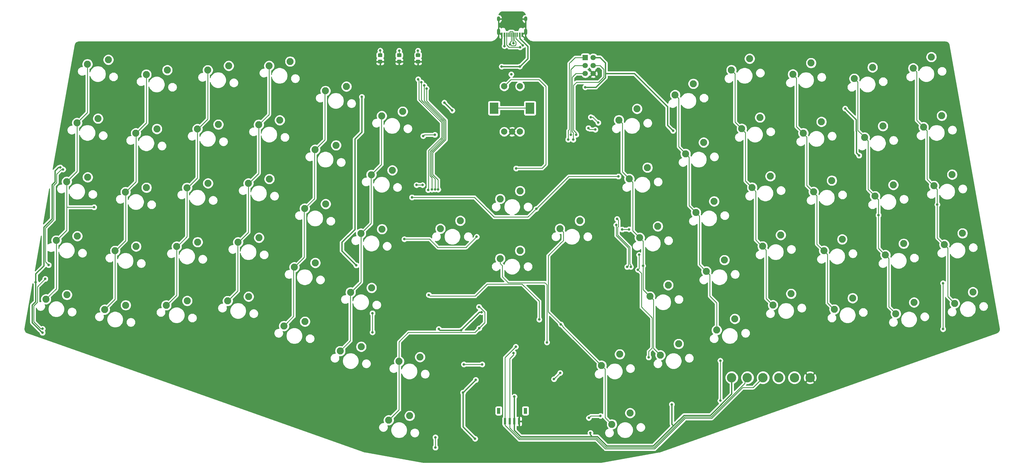
<source format=gbr>
G04 #@! TF.GenerationSoftware,KiCad,Pcbnew,(5.1.4)-1*
G04 #@! TF.CreationDate,2020-06-06T10:26:38-06:00*
G04 #@! TF.ProjectId,pariah_staggered,70617269-6168-45f7-9374-616767657265,rev?*
G04 #@! TF.SameCoordinates,Original*
G04 #@! TF.FileFunction,Copper,L1,Top*
G04 #@! TF.FilePolarity,Positive*
%FSLAX46Y46*%
G04 Gerber Fmt 4.6, Leading zero omitted, Abs format (unit mm)*
G04 Created by KiCad (PCBNEW (5.1.4)-1) date 2020-06-06 10:26:38*
%MOMM*%
%LPD*%
G04 APERTURE LIST*
%ADD10R,1.100000X1.900000*%
%ADD11R,0.700000X2.000000*%
%ADD12C,2.250000*%
%ADD13R,1.700000X1.700000*%
%ADD14C,1.700000*%
%ADD15C,0.100000*%
%ADD16C,1.150000*%
%ADD17C,3.000000*%
%ADD18R,0.600000X1.450000*%
%ADD19R,0.300000X1.450000*%
%ADD20O,1.000000X2.100000*%
%ADD21O,1.000000X1.600000*%
%ADD22R,2.800000X3.600000*%
%ADD23C,2.000000*%
%ADD24C,0.800000*%
%ADD25C,0.381000*%
%ADD26C,0.250000*%
%ADD27C,0.254000*%
G04 APERTURE END LIST*
D10*
X-4250000Y-55600000D03*
X4250000Y-55600000D03*
D11*
X-2250000Y-58950000D03*
X-750000Y-58950000D03*
X750000Y-58950000D03*
X2250000Y-58950000D03*
D12*
X136967279Y38600889D03*
X131154816Y34996811D03*
X128130279Y-20989110D03*
X122317816Y-24593188D03*
X46472279Y3299890D03*
X40659816Y-304188D03*
X64406279Y11298890D03*
X58593816Y7694812D03*
X49780279Y-15461110D03*
X43967816Y-19065188D03*
X108543279Y-19606110D03*
X102730816Y-23210188D03*
X98619279Y36675890D03*
X92806816Y33071812D03*
X140275279Y19839890D03*
X134462816Y16235812D03*
X101927279Y17914890D03*
X96114816Y14310812D03*
X67714279Y-7462110D03*
X61901816Y-11066188D03*
X124822279Y-2229110D03*
X119009816Y-5833188D03*
X105235279Y-846110D03*
X99422816Y-4450188D03*
X143583279Y1078890D03*
X137770816Y-2525188D03*
X82339279Y19296890D03*
X76526816Y15692812D03*
X121514279Y16531890D03*
X115701816Y12927812D03*
X85647279Y536890D03*
X79834816Y-3067188D03*
X146891279Y-17681110D03*
X141078816Y-21285188D03*
X118206279Y35292890D03*
X112393816Y31688812D03*
X-96924456Y17032757D03*
X-103619051Y15634011D03*
X43164279Y22060890D03*
X37351816Y18456812D03*
X61098279Y30059890D03*
X55285816Y26455812D03*
X79031279Y38057890D03*
X73218816Y34453812D03*
X-74028456Y37175757D03*
X-80723051Y35777011D03*
X39856279Y40821890D03*
X34043816Y37217812D03*
X57790279Y48819890D03*
X51977816Y45215812D03*
X75723279Y56817890D03*
X69910816Y53213812D03*
X114898279Y54053890D03*
X109085816Y50449812D03*
X133659278Y57361890D03*
X127846815Y53757812D03*
X95311279Y55435890D03*
X89498816Y51831812D03*
X-109895456Y53171757D03*
X-116590051Y51773011D03*
X-138580456Y196757D03*
X-145275051Y-1201989D03*
X-116511456Y15649757D03*
X-123206051Y14251011D03*
X-93616456Y35793757D03*
X-100311051Y34395011D03*
X-131964456Y37718756D03*
X-138659051Y36320010D03*
X-34853456Y39939757D03*
X-41548051Y38541011D03*
X-52787456Y47937757D03*
X-59482051Y46539011D03*
X-41469456Y2417757D03*
X-48164051Y1019011D03*
X-70720456Y55935757D03*
X-77415051Y54537011D03*
X-56095456Y29177757D03*
X-62790051Y27779011D03*
X-59403456Y10416757D03*
X-66098051Y9018011D03*
X-113203456Y34410757D03*
X-119898051Y33012011D03*
X-135272456Y18957757D03*
X-141967051Y17559011D03*
X-38161456Y21178757D03*
X-44856051Y19780011D03*
X-77336456Y18413757D03*
X-84031051Y17015011D03*
X-90308456Y54553757D03*
X-97003051Y53155011D03*
X-123127456Y-21872243D03*
X-129822051Y-23270989D03*
X-62711456Y-8344243D03*
X-69406051Y-9742989D03*
X-80644456Y-345243D03*
X-87339051Y-1743989D03*
X-141888456Y-18564243D03*
X-148583051Y-19962989D03*
X-119819456Y-3111243D03*
X-126514051Y-4509989D03*
X53088279Y-34221110D03*
X47275816Y-37825188D03*
X-100232456Y-1728243D03*
X-106927051Y-3126989D03*
X-48085456Y-35104243D03*
X-54780051Y-36502989D03*
X71022279Y-26222110D03*
X65209816Y-29826188D03*
X-44777456Y-16343243D03*
X-51472051Y-17741989D03*
X2540000Y14605000D03*
X-3810000Y12065000D03*
X-83952456Y-19106243D03*
X-90647051Y-20504989D03*
X21590000Y5080000D03*
X15240000Y2540000D03*
X-16510000Y5080000D03*
X-22860000Y2540000D03*
X-103540456Y-20488243D03*
X-110235051Y-21886989D03*
X-66019456Y-27104243D03*
X-72714051Y-28502989D03*
X88955279Y-18224110D03*
X83142816Y-21828188D03*
X2540000Y-4445000D03*
X-3810000Y-6985000D03*
D13*
X23350000Y57160000D03*
D14*
X25890000Y57160000D03*
X23350000Y54620000D03*
X25890000Y54620000D03*
X23350000Y52080000D03*
X25890000Y52080000D03*
D12*
X-128656455Y56479757D03*
X-135351050Y55081011D03*
D15*
G36*
X-29497495Y58494796D02*
G01*
X-29473227Y58491196D01*
X-29449428Y58485235D01*
X-29426329Y58476970D01*
X-29404150Y58466480D01*
X-29383107Y58453868D01*
X-29363401Y58439253D01*
X-29345223Y58422777D01*
X-29328747Y58404599D01*
X-29314132Y58384893D01*
X-29301520Y58363850D01*
X-29291030Y58341671D01*
X-29282765Y58318572D01*
X-29276804Y58294773D01*
X-29273204Y58270505D01*
X-29272000Y58246001D01*
X-29272000Y57595999D01*
X-29273204Y57571495D01*
X-29276804Y57547227D01*
X-29282765Y57523428D01*
X-29291030Y57500329D01*
X-29301520Y57478150D01*
X-29314132Y57457107D01*
X-29328747Y57437401D01*
X-29345223Y57419223D01*
X-29363401Y57402747D01*
X-29383107Y57388132D01*
X-29404150Y57375520D01*
X-29426329Y57365030D01*
X-29449428Y57356765D01*
X-29473227Y57350804D01*
X-29497495Y57347204D01*
X-29521999Y57346000D01*
X-30422001Y57346000D01*
X-30446505Y57347204D01*
X-30470773Y57350804D01*
X-30494572Y57356765D01*
X-30517671Y57365030D01*
X-30539850Y57375520D01*
X-30560893Y57388132D01*
X-30580599Y57402747D01*
X-30598777Y57419223D01*
X-30615253Y57437401D01*
X-30629868Y57457107D01*
X-30642480Y57478150D01*
X-30652970Y57500329D01*
X-30661235Y57523428D01*
X-30667196Y57547227D01*
X-30670796Y57571495D01*
X-30672000Y57595999D01*
X-30672000Y58246001D01*
X-30670796Y58270505D01*
X-30667196Y58294773D01*
X-30661235Y58318572D01*
X-30652970Y58341671D01*
X-30642480Y58363850D01*
X-30629868Y58384893D01*
X-30615253Y58404599D01*
X-30598777Y58422777D01*
X-30580599Y58439253D01*
X-30560893Y58453868D01*
X-30539850Y58466480D01*
X-30517671Y58476970D01*
X-30494572Y58485235D01*
X-30470773Y58491196D01*
X-30446505Y58494796D01*
X-30422001Y58496000D01*
X-29521999Y58496000D01*
X-29497495Y58494796D01*
X-29497495Y58494796D01*
G37*
D16*
X-29972000Y57921000D03*
D15*
G36*
X-29497495Y56444796D02*
G01*
X-29473227Y56441196D01*
X-29449428Y56435235D01*
X-29426329Y56426970D01*
X-29404150Y56416480D01*
X-29383107Y56403868D01*
X-29363401Y56389253D01*
X-29345223Y56372777D01*
X-29328747Y56354599D01*
X-29314132Y56334893D01*
X-29301520Y56313850D01*
X-29291030Y56291671D01*
X-29282765Y56268572D01*
X-29276804Y56244773D01*
X-29273204Y56220505D01*
X-29272000Y56196001D01*
X-29272000Y55545999D01*
X-29273204Y55521495D01*
X-29276804Y55497227D01*
X-29282765Y55473428D01*
X-29291030Y55450329D01*
X-29301520Y55428150D01*
X-29314132Y55407107D01*
X-29328747Y55387401D01*
X-29345223Y55369223D01*
X-29363401Y55352747D01*
X-29383107Y55338132D01*
X-29404150Y55325520D01*
X-29426329Y55315030D01*
X-29449428Y55306765D01*
X-29473227Y55300804D01*
X-29497495Y55297204D01*
X-29521999Y55296000D01*
X-30422001Y55296000D01*
X-30446505Y55297204D01*
X-30470773Y55300804D01*
X-30494572Y55306765D01*
X-30517671Y55315030D01*
X-30539850Y55325520D01*
X-30560893Y55338132D01*
X-30580599Y55352747D01*
X-30598777Y55369223D01*
X-30615253Y55387401D01*
X-30629868Y55407107D01*
X-30642480Y55428150D01*
X-30652970Y55450329D01*
X-30661235Y55473428D01*
X-30667196Y55497227D01*
X-30670796Y55521495D01*
X-30672000Y55545999D01*
X-30672000Y56196001D01*
X-30670796Y56220505D01*
X-30667196Y56244773D01*
X-30661235Y56268572D01*
X-30652970Y56291671D01*
X-30642480Y56313850D01*
X-30629868Y56334893D01*
X-30615253Y56354599D01*
X-30598777Y56372777D01*
X-30580599Y56389253D01*
X-30560893Y56403868D01*
X-30539850Y56416480D01*
X-30517671Y56426970D01*
X-30494572Y56435235D01*
X-30470773Y56441196D01*
X-30446505Y56444796D01*
X-30422001Y56446000D01*
X-29521999Y56446000D01*
X-29497495Y56444796D01*
X-29497495Y56444796D01*
G37*
D16*
X-29972000Y55871000D03*
D15*
G36*
X-41562495Y58494796D02*
G01*
X-41538227Y58491196D01*
X-41514428Y58485235D01*
X-41491329Y58476970D01*
X-41469150Y58466480D01*
X-41448107Y58453868D01*
X-41428401Y58439253D01*
X-41410223Y58422777D01*
X-41393747Y58404599D01*
X-41379132Y58384893D01*
X-41366520Y58363850D01*
X-41356030Y58341671D01*
X-41347765Y58318572D01*
X-41341804Y58294773D01*
X-41338204Y58270505D01*
X-41337000Y58246001D01*
X-41337000Y57595999D01*
X-41338204Y57571495D01*
X-41341804Y57547227D01*
X-41347765Y57523428D01*
X-41356030Y57500329D01*
X-41366520Y57478150D01*
X-41379132Y57457107D01*
X-41393747Y57437401D01*
X-41410223Y57419223D01*
X-41428401Y57402747D01*
X-41448107Y57388132D01*
X-41469150Y57375520D01*
X-41491329Y57365030D01*
X-41514428Y57356765D01*
X-41538227Y57350804D01*
X-41562495Y57347204D01*
X-41586999Y57346000D01*
X-42487001Y57346000D01*
X-42511505Y57347204D01*
X-42535773Y57350804D01*
X-42559572Y57356765D01*
X-42582671Y57365030D01*
X-42604850Y57375520D01*
X-42625893Y57388132D01*
X-42645599Y57402747D01*
X-42663777Y57419223D01*
X-42680253Y57437401D01*
X-42694868Y57457107D01*
X-42707480Y57478150D01*
X-42717970Y57500329D01*
X-42726235Y57523428D01*
X-42732196Y57547227D01*
X-42735796Y57571495D01*
X-42737000Y57595999D01*
X-42737000Y58246001D01*
X-42735796Y58270505D01*
X-42732196Y58294773D01*
X-42726235Y58318572D01*
X-42717970Y58341671D01*
X-42707480Y58363850D01*
X-42694868Y58384893D01*
X-42680253Y58404599D01*
X-42663777Y58422777D01*
X-42645599Y58439253D01*
X-42625893Y58453868D01*
X-42604850Y58466480D01*
X-42582671Y58476970D01*
X-42559572Y58485235D01*
X-42535773Y58491196D01*
X-42511505Y58494796D01*
X-42487001Y58496000D01*
X-41586999Y58496000D01*
X-41562495Y58494796D01*
X-41562495Y58494796D01*
G37*
D16*
X-42037000Y57921000D03*
D15*
G36*
X-41562495Y56444796D02*
G01*
X-41538227Y56441196D01*
X-41514428Y56435235D01*
X-41491329Y56426970D01*
X-41469150Y56416480D01*
X-41448107Y56403868D01*
X-41428401Y56389253D01*
X-41410223Y56372777D01*
X-41393747Y56354599D01*
X-41379132Y56334893D01*
X-41366520Y56313850D01*
X-41356030Y56291671D01*
X-41347765Y56268572D01*
X-41341804Y56244773D01*
X-41338204Y56220505D01*
X-41337000Y56196001D01*
X-41337000Y55545999D01*
X-41338204Y55521495D01*
X-41341804Y55497227D01*
X-41347765Y55473428D01*
X-41356030Y55450329D01*
X-41366520Y55428150D01*
X-41379132Y55407107D01*
X-41393747Y55387401D01*
X-41410223Y55369223D01*
X-41428401Y55352747D01*
X-41448107Y55338132D01*
X-41469150Y55325520D01*
X-41491329Y55315030D01*
X-41514428Y55306765D01*
X-41538227Y55300804D01*
X-41562495Y55297204D01*
X-41586999Y55296000D01*
X-42487001Y55296000D01*
X-42511505Y55297204D01*
X-42535773Y55300804D01*
X-42559572Y55306765D01*
X-42582671Y55315030D01*
X-42604850Y55325520D01*
X-42625893Y55338132D01*
X-42645599Y55352747D01*
X-42663777Y55369223D01*
X-42680253Y55387401D01*
X-42694868Y55407107D01*
X-42707480Y55428150D01*
X-42717970Y55450329D01*
X-42726235Y55473428D01*
X-42732196Y55497227D01*
X-42735796Y55521495D01*
X-42737000Y55545999D01*
X-42737000Y56196001D01*
X-42735796Y56220505D01*
X-42732196Y56244773D01*
X-42726235Y56268572D01*
X-42717970Y56291671D01*
X-42707480Y56313850D01*
X-42694868Y56334893D01*
X-42680253Y56354599D01*
X-42663777Y56372777D01*
X-42645599Y56389253D01*
X-42625893Y56403868D01*
X-42604850Y56416480D01*
X-42582671Y56426970D01*
X-42559572Y56435235D01*
X-42535773Y56441196D01*
X-42511505Y56444796D01*
X-42487001Y56446000D01*
X-41586999Y56446000D01*
X-41562495Y56444796D01*
X-41562495Y56444796D01*
G37*
D16*
X-42037000Y55871000D03*
D17*
X70000000Y-45000000D03*
X75000000Y-45000000D03*
X80000000Y-45000000D03*
X90000000Y-45000000D03*
X85000000Y-45000000D03*
X95000000Y-45000000D03*
D18*
X-3250000Y64425000D03*
X-2450000Y64425000D03*
X2450000Y64425000D03*
X3250000Y64425000D03*
X3250000Y64425000D03*
X2450000Y64425000D03*
X-2450000Y64425000D03*
X-3250000Y64425000D03*
D19*
X1750000Y64425000D03*
X1250000Y64425000D03*
X750000Y64425000D03*
X-250000Y64425000D03*
X-750000Y64425000D03*
X-1250000Y64425000D03*
X-1750000Y64425000D03*
X250000Y64425000D03*
D20*
X-4320000Y65340000D03*
X4320000Y65340000D03*
D21*
X4320000Y69520000D03*
X-4320000Y69520000D03*
D22*
X-5700000Y41001000D03*
X5700000Y41001000D03*
D23*
X-2500000Y48001000D03*
X2500000Y48001000D03*
X-2500000Y33501000D03*
X0Y33501000D03*
X2500000Y33501000D03*
D15*
G36*
X-35485495Y56458796D02*
G01*
X-35461227Y56455196D01*
X-35437428Y56449235D01*
X-35414329Y56440970D01*
X-35392150Y56430480D01*
X-35371107Y56417868D01*
X-35351401Y56403253D01*
X-35333223Y56386777D01*
X-35316747Y56368599D01*
X-35302132Y56348893D01*
X-35289520Y56327850D01*
X-35279030Y56305671D01*
X-35270765Y56282572D01*
X-35264804Y56258773D01*
X-35261204Y56234505D01*
X-35260000Y56210001D01*
X-35260000Y55559999D01*
X-35261204Y55535495D01*
X-35264804Y55511227D01*
X-35270765Y55487428D01*
X-35279030Y55464329D01*
X-35289520Y55442150D01*
X-35302132Y55421107D01*
X-35316747Y55401401D01*
X-35333223Y55383223D01*
X-35351401Y55366747D01*
X-35371107Y55352132D01*
X-35392150Y55339520D01*
X-35414329Y55329030D01*
X-35437428Y55320765D01*
X-35461227Y55314804D01*
X-35485495Y55311204D01*
X-35509999Y55310000D01*
X-36410001Y55310000D01*
X-36434505Y55311204D01*
X-36458773Y55314804D01*
X-36482572Y55320765D01*
X-36505671Y55329030D01*
X-36527850Y55339520D01*
X-36548893Y55352132D01*
X-36568599Y55366747D01*
X-36586777Y55383223D01*
X-36603253Y55401401D01*
X-36617868Y55421107D01*
X-36630480Y55442150D01*
X-36640970Y55464329D01*
X-36649235Y55487428D01*
X-36655196Y55511227D01*
X-36658796Y55535495D01*
X-36660000Y55559999D01*
X-36660000Y56210001D01*
X-36658796Y56234505D01*
X-36655196Y56258773D01*
X-36649235Y56282572D01*
X-36640970Y56305671D01*
X-36630480Y56327850D01*
X-36617868Y56348893D01*
X-36603253Y56368599D01*
X-36586777Y56386777D01*
X-36568599Y56403253D01*
X-36548893Y56417868D01*
X-36527850Y56430480D01*
X-36505671Y56440970D01*
X-36482572Y56449235D01*
X-36458773Y56455196D01*
X-36434505Y56458796D01*
X-36410001Y56460000D01*
X-35509999Y56460000D01*
X-35485495Y56458796D01*
X-35485495Y56458796D01*
G37*
D16*
X-35960000Y55885000D03*
D15*
G36*
X-35485495Y58508796D02*
G01*
X-35461227Y58505196D01*
X-35437428Y58499235D01*
X-35414329Y58490970D01*
X-35392150Y58480480D01*
X-35371107Y58467868D01*
X-35351401Y58453253D01*
X-35333223Y58436777D01*
X-35316747Y58418599D01*
X-35302132Y58398893D01*
X-35289520Y58377850D01*
X-35279030Y58355671D01*
X-35270765Y58332572D01*
X-35264804Y58308773D01*
X-35261204Y58284505D01*
X-35260000Y58260001D01*
X-35260000Y57609999D01*
X-35261204Y57585495D01*
X-35264804Y57561227D01*
X-35270765Y57537428D01*
X-35279030Y57514329D01*
X-35289520Y57492150D01*
X-35302132Y57471107D01*
X-35316747Y57451401D01*
X-35333223Y57433223D01*
X-35351401Y57416747D01*
X-35371107Y57402132D01*
X-35392150Y57389520D01*
X-35414329Y57379030D01*
X-35437428Y57370765D01*
X-35461227Y57364804D01*
X-35485495Y57361204D01*
X-35509999Y57360000D01*
X-36410001Y57360000D01*
X-36434505Y57361204D01*
X-36458773Y57364804D01*
X-36482572Y57370765D01*
X-36505671Y57379030D01*
X-36527850Y57389520D01*
X-36548893Y57402132D01*
X-36568599Y57416747D01*
X-36586777Y57433223D01*
X-36603253Y57451401D01*
X-36617868Y57471107D01*
X-36630480Y57492150D01*
X-36640970Y57514329D01*
X-36649235Y57537428D01*
X-36655196Y57561227D01*
X-36658796Y57585495D01*
X-36660000Y57609999D01*
X-36660000Y58260001D01*
X-36658796Y58284505D01*
X-36655196Y58308773D01*
X-36649235Y58332572D01*
X-36640970Y58355671D01*
X-36630480Y58377850D01*
X-36617868Y58398893D01*
X-36603253Y58418599D01*
X-36586777Y58436777D01*
X-36568599Y58453253D01*
X-36548893Y58467868D01*
X-36527850Y58480480D01*
X-36505671Y58490970D01*
X-36482572Y58499235D01*
X-36458773Y58505196D01*
X-36434505Y58508796D01*
X-36410001Y58510000D01*
X-35509999Y58510000D01*
X-35485495Y58508796D01*
X-35485495Y58508796D01*
G37*
D16*
X-35960000Y57935000D03*
D12*
X-36019051Y-39808989D03*
X-29324456Y-38410243D03*
X34327279Y-37528110D03*
X28514816Y-41132188D03*
X-39327051Y-58569989D03*
X-32632456Y-57171243D03*
X37635279Y-56289110D03*
X31822816Y-59893188D03*
D24*
X-254000Y51816000D03*
X63881000Y-22225000D03*
X-49590000Y-26720000D03*
X84836000Y-16383000D03*
X114681000Y-16002000D03*
X-13335000Y-43053000D03*
X-16129000Y-34163000D03*
X-6477000Y32639000D03*
X-41021000Y-11430000D03*
X-5588000Y4064000D03*
X130683000Y9398000D03*
X108839000Y9017000D03*
X90043000Y8890000D03*
X42926000Y889000D03*
X48260000Y-2921000D03*
X49530000Y1905000D03*
X10033000Y-27051000D03*
X-8382000Y-42545000D03*
X-121031000Y41275000D03*
X-121158000Y28067000D03*
X-143637000Y9398000D03*
X-140081000Y-8890000D03*
X-8890000Y46101000D03*
X-66675000Y-19685000D03*
X86741000Y-10033000D03*
X51181000Y-26924000D03*
X145669000Y-1016000D03*
X-49680000Y-3470000D03*
X8370000Y26530000D03*
X-7230000Y14040000D03*
X19280000Y-11150000D03*
X91000000Y-15120000D03*
X13230000Y40830000D03*
X-1750000Y-23810000D03*
X-2960000Y-37480000D03*
X420000Y-17600000D03*
X2210000Y-37390000D03*
X-13610000Y35670000D03*
X-35210000Y-7200000D03*
X16200000Y-17580000D03*
X89010000Y3790000D03*
X-136780000Y-12610000D03*
X-100040000Y-13530000D03*
X-17170000Y-28070000D03*
X-26870000Y-28820000D03*
X7890000Y-46910000D03*
X20940000Y14250000D03*
X-82710000Y-13630000D03*
X140610000Y-9040000D03*
X130980000Y-19480000D03*
X130700000Y28340000D03*
X127740000Y17820000D03*
X14500000Y-30330000D03*
X-16120000Y41810000D03*
X31910000Y31020000D03*
X-61340000Y-19210000D03*
X-7820000Y-20570000D03*
X-12130000Y-23830000D03*
X-10000000Y-25490000D03*
X27890000Y52070000D03*
X-10370000Y-9910000D03*
X18970000Y-56280000D03*
X-148070000Y-11690000D03*
X-153150000Y-19630000D03*
X-150610000Y-8120000D03*
X-148330000Y6920000D03*
X51308000Y33782000D03*
X106172000Y40894000D03*
X110617000Y25908000D03*
X-21590000Y42799000D03*
X-16256000Y-29845000D03*
X-23368000Y-29464000D03*
X-49657000Y-9135029D03*
X-9740000Y-24080000D03*
X-19065500Y40274500D03*
X23316570Y47706570D03*
X-47879000Y44619000D03*
X740000Y-51050000D03*
X-11580000Y-45720000D03*
X-15610000Y-49750000D03*
X-144020000Y22130000D03*
X-149660000Y-30650000D03*
X-151820000Y-14530000D03*
X-11790000Y-64490000D03*
X50900000Y-53540000D03*
X24970000Y-62620000D03*
X37846000Y-9652000D03*
X33473950Y5660000D03*
X36703000Y-9652000D03*
X26540000Y34180000D03*
X24320000Y34660000D03*
X33190000Y3740000D03*
X-28321000Y32131000D03*
X-24600000Y32510000D03*
X25090000Y38140000D03*
X27470000Y36380000D03*
X33918972Y19220000D03*
X7700000Y8880000D03*
X-31890000Y12560000D03*
X37265000Y2340000D03*
X35090000Y2290000D03*
X-34330000Y-780000D03*
X-11280000Y-20000D03*
X-26530000Y-18590000D03*
X8650000Y-26440000D03*
X40120000Y-10560000D03*
X40480000Y-5775000D03*
X-44488683Y-24448683D03*
X-44480000Y-30520000D03*
X43550000Y-38530000D03*
X13360000Y-45460000D03*
X15327653Y-43492347D03*
X66380000Y-52340000D03*
X66380000Y-39580366D03*
X-28534990Y16490000D03*
X-30435000Y16500000D03*
X-143100000Y21469500D03*
X-147690000Y-9060000D03*
X28180000Y-57200000D03*
X24480000Y-57850000D03*
X-148800000Y-13460000D03*
X-149620000Y-29390000D03*
X137370000Y-29480000D03*
X137370000Y-14860000D03*
X-35980000Y59370000D03*
X-2400000Y60840000D03*
X2450000Y54310000D03*
X-3317000Y54307000D03*
X17890000Y31005000D03*
X18710000Y32549000D03*
X20460000Y32549000D03*
X-27265000Y47300000D03*
X-23543588Y15052594D03*
X19520000Y30970000D03*
X480000Y61720000D03*
X2540000Y60445020D03*
X-620000Y61440000D03*
X3440000Y61070000D03*
X-133230000Y9410000D03*
X-9525000Y-40767000D03*
X-15367000Y-40767000D03*
X41741814Y-9312186D03*
X116781814Y6871814D03*
X135541814Y10251814D03*
X-10460000Y-29220000D03*
X-10530500Y-22400000D03*
X11110000Y-33740000D03*
X1285000Y21795000D03*
X15568678Y-28008678D03*
X470000Y-37170000D03*
X1190000Y-35140000D03*
X-28910000Y49250000D03*
X-25540000Y15060000D03*
X-29920000Y50260000D03*
X-26734954Y14915937D03*
X-27990000Y48270000D03*
X-24541572Y15116091D03*
X-24440000Y-67310000D03*
X-24440000Y-64050000D03*
X-29980000Y59380000D03*
X-42010000Y59410000D03*
D25*
X-4320000Y68339000D02*
X-4320000Y65340000D01*
X-4320000Y69520000D02*
X-4320000Y68339000D01*
X4320000Y68339000D02*
X4320000Y65340000D01*
X4320000Y69520000D02*
X4320000Y68339000D01*
X4165000Y65340000D02*
X3250000Y64425000D01*
X4320000Y65340000D02*
X4165000Y65340000D01*
X-3405000Y64425000D02*
X-4320000Y65340000D01*
X-3250000Y64425000D02*
X-3405000Y64425000D01*
X-3250000Y63319000D02*
X-5110000Y61459000D01*
X-3250000Y64425000D02*
X-3250000Y63319000D01*
X3250000Y64220000D02*
X5310000Y62160000D01*
X3250000Y64425000D02*
X3250000Y64220000D01*
X-10930000Y-20570000D02*
X-7820000Y-20570000D01*
X-12130000Y-23830000D02*
X-12130000Y-21770000D01*
X-12130000Y-21770000D02*
X-10930000Y-20570000D01*
X38989000Y52070000D02*
X49530000Y41529000D01*
X49530000Y41529000D02*
X49530000Y35560000D01*
X49530000Y35560000D02*
X51308000Y33782000D01*
X106172000Y40894000D02*
X106571999Y40494001D01*
X109696304Y37369696D02*
X109696304Y33686282D01*
X106571999Y40494001D02*
X109696304Y37369696D01*
X109696304Y33686282D02*
X109728000Y33654586D01*
X109728000Y33654586D02*
X109728000Y26797000D01*
X109728000Y26797000D02*
X110617000Y25908000D01*
X-54229000Y-1778000D02*
X-50292000Y2159000D01*
X-50121676Y2329324D02*
X-50121676Y31158324D01*
X-50292000Y2159000D02*
X-50121676Y2329324D01*
X-50121676Y31158324D02*
X-47879000Y33401000D01*
X-16256000Y-29845000D02*
X-22733000Y-29845000D01*
X-22733000Y-29845000D02*
X-22987000Y-29845000D01*
X-22987000Y-29845000D02*
X-23368000Y-29464000D01*
X-50065970Y-8735030D02*
X-54229000Y-4572000D01*
X-50056999Y-8735030D02*
X-50065970Y-8735030D01*
X-49657000Y-9135029D02*
X-50056999Y-8735030D01*
X-54229000Y-4572000D02*
X-54229000Y-1778000D01*
X-15856001Y-29445001D02*
X-15845001Y-29445001D01*
X-16256000Y-29845000D02*
X-15856001Y-29445001D01*
X-10480000Y-24080000D02*
X-9740000Y-24080000D01*
X-15845001Y-29445001D02*
X-10480000Y-24080000D01*
X-21590000Y42799000D02*
X-19065500Y40274500D01*
X28030000Y57160000D02*
X25890000Y57160000D01*
X29745510Y55444490D02*
X28030000Y57160000D01*
X23316570Y47706570D02*
X26705610Y47706570D01*
X26705610Y47706570D02*
X29745510Y50746469D01*
X29800000Y52070000D02*
X29745510Y52124490D01*
X38989000Y52070000D02*
X29800000Y52070000D01*
X29745510Y50746469D02*
X29745510Y52124490D01*
X29745510Y52124490D02*
X29745510Y55444490D01*
X-47879000Y33401000D02*
X-47879000Y44619000D01*
X740000Y-58950000D02*
X740000Y-51050000D01*
X-11979999Y-46119999D02*
X-11979999Y-46129999D01*
X-11580000Y-45720000D02*
X-11979999Y-46119999D01*
X-11979999Y-46129999D02*
X-15600000Y-49750000D01*
X-15600000Y-49750000D02*
X-15610000Y-49750000D01*
X70000000Y-50210000D02*
X70000000Y-45000000D01*
X70010000Y-50220000D02*
X70000000Y-50210000D01*
X63211919Y-57018081D02*
X70010000Y-50220000D01*
X54786469Y-57018081D02*
X63211919Y-57018081D01*
X30179930Y-66784480D02*
X45020070Y-66784480D01*
X-144585685Y22130000D02*
X-145690000Y21025685D01*
X-144020000Y22130000D02*
X-144585685Y22130000D01*
X-145690000Y21025685D02*
X-145690000Y17510000D01*
X-145690000Y17510000D02*
X-146590000Y16610000D01*
X-146590000Y16610000D02*
X-146590000Y5690000D01*
X-146590000Y5690000D02*
X-149250000Y3030000D01*
X-149250000Y3030000D02*
X-149250000Y-9310000D01*
X-149250000Y-9310000D02*
X-151820000Y-11880000D01*
X-151820000Y-20720000D02*
X-152970000Y-21870000D01*
X-152970000Y-21870000D02*
X-152970000Y-27380000D01*
X-152970000Y-27380000D02*
X-149700000Y-30650000D01*
X-149700000Y-30650000D02*
X-149660000Y-30650000D01*
X-151820000Y-11880000D02*
X-151820000Y-14530000D01*
X-151820000Y-14530000D02*
X-151820000Y-20720000D01*
X27199932Y-63804481D02*
X30179930Y-66784480D01*
X740000Y-58950000D02*
X740000Y-61834550D01*
X740000Y-61834550D02*
X2709931Y-63804481D01*
X-15610000Y-49750000D02*
X-15610000Y-60670000D01*
X-15610000Y-60670000D02*
X-11790000Y-64490000D01*
X25284481Y-63804481D02*
X27199932Y-63804481D01*
X2709931Y-63804481D02*
X25284481Y-63804481D01*
X51542275Y-60262275D02*
X51352275Y-60262275D01*
X51542275Y-60262275D02*
X54786469Y-57018081D01*
X45020070Y-66784480D02*
X51542275Y-60262275D01*
X51352275Y-60262275D02*
X50900000Y-59810000D01*
X50900000Y-59810000D02*
X50900000Y-53540000D01*
X25284481Y-63500166D02*
X25284481Y-63804481D01*
X24970000Y-63185685D02*
X25284481Y-63500166D01*
X24970000Y-62620000D02*
X24970000Y-63185685D01*
D26*
X37846000Y-9086315D02*
X37840000Y-9080315D01*
X37846000Y-9652000D02*
X37846000Y-9086315D01*
X37553009Y-8793324D02*
X37846000Y-9086315D01*
X37553009Y-3366599D02*
X37553009Y-8793324D01*
X34080000Y106410D02*
X37553009Y-3366599D01*
X34080000Y110000D02*
X33640010Y549990D01*
X34080000Y106410D02*
X34080000Y110000D01*
X33640010Y549990D02*
X33640010Y3050010D01*
X33873949Y5260001D02*
X33473950Y5660000D01*
X33915001Y5218949D02*
X33873949Y5260001D01*
X33915001Y3325001D02*
X33915001Y5218949D01*
X33640010Y3050010D02*
X33915001Y3325001D01*
X37102999Y-9252001D02*
X37102999Y-3701999D01*
X36703000Y-9652000D02*
X37102999Y-9252001D01*
X26540000Y34180000D02*
X24800000Y34180000D01*
X24800000Y34180000D02*
X24320000Y34660000D01*
X37102999Y-3701999D02*
X37102999Y-3552999D01*
X37102999Y-3552999D02*
X33190000Y360000D01*
X33190000Y360000D02*
X33190000Y3740000D01*
X-28321000Y32131000D02*
X-27921001Y32530999D01*
X-27921001Y32530999D02*
X-24620999Y32530999D01*
X-24620999Y32530999D02*
X-24600000Y32510000D01*
X25090000Y38140000D02*
X25710000Y38140000D01*
X25710000Y38140000D02*
X27470000Y36380000D01*
X-5700000Y6240000D02*
X5060000Y6240000D01*
X5060000Y6240000D02*
X7700000Y8880000D01*
X18040000Y19220000D02*
X33918972Y19220000D01*
X7700000Y8880000D02*
X18040000Y19220000D01*
X-12020000Y12560000D02*
X-11490000Y12030000D01*
X-31890000Y12560000D02*
X-12020000Y12560000D01*
X-11690000Y12230000D02*
X-11490000Y12030000D01*
X-11490000Y12030000D02*
X-5700000Y6240000D01*
X37215000Y2290000D02*
X37265000Y2340000D01*
X35090000Y2290000D02*
X37215000Y2290000D01*
X-33754315Y-770000D02*
X-32000000Y-770000D01*
X-33764315Y-780000D02*
X-33754315Y-770000D01*
X-34330000Y-780000D02*
X-33764315Y-780000D01*
X-32270000Y-770000D02*
X-32000000Y-770000D01*
X-32000000Y-770000D02*
X-26290000Y-770000D01*
X-26290000Y-770000D02*
X-23640000Y-3420000D01*
X-23640000Y-3420000D02*
X-14680000Y-3420000D01*
X-14680000Y-3420000D02*
X-11280000Y-20000D01*
X-26130001Y-18989999D02*
X-11759999Y-18989999D01*
X-26530000Y-18590000D02*
X-26130001Y-18989999D01*
X-11759999Y-18989999D02*
X-7900000Y-15130000D01*
X-7900000Y-15130000D02*
X3200000Y-15130000D01*
X3200000Y-15130000D02*
X8650000Y-20580000D01*
X8650000Y-20580000D02*
X8650000Y-26440000D01*
X40480000Y-10200000D02*
X40120000Y-10560000D01*
X40480000Y-5775000D02*
X40480000Y-10200000D01*
X-44488683Y-25014368D02*
X-44480000Y-25023051D01*
X-44488683Y-24448683D02*
X-44488683Y-25014368D01*
X-44480000Y-25023051D02*
X-44480000Y-30520000D01*
X-44480000Y-30520000D02*
X-44480000Y-30520000D01*
X41230000Y-11670000D02*
X40120000Y-10560000D01*
X41230000Y-22460000D02*
X41230000Y-11670000D01*
X44621804Y-25851804D02*
X41230000Y-22460000D01*
X44621804Y-35508196D02*
X44621804Y-25851804D01*
X43550000Y-38530000D02*
X43550000Y-36580000D01*
X43550000Y-36580000D02*
X44621804Y-35508196D01*
X13759999Y-45060001D02*
X15327653Y-43492347D01*
X13360000Y-45460000D02*
X13759999Y-45060001D01*
X66380000Y-40146051D02*
X66380000Y-52340000D01*
X66380000Y-39580366D02*
X66380000Y-40146051D01*
X-28534990Y16490000D02*
X-30425000Y16490000D01*
X-30425000Y16490000D02*
X-30435000Y16500000D01*
X-143665685Y21469500D02*
X-145174490Y19960695D01*
X-143100000Y21469500D02*
X-143665685Y21469500D01*
X-145174490Y17296469D02*
X-146074490Y16396469D01*
X-145174490Y19960695D02*
X-145174490Y17296469D01*
X-146074490Y5476469D02*
X-146376470Y5174490D01*
X-146074490Y16396469D02*
X-146074490Y5476469D01*
X-146376470Y5174490D02*
X-148734490Y2816470D01*
X-148734490Y2816470D02*
X-148734490Y-8015510D01*
X-148734490Y-8015510D02*
X-147690000Y-9060000D01*
X25130000Y-57200000D02*
X28180000Y-57200000D01*
X24480000Y-57850000D02*
X25130000Y-57200000D01*
X-148800000Y-13460000D02*
X-151304490Y-15964490D01*
X-151304490Y-20933531D02*
X-152454490Y-22083531D01*
X-151304490Y-15964490D02*
X-151304490Y-20933531D01*
X-152454490Y-22083531D02*
X-152454490Y-27166470D01*
X-152454490Y-27166470D02*
X-150230960Y-29390000D01*
X-150230960Y-29390000D02*
X-149620000Y-29390000D01*
X137370000Y-29480000D02*
X137370000Y-28914315D01*
X137370000Y-28914315D02*
X137370000Y-14860000D01*
X-35980000Y57960000D02*
X-35941000Y57921000D01*
X-35980000Y59370000D02*
X-35980000Y57960000D01*
D25*
X-2450000Y64425000D02*
X-2450000Y60890000D01*
X-2450000Y60890000D02*
X-2400000Y60840000D01*
X2450000Y64425000D02*
X2450000Y63300000D01*
X2450000Y63300000D02*
X5000000Y60750000D01*
X-3314000Y54310000D02*
X-3317000Y54307000D01*
X2450000Y54310000D02*
X-3314000Y54310000D01*
X5000000Y56860000D02*
X2450000Y54310000D01*
X5000000Y60750000D02*
X5000000Y56860000D01*
D26*
X20070000Y57160000D02*
X23350000Y57160000D01*
X18259990Y55349990D02*
X18635000Y55725000D01*
X18259990Y34189990D02*
X18259990Y55349990D01*
X17890000Y33820000D02*
X18259990Y34189990D01*
X17890000Y31005000D02*
X17890000Y33820000D01*
X18635000Y55725000D02*
X20070000Y57160000D01*
X19990000Y54620000D02*
X23350000Y54620000D01*
X18710000Y32549000D02*
X18710000Y53340000D01*
X18710000Y53340000D02*
X19990000Y54620000D01*
X29230000Y53460000D02*
X28070000Y54620000D01*
X29230000Y50960000D02*
X29230000Y53460000D01*
X27580000Y49310000D02*
X29230000Y50960000D01*
X20580000Y49310000D02*
X27580000Y49310000D01*
X28070000Y54620000D02*
X25890000Y54620000D01*
X19620030Y48350030D02*
X20580000Y49310000D01*
X19620030Y35909970D02*
X19620030Y36130030D01*
X19620030Y36130030D02*
X19620030Y48350030D01*
X19620030Y33954655D02*
X19620030Y36130030D01*
X20460000Y33114685D02*
X19620030Y33954655D01*
X20460000Y32549000D02*
X20460000Y33114685D01*
X-27265000Y47300000D02*
X-27265000Y43287820D01*
X-27265000Y43287820D02*
X-21089973Y37112793D01*
X-21089973Y37112793D02*
X-21089972Y31010800D01*
X-21089972Y31010800D02*
X-25249970Y26850802D01*
X-25249970Y19792790D02*
X-25249970Y26200030D01*
X-23790768Y18333588D02*
X-25249970Y19792790D01*
X-25249970Y26850802D02*
X-25249970Y26200030D01*
X-25249970Y26200030D02*
X-25249970Y25899970D01*
X-23790768Y18333588D02*
X-23783588Y18333588D01*
X-23790768Y18333588D02*
X-23773588Y18333588D01*
X-23543588Y18103588D02*
X-23543588Y15052594D01*
X-23773588Y18333588D02*
X-23543588Y18103588D01*
X20380000Y52080000D02*
X23350000Y52080000D01*
X19170020Y50870020D02*
X20380000Y52080000D01*
X19170020Y33529980D02*
X19170020Y50870020D01*
X19520000Y33180000D02*
X19170020Y33529980D01*
X19520000Y30970000D02*
X19520000Y33180000D01*
X250000Y63450000D02*
X250000Y64425000D01*
X250000Y62244954D02*
X250000Y63450000D01*
X-750000Y65400000D02*
X-750000Y64425000D01*
X-674999Y65475001D02*
X-750000Y65400000D01*
X174999Y65475001D02*
X-674999Y65475001D01*
X250000Y65400000D02*
X174999Y65475001D01*
X250000Y64425000D02*
X250000Y65400000D01*
X480000Y62014954D02*
X250000Y62244954D01*
X480000Y61720000D02*
X480000Y62014954D01*
X-1750000Y62360000D02*
X-1750000Y64425000D01*
X-1750000Y62360000D02*
X-1750000Y61230000D01*
X-1750000Y61230000D02*
X-965020Y60445020D01*
X-965020Y60445020D02*
X2540000Y60445020D01*
X-250000Y63344998D02*
X-250000Y63450000D01*
X-220001Y61040001D02*
X-620000Y61440000D01*
X750000Y64425000D02*
X750000Y62591823D01*
X750000Y62591823D02*
X1220000Y62121823D01*
X1220000Y62121823D02*
X1220000Y61240000D01*
X1220000Y61240000D02*
X974999Y60994999D01*
X974999Y60994999D02*
X-174999Y60994999D01*
X-174999Y60994999D02*
X-220001Y61040001D01*
X-250000Y63450000D02*
X-250000Y64425000D01*
X-250000Y62375685D02*
X-250000Y63450000D01*
X-620000Y62005685D02*
X-250000Y62375685D01*
X-620000Y61440000D02*
X-620000Y62005685D01*
X1250000Y63260000D02*
X1250000Y63570000D01*
X3440000Y61070000D02*
X1250000Y63260000D01*
X1250000Y64425000D02*
X1250000Y63570000D01*
X1250000Y63570000D02*
X1250000Y63240000D01*
X-145291050Y-16651989D02*
X-148599051Y-19959990D01*
X-145291050Y-1198989D02*
X-145291050Y-16651989D01*
X-141941050Y2048011D02*
X-145249051Y-1259990D01*
X-138651050Y20818011D02*
X-141959051Y17510010D01*
X-138651050Y36271011D02*
X-138651050Y20818011D01*
X-135351050Y39628011D02*
X-138659051Y36320010D01*
X-135351050Y55081011D02*
X-135351050Y39628011D01*
X-133231050Y9408950D02*
X-133230000Y9410000D01*
X-141941050Y9408950D02*
X-133231050Y9408950D01*
X-141941050Y9408950D02*
X-141941050Y2048011D01*
X-141941050Y17501011D02*
X-141941050Y9408950D01*
X-9525000Y-40767000D02*
X-15367000Y-40767000D01*
X-123161050Y-1231989D02*
X-126469051Y-4539990D01*
X-123161050Y14221011D02*
X-123161050Y-1231989D01*
X-119871050Y17538011D02*
X-123179051Y14230010D01*
X-126511050Y-19931989D02*
X-129819051Y-23239990D01*
X-119871050Y32991011D02*
X-119871050Y17538011D01*
X-126511050Y-4478989D02*
X-126511050Y-19931989D01*
X-116571050Y36348011D02*
X-119879051Y33040010D01*
X-116571050Y51801011D02*
X-116571050Y36348011D01*
X-103577050Y-25989D02*
X-106885051Y-3333990D01*
X-103577050Y15427011D02*
X-103577050Y-25989D01*
X-100287050Y18744011D02*
X-103595051Y15436010D01*
X-106927050Y-18725989D02*
X-110235051Y-22033990D01*
X-100287050Y34197011D02*
X-100287050Y18744011D01*
X-106927050Y-3272989D02*
X-106927050Y-18725989D01*
X-96987050Y37554011D02*
X-100295051Y34246010D01*
X-96987050Y53007011D02*
X-96987050Y37554011D01*
X-84060050Y1391011D02*
X-87368051Y-1916990D01*
X-84060050Y16844011D02*
X-84060050Y1391011D01*
X-80770050Y20161011D02*
X-84078051Y16853010D01*
X-87410050Y-17308989D02*
X-90718051Y-20616990D01*
X-80770050Y35614011D02*
X-80770050Y20161011D01*
X-87410050Y-1855989D02*
X-87410050Y-17308989D01*
X-77470050Y38971011D02*
X-80778051Y35663010D01*
X-77470050Y54424011D02*
X-77470050Y38971011D01*
X-69631050Y-9967988D02*
X-69406051Y-9742989D01*
X-69631050Y-25421050D02*
X-69631050Y-9967988D01*
X-71587990Y-27377990D02*
X-69631050Y-25421050D01*
X-72714051Y-28502989D02*
X-71589052Y-27377990D01*
X-71589052Y-27377990D02*
X-71587990Y-27377990D01*
X-69406051Y-9742989D02*
X-69392989Y-9742989D01*
X-66281050Y8835012D02*
X-66098051Y9018011D01*
X-66281050Y-6621050D02*
X-66281050Y8835012D01*
X-69406051Y-9742989D02*
X-69402989Y-9742989D01*
X-69402989Y-9742989D02*
X-66281050Y-6621050D01*
X-59691050Y46330012D02*
X-59482051Y46539011D01*
X-62991050Y27578012D02*
X-62790051Y27779011D01*
X-62991050Y12158950D02*
X-62991050Y27578012D01*
X-66098051Y9018011D02*
X-66098051Y9051949D01*
X-66098051Y9051949D02*
X-62991050Y12158950D01*
X-62790051Y27779011D02*
X-62790051Y27779949D01*
X-59691050Y30878950D02*
X-59691050Y31071050D01*
X-62790051Y27779949D02*
X-59691050Y30878950D01*
X-59691050Y31071050D02*
X-59691050Y46330012D01*
X-48171050Y-14511989D02*
X-51479051Y-17819990D01*
X-48171050Y941011D02*
X-48171050Y-14511989D01*
X-44881050Y4258011D02*
X-48189051Y950010D01*
X-51521050Y-33211989D02*
X-54829051Y-36519990D01*
X-44881050Y19711011D02*
X-44881050Y4258011D01*
X-51521050Y-17758989D02*
X-51521050Y-33211989D01*
X-41581050Y23068011D02*
X-44889051Y19760010D01*
X-41581050Y38521011D02*
X-41581050Y23068011D01*
X45071814Y-35610187D02*
X46129817Y-36668190D01*
X45071814Y-20157187D02*
X45071814Y-35610187D01*
X39519817Y831810D02*
X40644816Y-293189D01*
X42799817Y-17938190D02*
X43924816Y-19063189D01*
X41741814Y-16880187D02*
X42799817Y-17938190D01*
X37336815Y18467812D02*
X38461814Y17342813D01*
X38461814Y1889813D02*
X39519817Y831810D01*
X40616815Y-302188D02*
X41741814Y-1427187D01*
X41741814Y-1427187D02*
X41741814Y-9312186D01*
X46129817Y-36668190D02*
X47254816Y-37793189D01*
X38461814Y17342813D02*
X38461814Y1889813D01*
X43946815Y-19032188D02*
X45071814Y-20157187D01*
X36229817Y19631810D02*
X37354816Y18506811D01*
X35171814Y36142813D02*
X35171814Y20689813D01*
X34046815Y37267812D02*
X35171814Y36142813D01*
X35171814Y20689813D02*
X36229817Y19631810D01*
X41741814Y-9312186D02*
X41741814Y-16880187D01*
X57495817Y8821810D02*
X58620816Y7696811D01*
X60775817Y-9948190D02*
X61900816Y-11073189D01*
X59717814Y-8890187D02*
X60775817Y-9948190D01*
X55312815Y26457812D02*
X56437814Y25332813D01*
X56437814Y9879813D02*
X57495817Y8821810D01*
X58592815Y7687812D02*
X59717814Y6562813D01*
X59717814Y6562813D02*
X59717814Y-3318186D01*
X56437814Y25332813D02*
X56437814Y9879813D01*
X54205817Y27621810D02*
X55330816Y26496811D01*
X53147814Y44132813D02*
X53147814Y28679813D01*
X52022815Y45257812D02*
X53147814Y44132813D01*
X53147814Y28679813D02*
X54205817Y27621810D01*
X59717814Y-3318186D02*
X59717814Y-8890187D01*
X65209816Y-21140816D02*
X65209816Y-29826188D01*
X63026815Y-18957815D02*
X65209816Y-21140816D01*
X61901816Y-11066188D02*
X63026815Y-12191187D01*
X63026815Y-12191187D02*
X63026815Y-18957815D01*
X81000814Y-19737187D02*
X82058817Y-20795190D01*
X81000814Y-4284187D02*
X81000814Y-19737187D01*
X75448817Y16704810D02*
X76573816Y15579811D01*
X78728817Y-2065190D02*
X79853816Y-3190189D01*
X77670814Y-1007187D02*
X78728817Y-2065190D01*
X73265815Y34340812D02*
X74390814Y33215813D01*
X74390814Y17762813D02*
X75448817Y16704810D01*
X76545815Y15570812D02*
X77670814Y14445813D01*
X77670814Y14445813D02*
X77670814Y5054814D01*
X82058817Y-20795190D02*
X83183816Y-21920189D01*
X74390814Y33215813D02*
X74390814Y17762813D01*
X79875815Y-3159188D02*
X81000814Y-4284187D01*
X72158817Y35504810D02*
X73283816Y34379811D01*
X71100814Y52015813D02*
X71100814Y36562813D01*
X69975815Y53140812D02*
X71100814Y52015813D01*
X71100814Y36562813D02*
X72158817Y35504810D01*
X77670814Y5054814D02*
X77670814Y-1007187D01*
X100517814Y-21137187D02*
X101575817Y-22195190D01*
X100517814Y-5684187D02*
X100517814Y-21137187D01*
X94965817Y15304810D02*
X96090816Y14179811D01*
X98245817Y-3465190D02*
X99370816Y-4590189D01*
X97187814Y-2407187D02*
X98245817Y-3465190D01*
X92782815Y32940812D02*
X93907814Y31815813D01*
X93907814Y16362813D02*
X94965817Y15304810D01*
X96062815Y14170812D02*
X97187814Y13045813D01*
X97187814Y13045813D02*
X97187814Y7464814D01*
X101575817Y-22195190D02*
X102700816Y-23320189D01*
X93907814Y31815813D02*
X93907814Y16362813D01*
X99392815Y-4559188D02*
X100517814Y-5684187D01*
X91675817Y34104810D02*
X92800816Y32979811D01*
X90617814Y50615813D02*
X90617814Y35162813D01*
X89492815Y51740812D02*
X90617814Y50615813D01*
X90617814Y35162813D02*
X91675817Y34104810D01*
X97187814Y7464814D02*
X97187814Y-2407187D01*
X120111814Y-22400187D02*
X121169817Y-23458190D01*
X120111814Y-6947187D02*
X120111814Y-22400187D01*
X114559817Y14041810D02*
X115684816Y12916811D01*
X117839817Y-4728190D02*
X118964816Y-5853189D01*
X116781814Y-3670187D02*
X117839817Y-4728190D01*
X112376815Y31677812D02*
X113501814Y30552813D01*
X113501814Y15099813D02*
X114559817Y14041810D01*
X115656815Y12907812D02*
X116781814Y11782813D01*
X116781814Y11782813D02*
X116781814Y6871814D01*
X121169817Y-23458190D02*
X122294816Y-24583189D01*
X113501814Y30552813D02*
X113501814Y15099813D01*
X118986815Y-5822188D02*
X120111814Y-6947187D01*
X111269817Y32841810D02*
X112394816Y31716811D01*
X110211814Y49352813D02*
X110211814Y33899813D01*
X109086815Y50477812D02*
X110211814Y49352813D01*
X110211814Y33899813D02*
X111269817Y32841810D01*
X116781814Y6871814D02*
X116781814Y-3670187D01*
X139929817Y-20178190D02*
X141054816Y-21303189D01*
X137746815Y-2542188D02*
X138871814Y-3667187D01*
X138871814Y-19120187D02*
X139929817Y-20178190D01*
X138871814Y-3667187D02*
X138871814Y-19120187D01*
X136599817Y-1448190D02*
X137724816Y-2573189D01*
X134416815Y16187812D02*
X135541814Y15062813D01*
X135541814Y-390187D02*
X136599817Y-1448190D01*
X135541814Y15062813D02*
X135541814Y10251814D01*
X133319817Y17321810D02*
X134444816Y16196811D01*
X132261814Y33832813D02*
X132261814Y18379813D01*
X131136815Y34957812D02*
X132261814Y33832813D01*
X132261814Y18379813D02*
X133319817Y17321810D01*
X130029817Y36121810D02*
X131154816Y34996811D01*
X127846815Y53757812D02*
X128971814Y52632813D01*
X128971814Y52632813D02*
X128971814Y37179813D01*
X128971814Y37179813D02*
X130029817Y36121810D01*
X135541814Y10251814D02*
X135541814Y-390187D01*
X-36019051Y-33559051D02*
X-36019051Y-39808989D01*
X-33030001Y-30570001D02*
X-36019051Y-33559051D01*
X-10460000Y-29220000D02*
X-11810001Y-30570001D01*
X-11810001Y-30570001D02*
X-33030001Y-30570001D01*
X-36019051Y-41399979D02*
X-36000000Y-41419030D01*
X-36019051Y-39808989D02*
X-36019051Y-41399979D01*
X-36000000Y-55242938D02*
X-39327051Y-58569989D01*
X-36000000Y-41419030D02*
X-36000000Y-55242938D01*
X-23020000Y2700000D02*
X-22860000Y2540000D01*
X-10346998Y-22400000D02*
X-10530500Y-22400000D01*
X-8650000Y-24096998D02*
X-10346998Y-22400000D01*
X-10460000Y-29220000D02*
X-8650000Y-27410000D01*
X-8650000Y-27410000D02*
X-8650000Y-24096998D01*
X11110000Y-33740000D02*
X11110000Y-33174315D01*
X11110000Y-33174315D02*
X11100000Y-33164315D01*
X-3810000Y-8575990D02*
X-3090000Y-9295990D01*
X-3810000Y-6985000D02*
X-3810000Y-8575990D01*
X-3090000Y-12790000D02*
X-1200010Y-14679990D01*
X-3090000Y-9295990D02*
X-3090000Y-12790000D01*
X10449990Y-14679990D02*
X11100001Y-15330001D01*
X-1200010Y-14679990D02*
X10449990Y-14679990D01*
X11100001Y-33164316D02*
X11110000Y-33174315D01*
X11100001Y-15330001D02*
X11100001Y-33164316D01*
X1320000Y21830000D02*
X9570000Y21830000D01*
X1285000Y21795000D02*
X1320000Y21830000D01*
X9570000Y21830000D02*
X10780000Y23040000D01*
X-1500001Y49000999D02*
X-1499001Y49000999D01*
X-2500000Y48001000D02*
X-1500001Y49000999D01*
X-1499001Y49000999D02*
X-370000Y50130000D01*
X-370000Y50130000D02*
X8580000Y50130000D01*
X10780000Y47930000D02*
X10780000Y41530000D01*
X8580000Y50130000D02*
X10780000Y47930000D01*
X10780000Y23040000D02*
X10780000Y41530000D01*
X10780000Y41530000D02*
X10780000Y41790000D01*
X16090000Y-28530000D02*
X11550010Y-23990010D01*
X11550010Y-23990010D02*
X11550009Y-14903599D01*
X11550009Y-14903599D02*
X11550009Y-6049991D01*
X16364999Y-1235001D02*
X15640000Y-1960000D01*
X16364999Y1415001D02*
X16364999Y-1235001D01*
X15240000Y2540000D02*
X16364999Y1415001D01*
X11550009Y-6049991D02*
X15640000Y-1960000D01*
X15640000Y-1960000D02*
X16030000Y-1570000D01*
X29639815Y-57710187D02*
X31822816Y-59893188D01*
X28514816Y-41132188D02*
X29639815Y-42257187D01*
X29639815Y-42257187D02*
X29639815Y-57710187D01*
X16090000Y-28710000D02*
X16090000Y-28530000D01*
X19847372Y-32467372D02*
X16090000Y-28710000D01*
X28514816Y-41132188D02*
X19850000Y-32467372D01*
X19850000Y-32467372D02*
X19847372Y-32467372D01*
X4030000Y41050000D02*
X-5720000Y41050000D01*
X5680000Y41050000D02*
X4030000Y41050000D01*
X-760000Y-57700000D02*
X-760000Y-58950000D01*
X-760000Y-38965685D02*
X-760000Y-57700000D01*
X470000Y-37735685D02*
X-760000Y-38965685D01*
X470000Y-37170000D02*
X470000Y-37735685D01*
X-760000Y-61063590D02*
X2496401Y-64319991D01*
X-760000Y-58950000D02*
X-760000Y-61063590D01*
X26986401Y-64319991D02*
X29966400Y-67299990D01*
X29966400Y-67299990D02*
X45233600Y-67299990D01*
X2496401Y-64319991D02*
X26986401Y-64319991D01*
X45233600Y-67299990D02*
X55000000Y-57533590D01*
X63425450Y-57533590D02*
X74189040Y-46770000D01*
X55000000Y-57533590D02*
X63425450Y-57533590D01*
X74189040Y-45810960D02*
X75000000Y-45000000D01*
X74189040Y-46770000D02*
X74189040Y-45810960D01*
X-2260000Y-57700000D02*
X-2270000Y-57690000D01*
X-2260000Y-58950000D02*
X-2260000Y-57700000D01*
X-2270000Y-57690000D02*
X-2270000Y-38600000D01*
X-2270000Y-38600000D02*
X1190000Y-35140000D01*
X45420000Y-67750000D02*
X54650000Y-58520000D01*
X73465450Y-48130000D02*
X76870000Y-48130000D01*
X76870000Y-48130000D02*
X80000000Y-45000000D01*
X63611851Y-57983599D02*
X73465450Y-48130000D01*
X55196400Y-57983600D02*
X63611851Y-57983599D01*
X54650000Y-58520000D02*
X54660000Y-58520000D01*
X54660000Y-58520000D02*
X55196400Y-57983600D01*
X26800000Y-64770000D02*
X29780000Y-67750000D01*
X29780000Y-67750000D02*
X45420000Y-67750000D01*
X2310000Y-64770000D02*
X26800000Y-64770000D01*
X-2260000Y-60200000D02*
X2310000Y-64770000D01*
X-2260000Y-58950000D02*
X-2260000Y-60200000D01*
X-25540000Y15060000D02*
X-25540000Y15625685D01*
X-25540000Y18810000D02*
X-26149990Y19419990D01*
X-25540000Y15625685D02*
X-25540000Y18810000D01*
X-26149990Y27223600D02*
X-21989990Y31383600D01*
X-26149990Y19419990D02*
X-26149990Y27223600D01*
X-21989990Y31383600D02*
X-21989991Y36686401D01*
X-21989991Y36686401D02*
X-21989991Y36739991D01*
X-21989991Y36739991D02*
X-28910000Y43660000D01*
X-28910000Y43660000D02*
X-28910000Y49250000D01*
X-26600000Y15635685D02*
X-26600000Y27410000D01*
X-26600000Y27410000D02*
X-22440000Y31570000D01*
X-22440000Y31570000D02*
X-22440000Y36500000D01*
X-22440000Y36500000D02*
X-29670000Y43730000D01*
X-29670000Y43730000D02*
X-29670000Y45390000D01*
X-29670000Y45390000D02*
X-29670000Y50010000D01*
X-29670000Y50010000D02*
X-29920000Y50260000D01*
X-26734954Y15125046D02*
X-26600000Y15260000D01*
X-26734954Y14915937D02*
X-26734954Y15125046D01*
X-26600000Y15070000D02*
X-26600000Y15260000D01*
X-26600000Y15260000D02*
X-26600000Y15635685D01*
X-24541572Y15681776D02*
X-24550000Y15690204D01*
X-24541572Y15116091D02*
X-24541572Y15681776D01*
X-24550000Y18456410D02*
X-25089991Y18996401D01*
X-24550000Y15690204D02*
X-24550000Y18456410D01*
X-25089991Y18996401D02*
X-25699980Y19606390D01*
X-25699980Y19606390D02*
X-25699980Y27037200D01*
X-25699980Y27037200D02*
X-21539981Y31197201D01*
X-21539981Y31197201D02*
X-21539982Y36926392D01*
X-21539982Y36926392D02*
X-27990000Y43376410D01*
X-27990000Y43376410D02*
X-27990000Y48270000D01*
X-24440000Y-67310000D02*
X-24440000Y-66744315D01*
X-24440000Y-66744315D02*
X-24440000Y-64050000D01*
X-24440000Y-64050000D02*
X-24440000Y-64040000D01*
X-29980000Y57929000D02*
X-29972000Y57921000D01*
X-29980000Y59380000D02*
X-29980000Y57929000D01*
X-42010000Y57948000D02*
X-42037000Y57921000D01*
X-42010000Y59410000D02*
X-42010000Y57948000D01*
D27*
G36*
X-4193000Y65467000D02*
G01*
X-4173000Y65467000D01*
X-4173000Y65283752D01*
X-4175812Y65274482D01*
X-4181867Y65213000D01*
X-4193000Y65213000D01*
X-4193000Y63822046D01*
X-4187247Y63817896D01*
X-4188072Y63700000D01*
X-4175812Y63575518D01*
X-4139502Y63455820D01*
X-4080537Y63345506D01*
X-4001185Y63248815D01*
X-3904494Y63169463D01*
X-3794180Y63110498D01*
X-3674482Y63074188D01*
X-3550000Y63061928D01*
X-3535750Y63065000D01*
X-3377002Y63223748D01*
X-3377002Y63065000D01*
X-3275500Y63065000D01*
X-3275499Y61392673D01*
X-3317205Y61330256D01*
X-3395226Y61141898D01*
X-3435000Y60941939D01*
X-3435000Y60738061D01*
X-3395226Y60538102D01*
X-3317205Y60349744D01*
X-3203937Y60180226D01*
X-3059774Y60036063D01*
X-2890256Y59922795D01*
X-2701898Y59844774D01*
X-2501939Y59805000D01*
X-2298061Y59805000D01*
X-2098102Y59844774D01*
X-1909744Y59922795D01*
X-1740226Y60036063D01*
X-1685545Y60090744D01*
X-1528819Y59934018D01*
X-1505021Y59905019D01*
X-1389296Y59810046D01*
X-1257267Y59739474D01*
X-1114006Y59696017D01*
X-1002353Y59685020D01*
X-1002344Y59685020D01*
X-965021Y59681344D01*
X-927698Y59685020D01*
X1836289Y59685020D01*
X1880226Y59641083D01*
X2049744Y59527815D01*
X2238102Y59449794D01*
X2438061Y59410020D01*
X2641939Y59410020D01*
X2841898Y59449794D01*
X3030256Y59527815D01*
X3199774Y59641083D01*
X3343937Y59785246D01*
X3457205Y59954764D01*
X3490440Y60035000D01*
X3541939Y60035000D01*
X3741898Y60074774D01*
X3930256Y60152795D01*
X4099774Y60266063D01*
X4174500Y60340789D01*
X4174501Y57201935D01*
X2309996Y55337428D01*
X2148102Y55305226D01*
X1959744Y55227205D01*
X1822497Y55135500D01*
X-2693987Y55135500D01*
X-2826744Y55224205D01*
X-3015102Y55302226D01*
X-3215061Y55342000D01*
X-3418939Y55342000D01*
X-3618898Y55302226D01*
X-3807256Y55224205D01*
X-3976774Y55110937D01*
X-4120937Y54966774D01*
X-4234205Y54797256D01*
X-4312226Y54608898D01*
X-4352000Y54408939D01*
X-4352000Y54205061D01*
X-4312226Y54005102D01*
X-4234205Y53816744D01*
X-4120937Y53647226D01*
X-3976774Y53503063D01*
X-3807256Y53389795D01*
X-3618898Y53311774D01*
X-3418939Y53272000D01*
X-3215061Y53272000D01*
X-3015102Y53311774D01*
X-2826744Y53389795D01*
X-2685008Y53484500D01*
X1822497Y53484500D01*
X1959744Y53392795D01*
X2148102Y53314774D01*
X2348061Y53275000D01*
X2551939Y53275000D01*
X2751898Y53314774D01*
X2940256Y53392795D01*
X3109774Y53506063D01*
X3253937Y53650226D01*
X3367205Y53819744D01*
X3445226Y54008102D01*
X3477428Y54169996D01*
X5555045Y56247611D01*
X5586541Y56273459D01*
X5612389Y56304955D01*
X5612392Y56304958D01*
X5689699Y56399157D01*
X5766353Y56542566D01*
X5779068Y56584482D01*
X5813556Y56698174D01*
X5825500Y56819447D01*
X5825500Y56819449D01*
X5829494Y56860000D01*
X5825500Y56900550D01*
X5825500Y60709450D01*
X5829494Y60750000D01*
X5824294Y60802795D01*
X5813556Y60911826D01*
X5766353Y61067434D01*
X5763667Y61072460D01*
X5689699Y61210843D01*
X5612392Y61305042D01*
X5612389Y61305045D01*
X5586541Y61336541D01*
X5555046Y61362388D01*
X3802492Y63114941D01*
X3904494Y63169463D01*
X4001185Y63248815D01*
X4080537Y63345506D01*
X4139502Y63455820D01*
X4175812Y63575518D01*
X4188072Y63700000D01*
X4187247Y63817896D01*
X4193000Y63822046D01*
X4193000Y65213000D01*
X4181867Y65213000D01*
X4175812Y65274482D01*
X4173000Y65283752D01*
X4173000Y65467000D01*
X4193000Y65467000D01*
X4193000Y65487000D01*
X4264980Y65487000D01*
X4264980Y64916188D01*
X4268141Y64884098D01*
X4268054Y64871713D01*
X4269055Y64861500D01*
X4309856Y64473307D01*
X4323257Y64408025D01*
X4335735Y64342615D01*
X4338700Y64332791D01*
X4447000Y63982930D01*
X4447000Y63822046D01*
X4554815Y63744262D01*
X4695363Y63484323D01*
X4732633Y63429068D01*
X4769093Y63373351D01*
X4775579Y63365398D01*
X5024385Y63064644D01*
X5071692Y63017666D01*
X5118263Y62970109D01*
X5126170Y62963567D01*
X5428655Y62716866D01*
X5484163Y62679987D01*
X5539108Y62642365D01*
X5548135Y62637484D01*
X5892776Y62454234D01*
X5954406Y62428832D01*
X6015598Y62402605D01*
X6025401Y62399570D01*
X6399073Y62286752D01*
X6464440Y62273809D01*
X6529581Y62259963D01*
X6539787Y62258890D01*
X6928256Y62220800D01*
X6928257Y62220800D01*
X6963875Y62217292D01*
X138052156Y62217292D01*
X138333114Y62189744D01*
X138568807Y62118584D01*
X138786182Y62003004D01*
X138976972Y61847399D01*
X139133905Y61657700D01*
X139251001Y61441137D01*
X139332965Y61176354D01*
X139334768Y61166901D01*
X155282004Y-29274376D01*
X155303662Y-29555845D01*
X155274511Y-29800311D01*
X155198431Y-30034462D01*
X155078323Y-30249369D01*
X154918759Y-30436855D01*
X154725816Y-30589781D01*
X154480833Y-30715685D01*
X154457461Y-30724438D01*
X46990562Y-68700949D01*
X46730212Y-68769402D01*
X28366458Y-72007427D01*
X28083100Y-72032217D01*
X-28083100Y-72032217D01*
X-28366448Y-72007428D01*
X-46730205Y-68769403D01*
X-46990545Y-68700953D01*
X-69625776Y-60702145D01*
X-42528823Y-60702145D01*
X-42528823Y-60999589D01*
X-42470794Y-61291318D01*
X-42356967Y-61566120D01*
X-42191716Y-61813436D01*
X-41981392Y-62023760D01*
X-41734076Y-62189011D01*
X-41459274Y-62302838D01*
X-41167545Y-62360867D01*
X-40870101Y-62360867D01*
X-40578372Y-62302838D01*
X-40303570Y-62189011D01*
X-40056254Y-62023760D01*
X-39845930Y-61813436D01*
X-39680679Y-61566120D01*
X-39642554Y-61474076D01*
X-38644900Y-61474076D01*
X-38644900Y-61991924D01*
X-38543873Y-62499822D01*
X-38345701Y-62978251D01*
X-38058000Y-63408826D01*
X-37691826Y-63775000D01*
X-37261251Y-64062701D01*
X-36782822Y-64260873D01*
X-36274924Y-64361900D01*
X-35757076Y-64361900D01*
X-35249178Y-64260873D01*
X-34770749Y-64062701D01*
X-34340174Y-63775000D01*
X-33974000Y-63408826D01*
X-33686299Y-62978251D01*
X-33488127Y-62499822D01*
X-33481482Y-62466411D01*
X-32523177Y-62466411D01*
X-32523177Y-62763855D01*
X-32465148Y-63055584D01*
X-32351321Y-63330386D01*
X-32186070Y-63577702D01*
X-31975746Y-63788026D01*
X-31728430Y-63953277D01*
X-31453628Y-64067104D01*
X-31161899Y-64125133D01*
X-30864455Y-64125133D01*
X-30572726Y-64067104D01*
X-30297924Y-63953277D01*
X-30290118Y-63948061D01*
X-25475000Y-63948061D01*
X-25475000Y-64151939D01*
X-25435226Y-64351898D01*
X-25357205Y-64540256D01*
X-25243937Y-64709774D01*
X-25199999Y-64753712D01*
X-25200000Y-66606289D01*
X-25243937Y-66650226D01*
X-25357205Y-66819744D01*
X-25435226Y-67008102D01*
X-25475000Y-67208061D01*
X-25475000Y-67411939D01*
X-25435226Y-67611898D01*
X-25357205Y-67800256D01*
X-25243937Y-67969774D01*
X-25099774Y-68113937D01*
X-24930256Y-68227205D01*
X-24741898Y-68305226D01*
X-24541939Y-68345000D01*
X-24338061Y-68345000D01*
X-24138102Y-68305226D01*
X-23949744Y-68227205D01*
X-23780226Y-68113937D01*
X-23636063Y-67969774D01*
X-23522795Y-67800256D01*
X-23444774Y-67611898D01*
X-23405000Y-67411939D01*
X-23405000Y-67208061D01*
X-23444774Y-67008102D01*
X-23522795Y-66819744D01*
X-23636063Y-66650226D01*
X-23680000Y-66606289D01*
X-23680000Y-64753711D01*
X-23636063Y-64709774D01*
X-23522795Y-64540256D01*
X-23444774Y-64351898D01*
X-23405000Y-64151939D01*
X-23405000Y-63948061D01*
X-23444774Y-63748102D01*
X-23522795Y-63559744D01*
X-23636063Y-63390226D01*
X-23780226Y-63246063D01*
X-23949744Y-63132795D01*
X-24138102Y-63054774D01*
X-24338061Y-63015000D01*
X-24541939Y-63015000D01*
X-24741898Y-63054774D01*
X-24930256Y-63132795D01*
X-25099774Y-63246063D01*
X-25243937Y-63390226D01*
X-25357205Y-63559744D01*
X-25435226Y-63748102D01*
X-25475000Y-63948061D01*
X-30290118Y-63948061D01*
X-30050608Y-63788026D01*
X-29840284Y-63577702D01*
X-29675033Y-63330386D01*
X-29561206Y-63055584D01*
X-29503177Y-62763855D01*
X-29503177Y-62466411D01*
X-29561206Y-62174682D01*
X-29675033Y-61899880D01*
X-29840284Y-61652564D01*
X-30050608Y-61442240D01*
X-30297924Y-61276989D01*
X-30572726Y-61163162D01*
X-30864455Y-61105133D01*
X-31161899Y-61105133D01*
X-31453628Y-61163162D01*
X-31728430Y-61276989D01*
X-31975746Y-61442240D01*
X-32186070Y-61652564D01*
X-32351321Y-61899880D01*
X-32465148Y-62174682D01*
X-32523177Y-62466411D01*
X-33481482Y-62466411D01*
X-33387100Y-61991924D01*
X-33387100Y-61474076D01*
X-33488127Y-60966178D01*
X-33686299Y-60487749D01*
X-33974000Y-60057174D01*
X-34340174Y-59691000D01*
X-34770749Y-59403299D01*
X-35249178Y-59205127D01*
X-35757076Y-59104100D01*
X-36274924Y-59104100D01*
X-36782822Y-59205127D01*
X-37261251Y-59403299D01*
X-37691826Y-59691000D01*
X-38058000Y-60057174D01*
X-38345701Y-60487749D01*
X-38543873Y-60966178D01*
X-38644900Y-61474076D01*
X-39642554Y-61474076D01*
X-39566852Y-61291318D01*
X-39508823Y-60999589D01*
X-39508823Y-60702145D01*
X-39566852Y-60410416D01*
X-39609124Y-60308361D01*
X-39500396Y-60329989D01*
X-39153706Y-60329989D01*
X-38813678Y-60262353D01*
X-38493378Y-60129681D01*
X-38205116Y-59937070D01*
X-37959970Y-59691924D01*
X-37767359Y-59403662D01*
X-37634687Y-59083362D01*
X-37567051Y-58743334D01*
X-37567051Y-58396644D01*
X-37634687Y-58056616D01*
X-37665203Y-57982943D01*
X-36680158Y-56997898D01*
X-34392456Y-56997898D01*
X-34392456Y-57344588D01*
X-34324820Y-57684616D01*
X-34192148Y-58004916D01*
X-33999537Y-58293178D01*
X-33754391Y-58538324D01*
X-33466129Y-58730935D01*
X-33145829Y-58863607D01*
X-32805801Y-58931243D01*
X-32459111Y-58931243D01*
X-32119083Y-58863607D01*
X-31798783Y-58730935D01*
X-31510521Y-58538324D01*
X-31265375Y-58293178D01*
X-31072764Y-58004916D01*
X-30940092Y-57684616D01*
X-30872456Y-57344588D01*
X-30872456Y-56997898D01*
X-30940092Y-56657870D01*
X-31072764Y-56337570D01*
X-31265375Y-56049308D01*
X-31510521Y-55804162D01*
X-31798783Y-55611551D01*
X-32119083Y-55478879D01*
X-32459111Y-55411243D01*
X-32805801Y-55411243D01*
X-33145829Y-55478879D01*
X-33466129Y-55611551D01*
X-33754391Y-55804162D01*
X-33999537Y-56049308D01*
X-34192148Y-56337570D01*
X-34324820Y-56657870D01*
X-34392456Y-56997898D01*
X-36680158Y-56997898D01*
X-35488997Y-55806737D01*
X-35459999Y-55782939D01*
X-35365026Y-55667214D01*
X-35294454Y-55535185D01*
X-35250997Y-55391924D01*
X-35240000Y-55280271D01*
X-35240000Y-55280263D01*
X-35236324Y-55242938D01*
X-35240000Y-55205613D01*
X-35240000Y-49648061D01*
X-16645000Y-49648061D01*
X-16645000Y-49851939D01*
X-16605226Y-50051898D01*
X-16527205Y-50240256D01*
X-16435500Y-50377503D01*
X-16435499Y-60629440D01*
X-16439494Y-60670000D01*
X-16423555Y-60831826D01*
X-16376353Y-60987433D01*
X-16299699Y-61130842D01*
X-16273174Y-61163162D01*
X-16196540Y-61256541D01*
X-16165039Y-61282393D01*
X-12817428Y-64630006D01*
X-12785226Y-64791898D01*
X-12707205Y-64980256D01*
X-12593937Y-65149774D01*
X-12449774Y-65293937D01*
X-12280256Y-65407205D01*
X-12091898Y-65485226D01*
X-11891939Y-65525000D01*
X-11688061Y-65525000D01*
X-11488102Y-65485226D01*
X-11299744Y-65407205D01*
X-11130226Y-65293937D01*
X-10986063Y-65149774D01*
X-10872795Y-64980256D01*
X-10794774Y-64791898D01*
X-10755000Y-64591939D01*
X-10755000Y-64388061D01*
X-10794774Y-64188102D01*
X-10872795Y-63999744D01*
X-10986063Y-63830226D01*
X-11130226Y-63686063D01*
X-11299744Y-63572795D01*
X-11488102Y-63494774D01*
X-11649994Y-63462572D01*
X-14784500Y-60328068D01*
X-14784500Y-57950000D01*
X-3238072Y-57950000D01*
X-3238072Y-59950000D01*
X-3225812Y-60074482D01*
X-3189502Y-60194180D01*
X-3130537Y-60304494D01*
X-3051185Y-60401185D01*
X-2973938Y-60464580D01*
X-2965546Y-60492246D01*
X-2894974Y-60624276D01*
X-2831068Y-60702145D01*
X-2800000Y-60740001D01*
X-2771002Y-60763799D01*
X1746200Y-65281002D01*
X1769999Y-65310001D01*
X1798997Y-65333799D01*
X1885723Y-65404974D01*
X2017753Y-65475546D01*
X2161014Y-65519003D01*
X2272667Y-65530000D01*
X2272677Y-65530000D01*
X2310000Y-65533676D01*
X2347322Y-65530000D01*
X26485199Y-65530000D01*
X29216205Y-68261008D01*
X29239999Y-68290001D01*
X29268992Y-68313795D01*
X29268996Y-68313799D01*
X29339685Y-68371811D01*
X29355724Y-68384974D01*
X29487753Y-68455546D01*
X29631014Y-68499003D01*
X29742667Y-68510000D01*
X29742676Y-68510000D01*
X29779999Y-68513676D01*
X29817322Y-68510000D01*
X45382678Y-68510000D01*
X45420000Y-68513676D01*
X45457322Y-68510000D01*
X45457333Y-68510000D01*
X45568986Y-68499003D01*
X45712247Y-68455546D01*
X45844276Y-68384974D01*
X45960001Y-68290001D01*
X45983804Y-68260997D01*
X55115237Y-59129565D01*
X55200001Y-59060001D01*
X55223803Y-59030998D01*
X55511202Y-58743600D01*
X63574519Y-58743598D01*
X63611851Y-58747275D01*
X63651864Y-58743334D01*
X63760837Y-58732601D01*
X63805760Y-58718974D01*
X63904097Y-58689145D01*
X64036127Y-58618573D01*
X64122853Y-58547398D01*
X64122854Y-58547397D01*
X64151852Y-58523599D01*
X64175650Y-58494601D01*
X73780252Y-48890000D01*
X76832678Y-48890000D01*
X76870000Y-48893676D01*
X76907322Y-48890000D01*
X76907333Y-48890000D01*
X77018986Y-48879003D01*
X77162247Y-48835546D01*
X77294276Y-48764974D01*
X77410001Y-48670001D01*
X77433804Y-48640997D01*
X79125942Y-46948860D01*
X79377244Y-47052953D01*
X79789721Y-47135000D01*
X80210279Y-47135000D01*
X80622756Y-47052953D01*
X81011302Y-46892012D01*
X81360983Y-46658363D01*
X81658363Y-46360983D01*
X81892012Y-46011302D01*
X82052953Y-45622756D01*
X82135000Y-45210279D01*
X82135000Y-44789721D01*
X82865000Y-44789721D01*
X82865000Y-45210279D01*
X82947047Y-45622756D01*
X83107988Y-46011302D01*
X83341637Y-46360983D01*
X83639017Y-46658363D01*
X83988698Y-46892012D01*
X84377244Y-47052953D01*
X84789721Y-47135000D01*
X85210279Y-47135000D01*
X85622756Y-47052953D01*
X86011302Y-46892012D01*
X86360983Y-46658363D01*
X86658363Y-46360983D01*
X86892012Y-46011302D01*
X87052953Y-45622756D01*
X87135000Y-45210279D01*
X87135000Y-44789721D01*
X87865000Y-44789721D01*
X87865000Y-45210279D01*
X87947047Y-45622756D01*
X88107988Y-46011302D01*
X88341637Y-46360983D01*
X88639017Y-46658363D01*
X88988698Y-46892012D01*
X89377244Y-47052953D01*
X89789721Y-47135000D01*
X90210279Y-47135000D01*
X90622756Y-47052953D01*
X91011302Y-46892012D01*
X91360983Y-46658363D01*
X91527693Y-46491653D01*
X93687952Y-46491653D01*
X93843962Y-46807214D01*
X94218745Y-46998020D01*
X94623551Y-47112044D01*
X95042824Y-47144902D01*
X95460451Y-47095334D01*
X95860383Y-46965243D01*
X96156038Y-46807214D01*
X96312048Y-46491653D01*
X95000000Y-45179605D01*
X93687952Y-46491653D01*
X91527693Y-46491653D01*
X91658363Y-46360983D01*
X91892012Y-46011302D01*
X92052953Y-45622756D01*
X92135000Y-45210279D01*
X92135000Y-45042824D01*
X92855098Y-45042824D01*
X92904666Y-45460451D01*
X93034757Y-45860383D01*
X93192786Y-46156038D01*
X93508347Y-46312048D01*
X94820395Y-45000000D01*
X95179605Y-45000000D01*
X96491653Y-46312048D01*
X96807214Y-46156038D01*
X96998020Y-45781255D01*
X97112044Y-45376449D01*
X97144902Y-44957176D01*
X97095334Y-44539549D01*
X96965243Y-44139617D01*
X96807214Y-43843962D01*
X96491653Y-43687952D01*
X95179605Y-45000000D01*
X94820395Y-45000000D01*
X93508347Y-43687952D01*
X93192786Y-43843962D01*
X93001980Y-44218745D01*
X92887956Y-44623551D01*
X92855098Y-45042824D01*
X92135000Y-45042824D01*
X92135000Y-44789721D01*
X92052953Y-44377244D01*
X91892012Y-43988698D01*
X91658363Y-43639017D01*
X91527693Y-43508347D01*
X93687952Y-43508347D01*
X95000000Y-44820395D01*
X96312048Y-43508347D01*
X96156038Y-43192786D01*
X95781255Y-43001980D01*
X95376449Y-42887956D01*
X94957176Y-42855098D01*
X94539549Y-42904666D01*
X94139617Y-43034757D01*
X93843962Y-43192786D01*
X93687952Y-43508347D01*
X91527693Y-43508347D01*
X91360983Y-43341637D01*
X91011302Y-43107988D01*
X90622756Y-42947047D01*
X90210279Y-42865000D01*
X89789721Y-42865000D01*
X89377244Y-42947047D01*
X88988698Y-43107988D01*
X88639017Y-43341637D01*
X88341637Y-43639017D01*
X88107988Y-43988698D01*
X87947047Y-44377244D01*
X87865000Y-44789721D01*
X87135000Y-44789721D01*
X87052953Y-44377244D01*
X86892012Y-43988698D01*
X86658363Y-43639017D01*
X86360983Y-43341637D01*
X86011302Y-43107988D01*
X85622756Y-42947047D01*
X85210279Y-42865000D01*
X84789721Y-42865000D01*
X84377244Y-42947047D01*
X83988698Y-43107988D01*
X83639017Y-43341637D01*
X83341637Y-43639017D01*
X83107988Y-43988698D01*
X82947047Y-44377244D01*
X82865000Y-44789721D01*
X82135000Y-44789721D01*
X82052953Y-44377244D01*
X81892012Y-43988698D01*
X81658363Y-43639017D01*
X81360983Y-43341637D01*
X81011302Y-43107988D01*
X80622756Y-42947047D01*
X80210279Y-42865000D01*
X79789721Y-42865000D01*
X79377244Y-42947047D01*
X78988698Y-43107988D01*
X78639017Y-43341637D01*
X78341637Y-43639017D01*
X78107988Y-43988698D01*
X77947047Y-44377244D01*
X77865000Y-44789721D01*
X77865000Y-45210279D01*
X77947047Y-45622756D01*
X78051140Y-45874058D01*
X76555199Y-47370000D01*
X74663842Y-47370000D01*
X74700044Y-47333798D01*
X74729041Y-47310001D01*
X74755372Y-47277917D01*
X74824014Y-47194277D01*
X74855698Y-47135000D01*
X75210279Y-47135000D01*
X75622756Y-47052953D01*
X76011302Y-46892012D01*
X76360983Y-46658363D01*
X76658363Y-46360983D01*
X76892012Y-46011302D01*
X77052953Y-45622756D01*
X77135000Y-45210279D01*
X77135000Y-44789721D01*
X77052953Y-44377244D01*
X76892012Y-43988698D01*
X76658363Y-43639017D01*
X76360983Y-43341637D01*
X76011302Y-43107988D01*
X75622756Y-42947047D01*
X75210279Y-42865000D01*
X74789721Y-42865000D01*
X74377244Y-42947047D01*
X73988698Y-43107988D01*
X73639017Y-43341637D01*
X73341637Y-43639017D01*
X73107988Y-43988698D01*
X72947047Y-44377244D01*
X72865000Y-44789721D01*
X72865000Y-45210279D01*
X72947047Y-45622756D01*
X73107988Y-46011302D01*
X73341637Y-46360983D01*
X73429040Y-46448386D01*
X73429040Y-46455198D01*
X70825500Y-49058738D01*
X70825500Y-46968974D01*
X71011302Y-46892012D01*
X71360983Y-46658363D01*
X71658363Y-46360983D01*
X71892012Y-46011302D01*
X72052953Y-45622756D01*
X72135000Y-45210279D01*
X72135000Y-44789721D01*
X72052953Y-44377244D01*
X71892012Y-43988698D01*
X71658363Y-43639017D01*
X71360983Y-43341637D01*
X71011302Y-43107988D01*
X70622756Y-42947047D01*
X70210279Y-42865000D01*
X69789721Y-42865000D01*
X69377244Y-42947047D01*
X68988698Y-43107988D01*
X68639017Y-43341637D01*
X68341637Y-43639017D01*
X68107988Y-43988698D01*
X67947047Y-44377244D01*
X67865000Y-44789721D01*
X67865000Y-45210279D01*
X67947047Y-45622756D01*
X68107988Y-46011302D01*
X68341637Y-46360983D01*
X68639017Y-46658363D01*
X68988698Y-46892012D01*
X69174501Y-46968974D01*
X69174500Y-49888067D01*
X67263406Y-51799161D01*
X67183937Y-51680226D01*
X67140000Y-51636289D01*
X67140000Y-40284077D01*
X67183937Y-40240140D01*
X67297205Y-40070622D01*
X67375226Y-39882264D01*
X67415000Y-39682305D01*
X67415000Y-39478427D01*
X67375226Y-39278468D01*
X67297205Y-39090110D01*
X67183937Y-38920592D01*
X67039774Y-38776429D01*
X66870256Y-38663161D01*
X66681898Y-38585140D01*
X66481939Y-38545366D01*
X66278061Y-38545366D01*
X66078102Y-38585140D01*
X65889744Y-38663161D01*
X65720226Y-38776429D01*
X65576063Y-38920592D01*
X65462795Y-39090110D01*
X65384774Y-39278468D01*
X65345000Y-39478427D01*
X65345000Y-39682305D01*
X65384774Y-39882264D01*
X65462795Y-40070622D01*
X65576063Y-40240140D01*
X65620000Y-40284077D01*
X65620001Y-51636288D01*
X65576063Y-51680226D01*
X65462795Y-51849744D01*
X65384774Y-52038102D01*
X65345000Y-52238061D01*
X65345000Y-52441939D01*
X65384774Y-52641898D01*
X65462795Y-52830256D01*
X65576063Y-52999774D01*
X65720226Y-53143937D01*
X65839161Y-53223407D01*
X62869987Y-56192581D01*
X54827019Y-56192581D01*
X54786468Y-56188587D01*
X54745918Y-56192581D01*
X54745916Y-56192581D01*
X54624643Y-56204525D01*
X54469035Y-56251728D01*
X54325626Y-56328382D01*
X54314431Y-56337570D01*
X54199928Y-56431540D01*
X54174077Y-56463040D01*
X51725500Y-58911618D01*
X51725500Y-54167503D01*
X51817205Y-54030256D01*
X51895226Y-53841898D01*
X51935000Y-53641939D01*
X51935000Y-53438061D01*
X51895226Y-53238102D01*
X51817205Y-53049744D01*
X51703937Y-52880226D01*
X51559774Y-52736063D01*
X51390256Y-52622795D01*
X51201898Y-52544774D01*
X51001939Y-52505000D01*
X50798061Y-52505000D01*
X50598102Y-52544774D01*
X50409744Y-52622795D01*
X50240226Y-52736063D01*
X50096063Y-52880226D01*
X49982795Y-53049744D01*
X49904774Y-53238102D01*
X49865000Y-53438061D01*
X49865000Y-53641939D01*
X49904774Y-53841898D01*
X49982795Y-54030256D01*
X50074501Y-54167504D01*
X50074500Y-59769449D01*
X50070506Y-59810000D01*
X50074500Y-59850550D01*
X50074500Y-59850552D01*
X50086444Y-59971825D01*
X50117585Y-60074482D01*
X50133647Y-60127433D01*
X50210301Y-60270842D01*
X50234160Y-60299914D01*
X50280607Y-60356510D01*
X44678138Y-65958980D01*
X30521863Y-65958980D01*
X27812330Y-63249447D01*
X27786473Y-63217940D01*
X27660774Y-63114782D01*
X27517366Y-63038128D01*
X27361758Y-62990925D01*
X27240485Y-62978981D01*
X27240482Y-62978981D01*
X27199932Y-62974987D01*
X27159382Y-62978981D01*
X25941581Y-62978981D01*
X25965226Y-62921898D01*
X26005000Y-62721939D01*
X26005000Y-62518061D01*
X25965226Y-62318102D01*
X25887205Y-62129744D01*
X25773937Y-61960226D01*
X25629774Y-61816063D01*
X25460256Y-61702795D01*
X25271898Y-61624774D01*
X25071939Y-61585000D01*
X24868061Y-61585000D01*
X24668102Y-61624774D01*
X24479744Y-61702795D01*
X24310226Y-61816063D01*
X24166063Y-61960226D01*
X24052795Y-62129744D01*
X23974774Y-62318102D01*
X23935000Y-62518061D01*
X23935000Y-62721939D01*
X23974774Y-62921898D01*
X23998419Y-62978981D01*
X3051864Y-62978981D01*
X1565500Y-61492618D01*
X1565500Y-60491224D01*
X1655820Y-60539502D01*
X1775518Y-60575812D01*
X1900000Y-60588072D01*
X1964250Y-60585000D01*
X2123000Y-60426250D01*
X2123000Y-59077000D01*
X2377000Y-59077000D01*
X2377000Y-60426250D01*
X2535750Y-60585000D01*
X2600000Y-60588072D01*
X2724482Y-60575812D01*
X2844180Y-60539502D01*
X2954494Y-60480537D01*
X3051185Y-60401185D01*
X3130537Y-60304494D01*
X3189502Y-60194180D01*
X3225812Y-60074482D01*
X3238072Y-59950000D01*
X3235000Y-59235750D01*
X3076250Y-59077000D01*
X2377000Y-59077000D01*
X2123000Y-59077000D01*
X2103000Y-59077000D01*
X2103000Y-58823000D01*
X2123000Y-58823000D01*
X2123000Y-57473750D01*
X2377000Y-57473750D01*
X2377000Y-58823000D01*
X3076250Y-58823000D01*
X3235000Y-58664250D01*
X3238072Y-57950000D01*
X3225812Y-57825518D01*
X3189502Y-57705820D01*
X3130537Y-57595506D01*
X3051185Y-57498815D01*
X2954494Y-57419463D01*
X2844180Y-57360498D01*
X2724482Y-57324188D01*
X2600000Y-57311928D01*
X2535750Y-57315000D01*
X2377000Y-57473750D01*
X2123000Y-57473750D01*
X1964250Y-57315000D01*
X1900000Y-57311928D01*
X1775518Y-57324188D01*
X1655820Y-57360498D01*
X1565500Y-57408776D01*
X1565500Y-54650000D01*
X3061928Y-54650000D01*
X3061928Y-56550000D01*
X3074188Y-56674482D01*
X3110498Y-56794180D01*
X3169463Y-56904494D01*
X3248815Y-57001185D01*
X3345506Y-57080537D01*
X3455820Y-57139502D01*
X3575518Y-57175812D01*
X3700000Y-57188072D01*
X4800000Y-57188072D01*
X4924482Y-57175812D01*
X5044180Y-57139502D01*
X5154494Y-57080537D01*
X5251185Y-57001185D01*
X5330537Y-56904494D01*
X5389502Y-56794180D01*
X5425812Y-56674482D01*
X5438072Y-56550000D01*
X5438072Y-54650000D01*
X5425812Y-54525518D01*
X5389502Y-54405820D01*
X5330537Y-54295506D01*
X5251185Y-54198815D01*
X5154494Y-54119463D01*
X5044180Y-54060498D01*
X4924482Y-54024188D01*
X4800000Y-54011928D01*
X3700000Y-54011928D01*
X3575518Y-54024188D01*
X3455820Y-54060498D01*
X3345506Y-54119463D01*
X3248815Y-54198815D01*
X3169463Y-54295506D01*
X3110498Y-54405820D01*
X3074188Y-54525518D01*
X3061928Y-54650000D01*
X1565500Y-54650000D01*
X1565500Y-51677503D01*
X1657205Y-51540256D01*
X1735226Y-51351898D01*
X1775000Y-51151939D01*
X1775000Y-50948061D01*
X1735226Y-50748102D01*
X1657205Y-50559744D01*
X1543937Y-50390226D01*
X1399774Y-50246063D01*
X1230256Y-50132795D01*
X1041898Y-50054774D01*
X841939Y-50015000D01*
X638061Y-50015000D01*
X438102Y-50054774D01*
X249744Y-50132795D01*
X80226Y-50246063D01*
X0Y-50326289D01*
X0Y-45358061D01*
X12325000Y-45358061D01*
X12325000Y-45561939D01*
X12364774Y-45761898D01*
X12442795Y-45950256D01*
X12556063Y-46119774D01*
X12700226Y-46263937D01*
X12869744Y-46377205D01*
X13058102Y-46455226D01*
X13258061Y-46495000D01*
X13461939Y-46495000D01*
X13661898Y-46455226D01*
X13850256Y-46377205D01*
X14019774Y-46263937D01*
X14163937Y-46119774D01*
X14277205Y-45950256D01*
X14355226Y-45761898D01*
X14395000Y-45561939D01*
X14395000Y-45499801D01*
X15367455Y-44527347D01*
X15429592Y-44527347D01*
X15629551Y-44487573D01*
X15817909Y-44409552D01*
X15987427Y-44296284D01*
X16131590Y-44152121D01*
X16244858Y-43982603D01*
X16322879Y-43794245D01*
X16362653Y-43594286D01*
X16362653Y-43390408D01*
X16322879Y-43190449D01*
X16244858Y-43002091D01*
X16131590Y-42832573D01*
X15987427Y-42688410D01*
X15817909Y-42575142D01*
X15629551Y-42497121D01*
X15429592Y-42457347D01*
X15225714Y-42457347D01*
X15025755Y-42497121D01*
X14837397Y-42575142D01*
X14667879Y-42688410D01*
X14523716Y-42832573D01*
X14410448Y-43002091D01*
X14332427Y-43190449D01*
X14292653Y-43390408D01*
X14292653Y-43452545D01*
X13320199Y-44425000D01*
X13258061Y-44425000D01*
X13058102Y-44464774D01*
X12869744Y-44542795D01*
X12700226Y-44656063D01*
X12556063Y-44800226D01*
X12442795Y-44969744D01*
X12364774Y-45158102D01*
X12325000Y-45358061D01*
X0Y-45358061D01*
X0Y-39280486D01*
X981003Y-38299484D01*
X1010001Y-38275686D01*
X1104974Y-38159961D01*
X1175546Y-38027932D01*
X1218987Y-37884724D01*
X1273937Y-37829774D01*
X1387205Y-37660256D01*
X1465226Y-37471898D01*
X1505000Y-37271939D01*
X1505000Y-37068061D01*
X1465226Y-36868102D01*
X1387205Y-36679744D01*
X1273937Y-36510226D01*
X1129774Y-36366063D01*
X1075202Y-36329599D01*
X1229802Y-36175000D01*
X1291939Y-36175000D01*
X1491898Y-36135226D01*
X1680256Y-36057205D01*
X1849774Y-35943937D01*
X1993937Y-35799774D01*
X2107205Y-35630256D01*
X2185226Y-35441898D01*
X2225000Y-35241939D01*
X2225000Y-35038061D01*
X2185226Y-34838102D01*
X2107205Y-34649744D01*
X1993937Y-34480226D01*
X1849774Y-34336063D01*
X1680256Y-34222795D01*
X1491898Y-34144774D01*
X1291939Y-34105000D01*
X1088061Y-34105000D01*
X888102Y-34144774D01*
X699744Y-34222795D01*
X530226Y-34336063D01*
X386063Y-34480226D01*
X272795Y-34649744D01*
X194774Y-34838102D01*
X155000Y-35038061D01*
X155000Y-35100198D01*
X-2781002Y-38036201D01*
X-2810000Y-38059999D01*
X-2833798Y-38088997D01*
X-2833799Y-38088998D01*
X-2904974Y-38175724D01*
X-2975546Y-38307754D01*
X-2990480Y-38356988D01*
X-3019002Y-38451014D01*
X-3029999Y-38562667D01*
X-3033676Y-38600000D01*
X-3029999Y-38637333D01*
X-3030000Y-57481429D01*
X-3051185Y-57498815D01*
X-3130537Y-57595506D01*
X-3189502Y-57705820D01*
X-3225812Y-57825518D01*
X-3238072Y-57950000D01*
X-14784500Y-57950000D01*
X-14784500Y-54650000D01*
X-5438072Y-54650000D01*
X-5438072Y-56550000D01*
X-5425812Y-56674482D01*
X-5389502Y-56794180D01*
X-5330537Y-56904494D01*
X-5251185Y-57001185D01*
X-5154494Y-57080537D01*
X-5044180Y-57139502D01*
X-4924482Y-57175812D01*
X-4800000Y-57188072D01*
X-3700000Y-57188072D01*
X-3575518Y-57175812D01*
X-3455820Y-57139502D01*
X-3345506Y-57080537D01*
X-3248815Y-57001185D01*
X-3169463Y-56904494D01*
X-3110498Y-56794180D01*
X-3074188Y-56674482D01*
X-3061928Y-56550000D01*
X-3061928Y-54650000D01*
X-3074188Y-54525518D01*
X-3110498Y-54405820D01*
X-3169463Y-54295506D01*
X-3248815Y-54198815D01*
X-3345506Y-54119463D01*
X-3455820Y-54060498D01*
X-3575518Y-54024188D01*
X-3700000Y-54011928D01*
X-4800000Y-54011928D01*
X-4924482Y-54024188D01*
X-5044180Y-54060498D01*
X-5154494Y-54119463D01*
X-5251185Y-54198815D01*
X-5330537Y-54295506D01*
X-5389502Y-54405820D01*
X-5425812Y-54525518D01*
X-5438072Y-54650000D01*
X-14784500Y-54650000D01*
X-14784500Y-50377503D01*
X-14692795Y-50240256D01*
X-14614774Y-50051898D01*
X-14585054Y-49902487D01*
X-11427511Y-46744945D01*
X-11278102Y-46715226D01*
X-11089744Y-46637205D01*
X-10920226Y-46523937D01*
X-10776063Y-46379774D01*
X-10662795Y-46210256D01*
X-10584774Y-46021898D01*
X-10545000Y-45821939D01*
X-10545000Y-45618061D01*
X-10584774Y-45418102D01*
X-10662795Y-45229744D01*
X-10776063Y-45060226D01*
X-10920226Y-44916063D01*
X-11089744Y-44802795D01*
X-11278102Y-44724774D01*
X-11478061Y-44685000D01*
X-11681939Y-44685000D01*
X-11881898Y-44724774D01*
X-12070256Y-44802795D01*
X-12239774Y-44916063D01*
X-12383937Y-45060226D01*
X-12497205Y-45229744D01*
X-12575226Y-45418102D01*
X-12608291Y-45584332D01*
X-12635785Y-45617834D01*
X-12638150Y-45620716D01*
X-15737521Y-48720088D01*
X-15911898Y-48754774D01*
X-16100256Y-48832795D01*
X-16269774Y-48946063D01*
X-16413937Y-49090226D01*
X-16527205Y-49259744D01*
X-16605226Y-49448102D01*
X-16645000Y-49648061D01*
X-35240000Y-49648061D01*
X-35240000Y-43718074D01*
X-35235873Y-43738822D01*
X-35037701Y-44217251D01*
X-34750000Y-44647826D01*
X-34383826Y-45014000D01*
X-33953251Y-45301701D01*
X-33474822Y-45499873D01*
X-32966924Y-45600900D01*
X-32449076Y-45600900D01*
X-31941178Y-45499873D01*
X-31462749Y-45301701D01*
X-31032174Y-45014000D01*
X-30666000Y-44647826D01*
X-30378299Y-44217251D01*
X-30180127Y-43738822D01*
X-30173482Y-43705411D01*
X-29215177Y-43705411D01*
X-29215177Y-44002855D01*
X-29157148Y-44294584D01*
X-29043321Y-44569386D01*
X-28878070Y-44816702D01*
X-28667746Y-45027026D01*
X-28420430Y-45192277D01*
X-28145628Y-45306104D01*
X-27853899Y-45364133D01*
X-27556455Y-45364133D01*
X-27264726Y-45306104D01*
X-26989924Y-45192277D01*
X-26742608Y-45027026D01*
X-26532284Y-44816702D01*
X-26367033Y-44569386D01*
X-26253206Y-44294584D01*
X-26195177Y-44002855D01*
X-26195177Y-43705411D01*
X-26253206Y-43413682D01*
X-26367033Y-43138880D01*
X-26532284Y-42891564D01*
X-26742608Y-42681240D01*
X-26989924Y-42515989D01*
X-27264726Y-42402162D01*
X-27556455Y-42344133D01*
X-27853899Y-42344133D01*
X-28145628Y-42402162D01*
X-28420430Y-42515989D01*
X-28667746Y-42681240D01*
X-28878070Y-42891564D01*
X-29043321Y-43138880D01*
X-29157148Y-43413682D01*
X-29215177Y-43705411D01*
X-30173482Y-43705411D01*
X-30079100Y-43230924D01*
X-30079100Y-42713076D01*
X-30180127Y-42205178D01*
X-30378299Y-41726749D01*
X-30666000Y-41296174D01*
X-31032174Y-40930000D01*
X-31428683Y-40665061D01*
X-16402000Y-40665061D01*
X-16402000Y-40868939D01*
X-16362226Y-41068898D01*
X-16284205Y-41257256D01*
X-16170937Y-41426774D01*
X-16026774Y-41570937D01*
X-15857256Y-41684205D01*
X-15668898Y-41762226D01*
X-15468939Y-41802000D01*
X-15265061Y-41802000D01*
X-15065102Y-41762226D01*
X-14876744Y-41684205D01*
X-14707226Y-41570937D01*
X-14663289Y-41527000D01*
X-10228711Y-41527000D01*
X-10184774Y-41570937D01*
X-10015256Y-41684205D01*
X-9826898Y-41762226D01*
X-9626939Y-41802000D01*
X-9423061Y-41802000D01*
X-9223102Y-41762226D01*
X-9034744Y-41684205D01*
X-8865226Y-41570937D01*
X-8721063Y-41426774D01*
X-8607795Y-41257256D01*
X-8529774Y-41068898D01*
X-8490000Y-40868939D01*
X-8490000Y-40665061D01*
X-8529774Y-40465102D01*
X-8607795Y-40276744D01*
X-8721063Y-40107226D01*
X-8865226Y-39963063D01*
X-9034744Y-39849795D01*
X-9223102Y-39771774D01*
X-9423061Y-39732000D01*
X-9626939Y-39732000D01*
X-9826898Y-39771774D01*
X-10015256Y-39849795D01*
X-10184774Y-39963063D01*
X-10228711Y-40007000D01*
X-14663289Y-40007000D01*
X-14707226Y-39963063D01*
X-14876744Y-39849795D01*
X-15065102Y-39771774D01*
X-15265061Y-39732000D01*
X-15468939Y-39732000D01*
X-15668898Y-39771774D01*
X-15857256Y-39849795D01*
X-16026774Y-39963063D01*
X-16170937Y-40107226D01*
X-16284205Y-40276744D01*
X-16362226Y-40465102D01*
X-16402000Y-40665061D01*
X-31428683Y-40665061D01*
X-31462749Y-40642299D01*
X-31941178Y-40444127D01*
X-32449076Y-40343100D01*
X-32966924Y-40343100D01*
X-33474822Y-40444127D01*
X-33953251Y-40642299D01*
X-34383826Y-40930000D01*
X-34750000Y-41296174D01*
X-35037701Y-41726749D01*
X-35235873Y-42205178D01*
X-35240000Y-42225926D01*
X-35240000Y-41456352D01*
X-35236324Y-41419029D01*
X-35239092Y-41390930D01*
X-35185378Y-41368681D01*
X-34897116Y-41176070D01*
X-34651970Y-40930924D01*
X-34459359Y-40642662D01*
X-34326687Y-40322362D01*
X-34259051Y-39982334D01*
X-34259051Y-39635644D01*
X-34326687Y-39295616D01*
X-34459359Y-38975316D01*
X-34651970Y-38687054D01*
X-34897116Y-38441908D01*
X-35185378Y-38249297D01*
X-35215312Y-38236898D01*
X-31084456Y-38236898D01*
X-31084456Y-38583588D01*
X-31016820Y-38923616D01*
X-30884148Y-39243916D01*
X-30691537Y-39532178D01*
X-30446391Y-39777324D01*
X-30158129Y-39969935D01*
X-29837829Y-40102607D01*
X-29497801Y-40170243D01*
X-29151111Y-40170243D01*
X-28811083Y-40102607D01*
X-28490783Y-39969935D01*
X-28202521Y-39777324D01*
X-27957375Y-39532178D01*
X-27764764Y-39243916D01*
X-27632092Y-38923616D01*
X-27564456Y-38583588D01*
X-27564456Y-38236898D01*
X-27632092Y-37896870D01*
X-27764764Y-37576570D01*
X-27957375Y-37288308D01*
X-28202521Y-37043162D01*
X-28490783Y-36850551D01*
X-28811083Y-36717879D01*
X-29151111Y-36650243D01*
X-29497801Y-36650243D01*
X-29837829Y-36717879D01*
X-30158129Y-36850551D01*
X-30446391Y-37043162D01*
X-30691537Y-37288308D01*
X-30884148Y-37576570D01*
X-31016820Y-37896870D01*
X-31084456Y-38236898D01*
X-35215312Y-38236898D01*
X-35259051Y-38218781D01*
X-35259051Y-33873852D01*
X-32715199Y-31330001D01*
X-11847323Y-31330001D01*
X-11810001Y-31333677D01*
X-11772679Y-31330001D01*
X-11772668Y-31330001D01*
X-11661015Y-31319004D01*
X-11517754Y-31275547D01*
X-11385725Y-31204975D01*
X-11270000Y-31110002D01*
X-11246197Y-31080998D01*
X-10420198Y-30255000D01*
X-10358061Y-30255000D01*
X-10158102Y-30215226D01*
X-9969744Y-30137205D01*
X-9800226Y-30023937D01*
X-9656063Y-29879774D01*
X-9542795Y-29710256D01*
X-9464774Y-29521898D01*
X-9425000Y-29321939D01*
X-9425000Y-29259801D01*
X-8138996Y-27973798D01*
X-8109999Y-27950001D01*
X-8015026Y-27834276D01*
X-7944454Y-27702247D01*
X-7900997Y-27558986D01*
X-7890000Y-27447333D01*
X-7890000Y-27447332D01*
X-7886323Y-27410000D01*
X-7890000Y-27372667D01*
X-7890000Y-24134331D01*
X-7886323Y-24096998D01*
X-7900997Y-23948012D01*
X-7944454Y-23804751D01*
X-8015026Y-23672722D01*
X-8086201Y-23585995D01*
X-8109999Y-23556997D01*
X-8138997Y-23533199D01*
X-9525635Y-22146562D01*
X-9535274Y-22098102D01*
X-9613295Y-21909744D01*
X-9726563Y-21740226D01*
X-9870726Y-21596063D01*
X-10040244Y-21482795D01*
X-10228602Y-21404774D01*
X-10428561Y-21365000D01*
X-10632439Y-21365000D01*
X-10832398Y-21404774D01*
X-11020756Y-21482795D01*
X-11190274Y-21596063D01*
X-11334437Y-21740226D01*
X-11447705Y-21909744D01*
X-11525726Y-22098102D01*
X-11565500Y-22298061D01*
X-11565500Y-22501939D01*
X-11525726Y-22701898D01*
X-11447705Y-22890256D01*
X-11334437Y-23059774D01*
X-11190274Y-23203937D01*
X-11020756Y-23317205D01*
X-10898687Y-23367768D01*
X-10940843Y-23390301D01*
X-10995308Y-23435000D01*
X-11066541Y-23493459D01*
X-11092393Y-23524960D01*
X-16349694Y-28782262D01*
X-16391668Y-28816709D01*
X-16557898Y-28849774D01*
X-16746256Y-28927795D01*
X-16883503Y-29019500D01*
X-22431842Y-29019500D01*
X-22450795Y-28973744D01*
X-22564063Y-28804226D01*
X-22708226Y-28660063D01*
X-22877744Y-28546795D01*
X-23066102Y-28468774D01*
X-23266061Y-28429000D01*
X-23469939Y-28429000D01*
X-23669898Y-28468774D01*
X-23858256Y-28546795D01*
X-24027774Y-28660063D01*
X-24171937Y-28804226D01*
X-24285205Y-28973744D01*
X-24363226Y-29162102D01*
X-24403000Y-29362061D01*
X-24403000Y-29565939D01*
X-24363226Y-29765898D01*
X-24344958Y-29810001D01*
X-32992679Y-29810001D01*
X-33030002Y-29806325D01*
X-33067325Y-29810001D01*
X-33067334Y-29810001D01*
X-33178987Y-29820998D01*
X-33319169Y-29863521D01*
X-33322248Y-29864455D01*
X-33454278Y-29935027D01*
X-33513556Y-29983676D01*
X-33570002Y-30030000D01*
X-33593800Y-30058998D01*
X-36530048Y-32995247D01*
X-36559052Y-33019050D01*
X-36595123Y-33063003D01*
X-36654025Y-33134775D01*
X-36689770Y-33201649D01*
X-36724597Y-33266805D01*
X-36768054Y-33410066D01*
X-36779051Y-33521719D01*
X-36779051Y-33521729D01*
X-36782727Y-33559051D01*
X-36779051Y-33596374D01*
X-36779050Y-38218780D01*
X-36852724Y-38249297D01*
X-37140986Y-38441908D01*
X-37386132Y-38687054D01*
X-37578743Y-38975316D01*
X-37711415Y-39295616D01*
X-37779051Y-39635644D01*
X-37779051Y-39982334D01*
X-37711415Y-40322362D01*
X-37604753Y-40579867D01*
X-37859545Y-40579867D01*
X-38151274Y-40637896D01*
X-38426076Y-40751723D01*
X-38673392Y-40916974D01*
X-38883716Y-41127298D01*
X-39048967Y-41374614D01*
X-39162794Y-41649416D01*
X-39220823Y-41941145D01*
X-39220823Y-42238589D01*
X-39162794Y-42530318D01*
X-39048967Y-42805120D01*
X-38883716Y-43052436D01*
X-38673392Y-43262760D01*
X-38426076Y-43428011D01*
X-38151274Y-43541838D01*
X-37859545Y-43599867D01*
X-37562101Y-43599867D01*
X-37270372Y-43541838D01*
X-36995570Y-43428011D01*
X-36760000Y-43270608D01*
X-36759999Y-54928135D01*
X-38740005Y-56908141D01*
X-38813678Y-56877625D01*
X-39153706Y-56809989D01*
X-39500396Y-56809989D01*
X-39840424Y-56877625D01*
X-40160724Y-57010297D01*
X-40448986Y-57202908D01*
X-40694132Y-57448054D01*
X-40886743Y-57736316D01*
X-41019415Y-58056616D01*
X-41087051Y-58396644D01*
X-41087051Y-58743334D01*
X-41019415Y-59083362D01*
X-40912753Y-59340867D01*
X-41167545Y-59340867D01*
X-41459274Y-59398896D01*
X-41734076Y-59512723D01*
X-41981392Y-59677974D01*
X-42191716Y-59888298D01*
X-42356967Y-60135614D01*
X-42470794Y-60410416D01*
X-42528823Y-60702145D01*
X-69625776Y-60702145D01*
X-132071539Y-38635145D01*
X-57981823Y-38635145D01*
X-57981823Y-38932589D01*
X-57923794Y-39224318D01*
X-57809967Y-39499120D01*
X-57644716Y-39746436D01*
X-57434392Y-39956760D01*
X-57187076Y-40122011D01*
X-56912274Y-40235838D01*
X-56620545Y-40293867D01*
X-56323101Y-40293867D01*
X-56031372Y-40235838D01*
X-55756570Y-40122011D01*
X-55509254Y-39956760D01*
X-55298930Y-39746436D01*
X-55133679Y-39499120D01*
X-55095554Y-39407076D01*
X-54097900Y-39407076D01*
X-54097900Y-39924924D01*
X-53996873Y-40432822D01*
X-53798701Y-40911251D01*
X-53511000Y-41341826D01*
X-53144826Y-41708000D01*
X-52714251Y-41995701D01*
X-52235822Y-42193873D01*
X-51727924Y-42294900D01*
X-51210076Y-42294900D01*
X-50702178Y-42193873D01*
X-50223749Y-41995701D01*
X-49793174Y-41708000D01*
X-49427000Y-41341826D01*
X-49139299Y-40911251D01*
X-48941127Y-40432822D01*
X-48934482Y-40399411D01*
X-47976177Y-40399411D01*
X-47976177Y-40696855D01*
X-47918148Y-40988584D01*
X-47804321Y-41263386D01*
X-47639070Y-41510702D01*
X-47428746Y-41721026D01*
X-47181430Y-41886277D01*
X-46906628Y-42000104D01*
X-46614899Y-42058133D01*
X-46317455Y-42058133D01*
X-46025726Y-42000104D01*
X-45750924Y-41886277D01*
X-45503608Y-41721026D01*
X-45293284Y-41510702D01*
X-45128033Y-41263386D01*
X-45014206Y-40988584D01*
X-44956177Y-40696855D01*
X-44956177Y-40399411D01*
X-45014206Y-40107682D01*
X-45128033Y-39832880D01*
X-45293284Y-39585564D01*
X-45503608Y-39375240D01*
X-45750924Y-39209989D01*
X-46025726Y-39096162D01*
X-46317455Y-39038133D01*
X-46614899Y-39038133D01*
X-46906628Y-39096162D01*
X-47181430Y-39209989D01*
X-47428746Y-39375240D01*
X-47639070Y-39585564D01*
X-47804321Y-39832880D01*
X-47918148Y-40107682D01*
X-47976177Y-40399411D01*
X-48934482Y-40399411D01*
X-48840100Y-39924924D01*
X-48840100Y-39407076D01*
X-48941127Y-38899178D01*
X-49139299Y-38420749D01*
X-49427000Y-37990174D01*
X-49793174Y-37624000D01*
X-50223749Y-37336299D01*
X-50702178Y-37138127D01*
X-51210076Y-37037100D01*
X-51727924Y-37037100D01*
X-52235822Y-37138127D01*
X-52714251Y-37336299D01*
X-53144826Y-37624000D01*
X-53511000Y-37990174D01*
X-53798701Y-38420749D01*
X-53996873Y-38899178D01*
X-54097900Y-39407076D01*
X-55095554Y-39407076D01*
X-55019852Y-39224318D01*
X-54961823Y-38932589D01*
X-54961823Y-38635145D01*
X-55019852Y-38343416D01*
X-55062124Y-38241361D01*
X-54953396Y-38262989D01*
X-54606706Y-38262989D01*
X-54266678Y-38195353D01*
X-53946378Y-38062681D01*
X-53658116Y-37870070D01*
X-53412970Y-37624924D01*
X-53220359Y-37336662D01*
X-53087687Y-37016362D01*
X-53020051Y-36676334D01*
X-53020051Y-36329644D01*
X-53087687Y-35989616D01*
X-53127576Y-35893316D01*
X-52165158Y-34930898D01*
X-49845456Y-34930898D01*
X-49845456Y-35277588D01*
X-49777820Y-35617616D01*
X-49645148Y-35937916D01*
X-49452537Y-36226178D01*
X-49207391Y-36471324D01*
X-48919129Y-36663935D01*
X-48598829Y-36796607D01*
X-48258801Y-36864243D01*
X-47912111Y-36864243D01*
X-47572083Y-36796607D01*
X-47251783Y-36663935D01*
X-46963521Y-36471324D01*
X-46718375Y-36226178D01*
X-46525764Y-35937916D01*
X-46393092Y-35617616D01*
X-46325456Y-35277588D01*
X-46325456Y-34930898D01*
X-46393092Y-34590870D01*
X-46525764Y-34270570D01*
X-46718375Y-33982308D01*
X-46963521Y-33737162D01*
X-47251783Y-33544551D01*
X-47572083Y-33411879D01*
X-47912111Y-33344243D01*
X-48258801Y-33344243D01*
X-48598829Y-33411879D01*
X-48919129Y-33544551D01*
X-49207391Y-33737162D01*
X-49452537Y-33982308D01*
X-49645148Y-34270570D01*
X-49777820Y-34590870D01*
X-49845456Y-34930898D01*
X-52165158Y-34930898D01*
X-51010047Y-33775788D01*
X-50981049Y-33751990D01*
X-50944947Y-33708000D01*
X-50886076Y-33636266D01*
X-50815504Y-33504236D01*
X-50801043Y-33456563D01*
X-50772047Y-33360975D01*
X-50761050Y-33249322D01*
X-50761050Y-33249312D01*
X-50757374Y-33211989D01*
X-50761050Y-33174666D01*
X-50761050Y-24346744D01*
X-45523683Y-24346744D01*
X-45523683Y-24550622D01*
X-45483909Y-24750581D01*
X-45405888Y-24938939D01*
X-45292620Y-25108457D01*
X-45240000Y-25161077D01*
X-45239999Y-29816288D01*
X-45283937Y-29860226D01*
X-45397205Y-30029744D01*
X-45475226Y-30218102D01*
X-45515000Y-30418061D01*
X-45515000Y-30621939D01*
X-45475226Y-30821898D01*
X-45397205Y-31010256D01*
X-45283937Y-31179774D01*
X-45139774Y-31323937D01*
X-44970256Y-31437205D01*
X-44781898Y-31515226D01*
X-44581939Y-31555000D01*
X-44378061Y-31555000D01*
X-44178102Y-31515226D01*
X-43989744Y-31437205D01*
X-43820226Y-31323937D01*
X-43676063Y-31179774D01*
X-43562795Y-31010256D01*
X-43484774Y-30821898D01*
X-43445000Y-30621939D01*
X-43445000Y-30418061D01*
X-43484774Y-30218102D01*
X-43562795Y-30029744D01*
X-43676063Y-29860226D01*
X-43720000Y-29816289D01*
X-43720000Y-25143711D01*
X-43684746Y-25108457D01*
X-43571478Y-24938939D01*
X-43493457Y-24750581D01*
X-43453683Y-24550622D01*
X-43453683Y-24346744D01*
X-43493457Y-24146785D01*
X-43571478Y-23958427D01*
X-43684746Y-23788909D01*
X-43828909Y-23644746D01*
X-43998427Y-23531478D01*
X-44186785Y-23453457D01*
X-44386744Y-23413683D01*
X-44590622Y-23413683D01*
X-44790581Y-23453457D01*
X-44978939Y-23531478D01*
X-45148457Y-23644746D01*
X-45292620Y-23788909D01*
X-45405888Y-23958427D01*
X-45483909Y-24146785D01*
X-45523683Y-24346744D01*
X-50761050Y-24346744D01*
X-50761050Y-21308963D01*
X-50688873Y-21671822D01*
X-50490701Y-22150251D01*
X-50203000Y-22580826D01*
X-49836826Y-22947000D01*
X-49406251Y-23234701D01*
X-48927822Y-23432873D01*
X-48419924Y-23533900D01*
X-47902076Y-23533900D01*
X-47394178Y-23432873D01*
X-46915749Y-23234701D01*
X-46485174Y-22947000D01*
X-46119000Y-22580826D01*
X-45831299Y-22150251D01*
X-45633127Y-21671822D01*
X-45626482Y-21638411D01*
X-44668177Y-21638411D01*
X-44668177Y-21935855D01*
X-44610148Y-22227584D01*
X-44496321Y-22502386D01*
X-44331070Y-22749702D01*
X-44120746Y-22960026D01*
X-43873430Y-23125277D01*
X-43598628Y-23239104D01*
X-43306899Y-23297133D01*
X-43009455Y-23297133D01*
X-42717726Y-23239104D01*
X-42442924Y-23125277D01*
X-42195608Y-22960026D01*
X-41985284Y-22749702D01*
X-41820033Y-22502386D01*
X-41706206Y-22227584D01*
X-41648177Y-21935855D01*
X-41648177Y-21638411D01*
X-41706206Y-21346682D01*
X-41820033Y-21071880D01*
X-41985284Y-20824564D01*
X-42195608Y-20614240D01*
X-42442924Y-20448989D01*
X-42717726Y-20335162D01*
X-43009455Y-20277133D01*
X-43306899Y-20277133D01*
X-43598628Y-20335162D01*
X-43873430Y-20448989D01*
X-44120746Y-20614240D01*
X-44331070Y-20824564D01*
X-44496321Y-21071880D01*
X-44610148Y-21346682D01*
X-44668177Y-21638411D01*
X-45626482Y-21638411D01*
X-45532100Y-21163924D01*
X-45532100Y-20646076D01*
X-45633127Y-20138178D01*
X-45831299Y-19659749D01*
X-46119000Y-19229174D01*
X-46485174Y-18863000D01*
X-46915749Y-18575299D01*
X-47126359Y-18488061D01*
X-27565000Y-18488061D01*
X-27565000Y-18691939D01*
X-27525226Y-18891898D01*
X-27447205Y-19080256D01*
X-27333937Y-19249774D01*
X-27189774Y-19393937D01*
X-27020256Y-19507205D01*
X-26831898Y-19585226D01*
X-26631939Y-19625000D01*
X-26554226Y-19625000D01*
X-26422248Y-19695545D01*
X-26278987Y-19739002D01*
X-26167334Y-19749999D01*
X-26167324Y-19749999D01*
X-26130002Y-19753675D01*
X-26092679Y-19749999D01*
X-11797321Y-19749999D01*
X-11759999Y-19753675D01*
X-11722677Y-19749999D01*
X-11722666Y-19749999D01*
X-11611013Y-19739002D01*
X-11467752Y-19695545D01*
X-11335723Y-19624973D01*
X-11219998Y-19530000D01*
X-11196195Y-19500996D01*
X-7585198Y-15890000D01*
X2885199Y-15890000D01*
X7890000Y-20894802D01*
X7890001Y-25736288D01*
X7846063Y-25780226D01*
X7732795Y-25949744D01*
X7654774Y-26138102D01*
X7615000Y-26338061D01*
X7615000Y-26541939D01*
X7654774Y-26741898D01*
X7732795Y-26930256D01*
X7846063Y-27099774D01*
X7990226Y-27243937D01*
X8159744Y-27357205D01*
X8348102Y-27435226D01*
X8548061Y-27475000D01*
X8751939Y-27475000D01*
X8951898Y-27435226D01*
X9140256Y-27357205D01*
X9309774Y-27243937D01*
X9453937Y-27099774D01*
X9567205Y-26930256D01*
X9645226Y-26741898D01*
X9685000Y-26541939D01*
X9685000Y-26338061D01*
X9645226Y-26138102D01*
X9567205Y-25949744D01*
X9453937Y-25780226D01*
X9410000Y-25736289D01*
X9410000Y-20617323D01*
X9413676Y-20580000D01*
X9410000Y-20542677D01*
X9410000Y-20542667D01*
X9399003Y-20431014D01*
X9355546Y-20287753D01*
X9345253Y-20268496D01*
X9284974Y-20155723D01*
X9213799Y-20068997D01*
X9190001Y-20039999D01*
X9161004Y-20016202D01*
X4584791Y-15439990D01*
X10135189Y-15439990D01*
X10340001Y-15644803D01*
X10340002Y-33046287D01*
X10306063Y-33080226D01*
X10192795Y-33249744D01*
X10114774Y-33438102D01*
X10075000Y-33638061D01*
X10075000Y-33841939D01*
X10114774Y-34041898D01*
X10192795Y-34230256D01*
X10306063Y-34399774D01*
X10450226Y-34543937D01*
X10619744Y-34657205D01*
X10808102Y-34735226D01*
X11008061Y-34775000D01*
X11211939Y-34775000D01*
X11411898Y-34735226D01*
X11600256Y-34657205D01*
X11769774Y-34543937D01*
X11913937Y-34399774D01*
X12027205Y-34230256D01*
X12105226Y-34041898D01*
X12145000Y-33841939D01*
X12145000Y-33638061D01*
X12105226Y-33438102D01*
X12027205Y-33249744D01*
X11913937Y-33080226D01*
X11860001Y-33026290D01*
X11860001Y-25374802D01*
X14533678Y-28048481D01*
X14533678Y-28110617D01*
X14573452Y-28310576D01*
X14651473Y-28498934D01*
X14764741Y-28668452D01*
X14908904Y-28812615D01*
X15078422Y-28925883D01*
X15266780Y-29003904D01*
X15399445Y-29030293D01*
X15455026Y-29134276D01*
X15494871Y-29182826D01*
X15549999Y-29250001D01*
X15579003Y-29273804D01*
X19283577Y-32978380D01*
X19307371Y-33007373D01*
X19336364Y-33031167D01*
X19336368Y-33031171D01*
X19351033Y-33043206D01*
X26852968Y-40545142D01*
X26822452Y-40618815D01*
X26754816Y-40958843D01*
X26754816Y-41305533D01*
X26822452Y-41645561D01*
X26955124Y-41965861D01*
X27147735Y-42254123D01*
X27290623Y-42397011D01*
X27264726Y-42402162D01*
X26989924Y-42515989D01*
X26742608Y-42681240D01*
X26532284Y-42891564D01*
X26367033Y-43138880D01*
X26253206Y-43413682D01*
X26195177Y-43705411D01*
X26195177Y-44002855D01*
X26253206Y-44294584D01*
X26367033Y-44569386D01*
X26532284Y-44816702D01*
X26742608Y-45027026D01*
X26989924Y-45192277D01*
X27264726Y-45306104D01*
X27556455Y-45364133D01*
X27853899Y-45364133D01*
X28145628Y-45306104D01*
X28420430Y-45192277D01*
X28667746Y-45027026D01*
X28878070Y-44816702D01*
X28879815Y-44814090D01*
X28879816Y-56436105D01*
X28839774Y-56396063D01*
X28670256Y-56282795D01*
X28481898Y-56204774D01*
X28281939Y-56165000D01*
X28078061Y-56165000D01*
X27878102Y-56204774D01*
X27689744Y-56282795D01*
X27520226Y-56396063D01*
X27476289Y-56440000D01*
X25167323Y-56440000D01*
X25130000Y-56436324D01*
X25092677Y-56440000D01*
X25092667Y-56440000D01*
X24981014Y-56450997D01*
X24837753Y-56494454D01*
X24705724Y-56565026D01*
X24589999Y-56659999D01*
X24566200Y-56688998D01*
X24440198Y-56815000D01*
X24378061Y-56815000D01*
X24178102Y-56854774D01*
X23989744Y-56932795D01*
X23820226Y-57046063D01*
X23676063Y-57190226D01*
X23562795Y-57359744D01*
X23484774Y-57548102D01*
X23445000Y-57748061D01*
X23445000Y-57951939D01*
X23484774Y-58151898D01*
X23562795Y-58340256D01*
X23676063Y-58509774D01*
X23820226Y-58653937D01*
X23989744Y-58767205D01*
X24178102Y-58845226D01*
X24378061Y-58885000D01*
X24581939Y-58885000D01*
X24781898Y-58845226D01*
X24970256Y-58767205D01*
X25139774Y-58653937D01*
X25283937Y-58509774D01*
X25397205Y-58340256D01*
X25475226Y-58151898D01*
X25513397Y-57960000D01*
X27476289Y-57960000D01*
X27520226Y-58003937D01*
X27689744Y-58117205D01*
X27878102Y-58195226D01*
X28078061Y-58235000D01*
X28281939Y-58235000D01*
X28481898Y-58195226D01*
X28670256Y-58117205D01*
X28839774Y-58003937D01*
X28912627Y-57931084D01*
X28934269Y-58002433D01*
X29004841Y-58134463D01*
X29059303Y-58200824D01*
X29099815Y-58250188D01*
X29128813Y-58273986D01*
X30160968Y-59306142D01*
X30130452Y-59379815D01*
X30062816Y-59719843D01*
X30062816Y-60066533D01*
X30130452Y-60406561D01*
X30263124Y-60726861D01*
X30455735Y-61015123D01*
X30598623Y-61158011D01*
X30572726Y-61163162D01*
X30297924Y-61276989D01*
X30050608Y-61442240D01*
X29840284Y-61652564D01*
X29675033Y-61899880D01*
X29561206Y-62174682D01*
X29503177Y-62466411D01*
X29503177Y-62763855D01*
X29561206Y-63055584D01*
X29675033Y-63330386D01*
X29840284Y-63577702D01*
X30050608Y-63788026D01*
X30297924Y-63953277D01*
X30572726Y-64067104D01*
X30864455Y-64125133D01*
X31161899Y-64125133D01*
X31453628Y-64067104D01*
X31728430Y-63953277D01*
X31975746Y-63788026D01*
X32186070Y-63577702D01*
X32351321Y-63330386D01*
X32465148Y-63055584D01*
X32523177Y-62763855D01*
X32523177Y-62466411D01*
X32465148Y-62174682D01*
X32351321Y-61899880D01*
X32186070Y-61652564D01*
X32155082Y-61621576D01*
X32336189Y-61585552D01*
X32605317Y-61474076D01*
X33387100Y-61474076D01*
X33387100Y-61991924D01*
X33488127Y-62499822D01*
X33686299Y-62978251D01*
X33974000Y-63408826D01*
X34340174Y-63775000D01*
X34770749Y-64062701D01*
X35249178Y-64260873D01*
X35757076Y-64361900D01*
X36274924Y-64361900D01*
X36782822Y-64260873D01*
X37261251Y-64062701D01*
X37691826Y-63775000D01*
X38058000Y-63408826D01*
X38345701Y-62978251D01*
X38543873Y-62499822D01*
X38644900Y-61991924D01*
X38644900Y-61474076D01*
X38543873Y-60966178D01*
X38434507Y-60702145D01*
X39508823Y-60702145D01*
X39508823Y-60999589D01*
X39566852Y-61291318D01*
X39680679Y-61566120D01*
X39845930Y-61813436D01*
X40056254Y-62023760D01*
X40303570Y-62189011D01*
X40578372Y-62302838D01*
X40870101Y-62360867D01*
X41167545Y-62360867D01*
X41459274Y-62302838D01*
X41734076Y-62189011D01*
X41981392Y-62023760D01*
X42191716Y-61813436D01*
X42356967Y-61566120D01*
X42470794Y-61291318D01*
X42528823Y-60999589D01*
X42528823Y-60702145D01*
X42470794Y-60410416D01*
X42356967Y-60135614D01*
X42191716Y-59888298D01*
X41981392Y-59677974D01*
X41734076Y-59512723D01*
X41459274Y-59398896D01*
X41167545Y-59340867D01*
X40870101Y-59340867D01*
X40578372Y-59398896D01*
X40303570Y-59512723D01*
X40056254Y-59677974D01*
X39845930Y-59888298D01*
X39680679Y-60135614D01*
X39566852Y-60410416D01*
X39508823Y-60702145D01*
X38434507Y-60702145D01*
X38345701Y-60487749D01*
X38058000Y-60057174D01*
X37691826Y-59691000D01*
X37261251Y-59403299D01*
X36782822Y-59205127D01*
X36274924Y-59104100D01*
X35757076Y-59104100D01*
X35249178Y-59205127D01*
X34770749Y-59403299D01*
X34340174Y-59691000D01*
X33974000Y-60057174D01*
X33686299Y-60487749D01*
X33488127Y-60966178D01*
X33387100Y-61474076D01*
X32605317Y-61474076D01*
X32656489Y-61452880D01*
X32944751Y-61260269D01*
X33189897Y-61015123D01*
X33382508Y-60726861D01*
X33515180Y-60406561D01*
X33582816Y-60066533D01*
X33582816Y-59719843D01*
X33515180Y-59379815D01*
X33382508Y-59059515D01*
X33189897Y-58771253D01*
X32944751Y-58526107D01*
X32656489Y-58333496D01*
X32336189Y-58200824D01*
X31996161Y-58133188D01*
X31649471Y-58133188D01*
X31309443Y-58200824D01*
X31235770Y-58231340D01*
X30399815Y-57395386D01*
X30399815Y-56115765D01*
X35875279Y-56115765D01*
X35875279Y-56462455D01*
X35942915Y-56802483D01*
X36075587Y-57122783D01*
X36268198Y-57411045D01*
X36513344Y-57656191D01*
X36801606Y-57848802D01*
X37121906Y-57981474D01*
X37461934Y-58049110D01*
X37808624Y-58049110D01*
X38148652Y-57981474D01*
X38468952Y-57848802D01*
X38757214Y-57656191D01*
X39002360Y-57411045D01*
X39194971Y-57122783D01*
X39327643Y-56802483D01*
X39395279Y-56462455D01*
X39395279Y-56115765D01*
X39327643Y-55775737D01*
X39194971Y-55455437D01*
X39002360Y-55167175D01*
X38757214Y-54922029D01*
X38468952Y-54729418D01*
X38148652Y-54596746D01*
X37808624Y-54529110D01*
X37461934Y-54529110D01*
X37121906Y-54596746D01*
X36801606Y-54729418D01*
X36513344Y-54922029D01*
X36268198Y-55167175D01*
X36075587Y-55455437D01*
X35942915Y-55775737D01*
X35875279Y-56115765D01*
X30399815Y-56115765D01*
X30399815Y-44249452D01*
X30666000Y-44647826D01*
X31032174Y-45014000D01*
X31462749Y-45301701D01*
X31941178Y-45499873D01*
X32449076Y-45600900D01*
X32966924Y-45600900D01*
X33474822Y-45499873D01*
X33953251Y-45301701D01*
X34383826Y-45014000D01*
X34750000Y-44647826D01*
X35037701Y-44217251D01*
X35235873Y-43738822D01*
X35336900Y-43230924D01*
X35336900Y-42713076D01*
X35235873Y-42205178D01*
X35126507Y-41941145D01*
X36200823Y-41941145D01*
X36200823Y-42238589D01*
X36258852Y-42530318D01*
X36372679Y-42805120D01*
X36537930Y-43052436D01*
X36748254Y-43262760D01*
X36995570Y-43428011D01*
X37270372Y-43541838D01*
X37562101Y-43599867D01*
X37859545Y-43599867D01*
X38151274Y-43541838D01*
X38426076Y-43428011D01*
X38673392Y-43262760D01*
X38883716Y-43052436D01*
X39048967Y-42805120D01*
X39162794Y-42530318D01*
X39220823Y-42238589D01*
X39220823Y-41941145D01*
X39162794Y-41649416D01*
X39048967Y-41374614D01*
X38883716Y-41127298D01*
X38673392Y-40916974D01*
X38426076Y-40751723D01*
X38151274Y-40637896D01*
X37859545Y-40579867D01*
X37562101Y-40579867D01*
X37270372Y-40637896D01*
X36995570Y-40751723D01*
X36748254Y-40916974D01*
X36537930Y-41127298D01*
X36372679Y-41374614D01*
X36258852Y-41649416D01*
X36200823Y-41941145D01*
X35126507Y-41941145D01*
X35037701Y-41726749D01*
X34750000Y-41296174D01*
X34383826Y-40930000D01*
X33953251Y-40642299D01*
X33474822Y-40444127D01*
X32966924Y-40343100D01*
X32449076Y-40343100D01*
X31941178Y-40444127D01*
X31462749Y-40642299D01*
X31032174Y-40930000D01*
X30666000Y-41296174D01*
X30378299Y-41726749D01*
X30308332Y-41895664D01*
X30274789Y-41832911D01*
X30179816Y-41717186D01*
X30178097Y-41715775D01*
X30207180Y-41645561D01*
X30274816Y-41305533D01*
X30274816Y-40958843D01*
X30207180Y-40618815D01*
X30074508Y-40298515D01*
X29881897Y-40010253D01*
X29636751Y-39765107D01*
X29348489Y-39572496D01*
X29028189Y-39439824D01*
X28688161Y-39372188D01*
X28341471Y-39372188D01*
X28001443Y-39439824D01*
X27927770Y-39470340D01*
X25812195Y-37354765D01*
X32567279Y-37354765D01*
X32567279Y-37701455D01*
X32634915Y-38041483D01*
X32767587Y-38361783D01*
X32960198Y-38650045D01*
X33205344Y-38895191D01*
X33493606Y-39087802D01*
X33813906Y-39220474D01*
X34153934Y-39288110D01*
X34500624Y-39288110D01*
X34840652Y-39220474D01*
X35160952Y-39087802D01*
X35449214Y-38895191D01*
X35694360Y-38650045D01*
X35886971Y-38361783D01*
X36019643Y-38041483D01*
X36087279Y-37701455D01*
X36087279Y-37354765D01*
X36019643Y-37014737D01*
X35886971Y-36694437D01*
X35694360Y-36406175D01*
X35449214Y-36161029D01*
X35160952Y-35968418D01*
X34840652Y-35835746D01*
X34500624Y-35768110D01*
X34153934Y-35768110D01*
X33813906Y-35835746D01*
X33493606Y-35968418D01*
X33205344Y-36161029D01*
X32960198Y-36406175D01*
X32767587Y-36694437D01*
X32634915Y-37014737D01*
X32567279Y-37354765D01*
X25812195Y-37354765D01*
X20413804Y-31956375D01*
X20390001Y-31927371D01*
X20346353Y-31891550D01*
X16839351Y-28384550D01*
X16839003Y-28381015D01*
X16795546Y-28237754D01*
X16724974Y-28105724D01*
X16675118Y-28044974D01*
X16653799Y-28018996D01*
X16653795Y-28018992D01*
X16630001Y-27989999D01*
X16603678Y-27968396D01*
X16603678Y-27906739D01*
X16563904Y-27706780D01*
X16485883Y-27518422D01*
X16372615Y-27348904D01*
X16228452Y-27204741D01*
X16058934Y-27091473D01*
X15870576Y-27013452D01*
X15670617Y-26973678D01*
X15608481Y-26973678D01*
X12310010Y-23675209D01*
X12310008Y-14940942D01*
X12310009Y-14940932D01*
X12310009Y-6364792D01*
X16203799Y-2471003D01*
X16203804Y-2470997D01*
X16345100Y-2329701D01*
X16876007Y-1798796D01*
X16905000Y-1775002D01*
X16928794Y-1746009D01*
X16928798Y-1746005D01*
X16998302Y-1661312D01*
X17008000Y-1675826D01*
X17374174Y-2042000D01*
X17804749Y-2329701D01*
X18283178Y-2527873D01*
X18791076Y-2628900D01*
X19308924Y-2628900D01*
X19816822Y-2527873D01*
X20295251Y-2329701D01*
X20725826Y-2042000D01*
X21092000Y-1675826D01*
X21379701Y-1245251D01*
X21577873Y-766822D01*
X21678900Y-258924D01*
X21678900Y148722D01*
X22620000Y148722D01*
X22620000Y-148722D01*
X22678029Y-440451D01*
X22791856Y-715253D01*
X22957107Y-962569D01*
X23167431Y-1172893D01*
X23414747Y-1338144D01*
X23689549Y-1451971D01*
X23981278Y-1510000D01*
X24278722Y-1510000D01*
X24570451Y-1451971D01*
X24845253Y-1338144D01*
X25092569Y-1172893D01*
X25302893Y-962569D01*
X25468144Y-715253D01*
X25581971Y-440451D01*
X25640000Y-148722D01*
X25640000Y148722D01*
X25581971Y440451D01*
X25468144Y715253D01*
X25302893Y962569D01*
X25092569Y1172893D01*
X24845253Y1338144D01*
X24570451Y1451971D01*
X24278722Y1510000D01*
X23981278Y1510000D01*
X23689549Y1451971D01*
X23414747Y1338144D01*
X23167431Y1172893D01*
X22957107Y962569D01*
X22791856Y715253D01*
X22678029Y440451D01*
X22620000Y148722D01*
X21678900Y148722D01*
X21678900Y258924D01*
X21577873Y766822D01*
X21379701Y1245251D01*
X21092000Y1675826D01*
X20725826Y2042000D01*
X20295251Y2329701D01*
X19816822Y2527873D01*
X19308924Y2628900D01*
X18791076Y2628900D01*
X18283178Y2527873D01*
X17804749Y2329701D01*
X17374174Y2042000D01*
X17059704Y1727530D01*
X16999973Y1839277D01*
X16905000Y1955002D01*
X16903281Y1956413D01*
X16932364Y2026627D01*
X17000000Y2366655D01*
X17000000Y2713345D01*
X16932364Y3053373D01*
X16799692Y3373673D01*
X16607081Y3661935D01*
X16361935Y3907081D01*
X16073673Y4099692D01*
X15753373Y4232364D01*
X15413345Y4300000D01*
X15066655Y4300000D01*
X14726627Y4232364D01*
X14406327Y4099692D01*
X14118065Y3907081D01*
X13872919Y3661935D01*
X13680308Y3373673D01*
X13547636Y3053373D01*
X13480000Y2713345D01*
X13480000Y2366655D01*
X13547636Y2026627D01*
X13680308Y1706327D01*
X13812638Y1508281D01*
X13529549Y1451971D01*
X13254747Y1338144D01*
X13007431Y1172893D01*
X12797107Y962569D01*
X12631856Y715253D01*
X12518029Y440451D01*
X12460000Y148722D01*
X12460000Y-148722D01*
X12518029Y-440451D01*
X12631856Y-715253D01*
X12797107Y-962569D01*
X13007431Y-1172893D01*
X13254747Y-1338144D01*
X13529549Y-1451971D01*
X13821278Y-1510000D01*
X14118722Y-1510000D01*
X14410451Y-1451971D01*
X14685253Y-1338144D01*
X14932569Y-1172893D01*
X15142893Y-962569D01*
X15308144Y-715253D01*
X15421971Y-440451D01*
X15480000Y-148722D01*
X15480000Y148722D01*
X15421971Y440451D01*
X15308144Y715253D01*
X15264882Y780000D01*
X15413345Y780000D01*
X15604999Y818123D01*
X15605000Y-920198D01*
X15129002Y-1396197D01*
X15128997Y-1396201D01*
X11039007Y-5486192D01*
X11010009Y-5509990D01*
X10986211Y-5538988D01*
X10986210Y-5538989D01*
X10915035Y-5625715D01*
X10844463Y-5757745D01*
X10824915Y-5822188D01*
X10801007Y-5901005D01*
X10790795Y-6004692D01*
X10786333Y-6049991D01*
X10790010Y-6087323D01*
X10790009Y-13999979D01*
X10742237Y-13974444D01*
X10598976Y-13930987D01*
X10487323Y-13919990D01*
X10487312Y-13919990D01*
X10449990Y-13916314D01*
X10412668Y-13919990D01*
X-885207Y-13919990D01*
X-2330000Y-12475199D01*
X-2330000Y-10769529D01*
X-2329701Y-10770251D01*
X-2042000Y-11200826D01*
X-1675826Y-11567000D01*
X-1245251Y-11854701D01*
X-766822Y-12052873D01*
X-258924Y-12153900D01*
X258924Y-12153900D01*
X766822Y-12052873D01*
X1245251Y-11854701D01*
X1675826Y-11567000D01*
X2042000Y-11200826D01*
X2329701Y-10770251D01*
X2527873Y-10291822D01*
X2628900Y-9783924D01*
X2628900Y-9376278D01*
X3570000Y-9376278D01*
X3570000Y-9673722D01*
X3628029Y-9965451D01*
X3741856Y-10240253D01*
X3907107Y-10487569D01*
X4117431Y-10697893D01*
X4364747Y-10863144D01*
X4639549Y-10976971D01*
X4931278Y-11035000D01*
X5228722Y-11035000D01*
X5520451Y-10976971D01*
X5795253Y-10863144D01*
X6042569Y-10697893D01*
X6252893Y-10487569D01*
X6418144Y-10240253D01*
X6531971Y-9965451D01*
X6590000Y-9673722D01*
X6590000Y-9376278D01*
X6531971Y-9084549D01*
X6418144Y-8809747D01*
X6252893Y-8562431D01*
X6042569Y-8352107D01*
X5795253Y-8186856D01*
X5520451Y-8073029D01*
X5228722Y-8015000D01*
X4931278Y-8015000D01*
X4639549Y-8073029D01*
X4364747Y-8186856D01*
X4117431Y-8352107D01*
X3907107Y-8562431D01*
X3741856Y-8809747D01*
X3628029Y-9084549D01*
X3570000Y-9376278D01*
X2628900Y-9376278D01*
X2628900Y-9266076D01*
X2527873Y-8758178D01*
X2329701Y-8279749D01*
X2042000Y-7849174D01*
X1675826Y-7483000D01*
X1245251Y-7195299D01*
X766822Y-6997127D01*
X258924Y-6896100D01*
X-258924Y-6896100D01*
X-766822Y-6997127D01*
X-1245251Y-7195299D01*
X-1675826Y-7483000D01*
X-2042000Y-7849174D01*
X-2329701Y-8279749D01*
X-2527873Y-8758178D01*
X-2531839Y-8778117D01*
X-2549999Y-8755989D01*
X-2578996Y-8732192D01*
X-2850543Y-8460646D01*
X-2688065Y-8352081D01*
X-2442919Y-8106935D01*
X-2250308Y-7818673D01*
X-2117636Y-7498373D01*
X-2050000Y-7158345D01*
X-2050000Y-6811655D01*
X-2117636Y-6471627D01*
X-2250308Y-6151327D01*
X-2442919Y-5863065D01*
X-2688065Y-5617919D01*
X-2976327Y-5425308D01*
X-3296627Y-5292636D01*
X-3636655Y-5225000D01*
X-3983345Y-5225000D01*
X-4323373Y-5292636D01*
X-4643673Y-5425308D01*
X-4931935Y-5617919D01*
X-5177081Y-5863065D01*
X-5369692Y-6151327D01*
X-5502364Y-6471627D01*
X-5570000Y-6811655D01*
X-5570000Y-7158345D01*
X-5502364Y-7498373D01*
X-5369692Y-7818673D01*
X-5237362Y-8016719D01*
X-5520451Y-8073029D01*
X-5795253Y-8186856D01*
X-6042569Y-8352107D01*
X-6252893Y-8562431D01*
X-6418144Y-8809747D01*
X-6531971Y-9084549D01*
X-6590000Y-9376278D01*
X-6590000Y-9673722D01*
X-6531971Y-9965451D01*
X-6418144Y-10240253D01*
X-6252893Y-10487569D01*
X-6042569Y-10697893D01*
X-5795253Y-10863144D01*
X-5520451Y-10976971D01*
X-5228722Y-11035000D01*
X-4931278Y-11035000D01*
X-4639549Y-10976971D01*
X-4364747Y-10863144D01*
X-4117431Y-10697893D01*
X-3907107Y-10487569D01*
X-3850000Y-10402102D01*
X-3849999Y-12752668D01*
X-3853676Y-12790000D01*
X-3839002Y-12938985D01*
X-3795546Y-13082246D01*
X-3724974Y-13214276D01*
X-3653799Y-13301002D01*
X-3630000Y-13330001D01*
X-3601002Y-13353799D01*
X-2584802Y-14370000D01*
X-7862677Y-14370000D01*
X-7900000Y-14366324D01*
X-7937323Y-14370000D01*
X-7937333Y-14370000D01*
X-8048986Y-14380997D01*
X-8192247Y-14424454D01*
X-8324277Y-14495026D01*
X-8368117Y-14531005D01*
X-8440001Y-14589999D01*
X-8463799Y-14618997D01*
X-12074800Y-18229999D01*
X-25558841Y-18229999D01*
X-25612795Y-18099744D01*
X-25726063Y-17930226D01*
X-25870226Y-17786063D01*
X-26039744Y-17672795D01*
X-26228102Y-17594774D01*
X-26428061Y-17555000D01*
X-26631939Y-17555000D01*
X-26831898Y-17594774D01*
X-27020256Y-17672795D01*
X-27189774Y-17786063D01*
X-27333937Y-17930226D01*
X-27447205Y-18099744D01*
X-27525226Y-18288102D01*
X-27565000Y-18488061D01*
X-47126359Y-18488061D01*
X-47394178Y-18377127D01*
X-47902076Y-18276100D01*
X-48419924Y-18276100D01*
X-48927822Y-18377127D01*
X-49406251Y-18575299D01*
X-49836826Y-18863000D01*
X-50203000Y-19229174D01*
X-50490701Y-19659749D01*
X-50688873Y-20138178D01*
X-50761050Y-20501037D01*
X-50761050Y-19352493D01*
X-50638378Y-19301681D01*
X-50350116Y-19109070D01*
X-50104970Y-18863924D01*
X-49912359Y-18575662D01*
X-49779687Y-18255362D01*
X-49712051Y-17915334D01*
X-49712051Y-17568644D01*
X-49779687Y-17228616D01*
X-49789408Y-17205148D01*
X-48754158Y-16169898D01*
X-46537456Y-16169898D01*
X-46537456Y-16516588D01*
X-46469820Y-16856616D01*
X-46337148Y-17176916D01*
X-46144537Y-17465178D01*
X-45899391Y-17710324D01*
X-45611129Y-17902935D01*
X-45290829Y-18035607D01*
X-44950801Y-18103243D01*
X-44604111Y-18103243D01*
X-44264083Y-18035607D01*
X-43943783Y-17902935D01*
X-43655521Y-17710324D01*
X-43410375Y-17465178D01*
X-43217764Y-17176916D01*
X-43085092Y-16856616D01*
X-43017456Y-16516588D01*
X-43017456Y-16169898D01*
X-43085092Y-15829870D01*
X-43217764Y-15509570D01*
X-43410375Y-15221308D01*
X-43655521Y-14976162D01*
X-43943783Y-14783551D01*
X-44264083Y-14650879D01*
X-44604111Y-14583243D01*
X-44950801Y-14583243D01*
X-45290829Y-14650879D01*
X-45611129Y-14783551D01*
X-45899391Y-14976162D01*
X-46144537Y-15221308D01*
X-46337148Y-15509570D01*
X-46469820Y-15829870D01*
X-46537456Y-16169898D01*
X-48754158Y-16169898D01*
X-47660047Y-15075788D01*
X-47631049Y-15051990D01*
X-47572801Y-14981015D01*
X-47536076Y-14936266D01*
X-47465504Y-14804236D01*
X-47461186Y-14790000D01*
X-47422047Y-14660975D01*
X-47411050Y-14549322D01*
X-47411050Y-14549312D01*
X-47407374Y-14511989D01*
X-47411050Y-14474666D01*
X-47411050Y-2759112D01*
X-47380873Y-2910822D01*
X-47182701Y-3389251D01*
X-46895000Y-3819826D01*
X-46528826Y-4186000D01*
X-46098251Y-4473701D01*
X-45619822Y-4671873D01*
X-45111924Y-4772900D01*
X-44594076Y-4772900D01*
X-44086178Y-4671873D01*
X-43607749Y-4473701D01*
X-43177174Y-4186000D01*
X-42811000Y-3819826D01*
X-42523299Y-3389251D01*
X-42325127Y-2910822D01*
X-42318482Y-2877411D01*
X-41360177Y-2877411D01*
X-41360177Y-3174855D01*
X-41302148Y-3466584D01*
X-41188321Y-3741386D01*
X-41023070Y-3988702D01*
X-40812746Y-4199026D01*
X-40565430Y-4364277D01*
X-40290628Y-4478104D01*
X-39998899Y-4536133D01*
X-39701455Y-4536133D01*
X-39409726Y-4478104D01*
X-39134924Y-4364277D01*
X-38996306Y-4271655D01*
X780000Y-4271655D01*
X780000Y-4618345D01*
X847636Y-4958373D01*
X980308Y-5278673D01*
X1172919Y-5566935D01*
X1418065Y-5812081D01*
X1706327Y-6004692D01*
X2026627Y-6137364D01*
X2366655Y-6205000D01*
X2713345Y-6205000D01*
X3053373Y-6137364D01*
X3373673Y-6004692D01*
X3661935Y-5812081D01*
X3907081Y-5566935D01*
X4099692Y-5278673D01*
X4232364Y-4958373D01*
X4300000Y-4618345D01*
X4300000Y-4271655D01*
X4232364Y-3931627D01*
X4099692Y-3611327D01*
X3907081Y-3323065D01*
X3661935Y-3077919D01*
X3373673Y-2885308D01*
X3053373Y-2752636D01*
X2713345Y-2685000D01*
X2366655Y-2685000D01*
X2026627Y-2752636D01*
X1706327Y-2885308D01*
X1418065Y-3077919D01*
X1172919Y-3323065D01*
X980308Y-3611327D01*
X847636Y-3931627D01*
X780000Y-4271655D01*
X-38996306Y-4271655D01*
X-38887608Y-4199026D01*
X-38677284Y-3988702D01*
X-38512033Y-3741386D01*
X-38398206Y-3466584D01*
X-38340177Y-3174855D01*
X-38340177Y-2877411D01*
X-38398206Y-2585682D01*
X-38512033Y-2310880D01*
X-38677284Y-2063564D01*
X-38887608Y-1853240D01*
X-39134924Y-1687989D01*
X-39409726Y-1574162D01*
X-39701455Y-1516133D01*
X-39998899Y-1516133D01*
X-40290628Y-1574162D01*
X-40565430Y-1687989D01*
X-40812746Y-1853240D01*
X-41023070Y-2063564D01*
X-41188321Y-2310880D01*
X-41302148Y-2585682D01*
X-41360177Y-2877411D01*
X-42318482Y-2877411D01*
X-42224100Y-2402924D01*
X-42224100Y-1885076D01*
X-42325127Y-1377178D01*
X-42523299Y-898749D01*
X-42670757Y-678061D01*
X-35365000Y-678061D01*
X-35365000Y-881939D01*
X-35325226Y-1081898D01*
X-35247205Y-1270256D01*
X-35133937Y-1439774D01*
X-34989774Y-1583937D01*
X-34820256Y-1697205D01*
X-34631898Y-1775226D01*
X-34431939Y-1815000D01*
X-34228061Y-1815000D01*
X-34028102Y-1775226D01*
X-33839744Y-1697205D01*
X-33670226Y-1583937D01*
X-33616289Y-1530000D01*
X-26604801Y-1530000D01*
X-24203799Y-3931003D01*
X-24180001Y-3960001D01*
X-24151003Y-3983799D01*
X-24064277Y-4054974D01*
X-23959165Y-4111158D01*
X-23932247Y-4125546D01*
X-23788986Y-4169003D01*
X-23677333Y-4180000D01*
X-23677323Y-4180000D01*
X-23640000Y-4183676D01*
X-23602677Y-4180000D01*
X-14717322Y-4180000D01*
X-14680000Y-4183676D01*
X-14642678Y-4180000D01*
X-14642667Y-4180000D01*
X-14531014Y-4169003D01*
X-14387753Y-4125546D01*
X-14255724Y-4054974D01*
X-14139999Y-3960001D01*
X-14116196Y-3930997D01*
X-11240198Y-1055000D01*
X-11178061Y-1055000D01*
X-10978102Y-1015226D01*
X-10789744Y-937205D01*
X-10620226Y-823937D01*
X-10476063Y-679774D01*
X-10362795Y-510256D01*
X-10284774Y-321898D01*
X-10245000Y-121939D01*
X-10245000Y81939D01*
X-10284774Y281898D01*
X-10362795Y470256D01*
X-10476063Y639774D01*
X-10620226Y783937D01*
X-10789744Y897205D01*
X-10978102Y975226D01*
X-11178061Y1015000D01*
X-11381939Y1015000D01*
X-11581898Y975226D01*
X-11770256Y897205D01*
X-11939774Y783937D01*
X-12083937Y639774D01*
X-12197205Y470256D01*
X-12275226Y281898D01*
X-12315000Y81939D01*
X-12315000Y19802D01*
X-12460000Y-125198D01*
X-12460000Y148722D01*
X-12518029Y440451D01*
X-12631856Y715253D01*
X-12797107Y962569D01*
X-13007431Y1172893D01*
X-13254747Y1338144D01*
X-13529549Y1451971D01*
X-13821278Y1510000D01*
X-14118722Y1510000D01*
X-14410451Y1451971D01*
X-14685253Y1338144D01*
X-14932569Y1172893D01*
X-15142893Y962569D01*
X-15308144Y715253D01*
X-15421971Y440451D01*
X-15480000Y148722D01*
X-15480000Y-148722D01*
X-15421971Y-440451D01*
X-15308144Y-715253D01*
X-15142893Y-962569D01*
X-14932569Y-1172893D01*
X-14685253Y-1338144D01*
X-14410451Y-1451971D01*
X-14118722Y-1510000D01*
X-13844801Y-1510000D01*
X-14994801Y-2660000D01*
X-23325198Y-2660000D01*
X-24523985Y-1461214D01*
X-24278722Y-1510000D01*
X-23981278Y-1510000D01*
X-23689549Y-1451971D01*
X-23414747Y-1338144D01*
X-23167431Y-1172893D01*
X-22957107Y-962569D01*
X-22791856Y-715253D01*
X-22678029Y-440451D01*
X-22620000Y-148722D01*
X-22620000Y148722D01*
X-22641920Y258924D01*
X-21678900Y258924D01*
X-21678900Y-258924D01*
X-21577873Y-766822D01*
X-21379701Y-1245251D01*
X-21092000Y-1675826D01*
X-20725826Y-2042000D01*
X-20295251Y-2329701D01*
X-19816822Y-2527873D01*
X-19308924Y-2628900D01*
X-18791076Y-2628900D01*
X-18283178Y-2527873D01*
X-17804749Y-2329701D01*
X-17374174Y-2042000D01*
X-17008000Y-1675826D01*
X-16720299Y-1245251D01*
X-16522127Y-766822D01*
X-16421100Y-258924D01*
X-16421100Y258924D01*
X-16522127Y766822D01*
X-16720299Y1245251D01*
X-17008000Y1675826D01*
X-17374174Y2042000D01*
X-17804749Y2329701D01*
X-18283178Y2527873D01*
X-18791076Y2628900D01*
X-19308924Y2628900D01*
X-19816822Y2527873D01*
X-20295251Y2329701D01*
X-20725826Y2042000D01*
X-21092000Y1675826D01*
X-21379701Y1245251D01*
X-21577873Y766822D01*
X-21678900Y258924D01*
X-22641920Y258924D01*
X-22678029Y440451D01*
X-22791856Y715253D01*
X-22835118Y780000D01*
X-22686655Y780000D01*
X-22346627Y847636D01*
X-22026327Y980308D01*
X-21738065Y1172919D01*
X-21492919Y1418065D01*
X-21300308Y1706327D01*
X-21167636Y2026627D01*
X-21100000Y2366655D01*
X-21100000Y2713345D01*
X-21167636Y3053373D01*
X-21300308Y3373673D01*
X-21492919Y3661935D01*
X-21738065Y3907081D01*
X-22026327Y4099692D01*
X-22346627Y4232364D01*
X-22686655Y4300000D01*
X-23033345Y4300000D01*
X-23373373Y4232364D01*
X-23693673Y4099692D01*
X-23981935Y3907081D01*
X-24227081Y3661935D01*
X-24419692Y3373673D01*
X-24552364Y3053373D01*
X-24620000Y2713345D01*
X-24620000Y2366655D01*
X-24552364Y2026627D01*
X-24419692Y1706327D01*
X-24287362Y1508281D01*
X-24570451Y1451971D01*
X-24845253Y1338144D01*
X-25092569Y1172893D01*
X-25302893Y962569D01*
X-25468144Y715253D01*
X-25581971Y440451D01*
X-25640000Y148722D01*
X-25640000Y-148722D01*
X-25591214Y-393985D01*
X-25726196Y-259003D01*
X-25749999Y-229999D01*
X-25865724Y-135026D01*
X-25997753Y-64454D01*
X-26141014Y-20997D01*
X-26252667Y-10000D01*
X-26252678Y-10000D01*
X-26290000Y-6324D01*
X-26327322Y-10000D01*
X-33636289Y-10000D01*
X-33670226Y23937D01*
X-33839744Y137205D01*
X-34028102Y215226D01*
X-34228061Y255000D01*
X-34431939Y255000D01*
X-34631898Y215226D01*
X-34820256Y137205D01*
X-34989774Y23937D01*
X-35133937Y-120226D01*
X-35247205Y-289744D01*
X-35325226Y-478102D01*
X-35365000Y-678061D01*
X-42670757Y-678061D01*
X-42811000Y-468174D01*
X-43177174Y-102000D01*
X-43607749Y185701D01*
X-44086178Y383873D01*
X-44594076Y484900D01*
X-45111924Y484900D01*
X-45619822Y383873D01*
X-46098251Y185701D01*
X-46528826Y-102000D01*
X-46895000Y-468174D01*
X-47182701Y-898749D01*
X-47380873Y-1377178D01*
X-47411050Y-1528888D01*
X-47411050Y-574096D01*
X-47330378Y-540681D01*
X-47042116Y-348070D01*
X-46796970Y-102924D01*
X-46604359Y185338D01*
X-46471687Y505638D01*
X-46404051Y845666D01*
X-46404051Y1192356D01*
X-46471687Y1532384D01*
X-46489316Y1574944D01*
X-45473158Y2591102D01*
X-43229456Y2591102D01*
X-43229456Y2244412D01*
X-43161820Y1904384D01*
X-43029148Y1584084D01*
X-42836537Y1295822D01*
X-42591391Y1050676D01*
X-42303129Y858065D01*
X-41982829Y725393D01*
X-41642801Y657757D01*
X-41296111Y657757D01*
X-40956083Y725393D01*
X-40635783Y858065D01*
X-40347521Y1050676D01*
X-40102375Y1295822D01*
X-39909764Y1584084D01*
X-39777092Y1904384D01*
X-39709456Y2244412D01*
X-39709456Y2591102D01*
X-39777092Y2931130D01*
X-39909764Y3251430D01*
X-40102375Y3539692D01*
X-40347521Y3784838D01*
X-40635783Y3977449D01*
X-40956083Y4110121D01*
X-41296111Y4177757D01*
X-41642801Y4177757D01*
X-41982829Y4110121D01*
X-42303129Y3977449D01*
X-42591391Y3784838D01*
X-42836537Y3539692D01*
X-43029148Y3251430D01*
X-43161820Y2931130D01*
X-43229456Y2591102D01*
X-45473158Y2591102D01*
X-44370047Y3694212D01*
X-44341049Y3718010D01*
X-44292364Y3777333D01*
X-44246076Y3833734D01*
X-44175504Y3965764D01*
X-44132047Y4109025D01*
X-44121050Y4220678D01*
X-44121050Y4220688D01*
X-44117374Y4258011D01*
X-44121050Y4295334D01*
X-44121050Y5253345D01*
X-18270000Y5253345D01*
X-18270000Y4906655D01*
X-18202364Y4566627D01*
X-18069692Y4246327D01*
X-17877081Y3958065D01*
X-17631935Y3712919D01*
X-17343673Y3520308D01*
X-17023373Y3387636D01*
X-16683345Y3320000D01*
X-16336655Y3320000D01*
X-15996627Y3387636D01*
X-15676327Y3520308D01*
X-15388065Y3712919D01*
X-15142919Y3958065D01*
X-14950308Y4246327D01*
X-14817636Y4566627D01*
X-14750000Y4906655D01*
X-14750000Y5253345D01*
X19830000Y5253345D01*
X19830000Y4906655D01*
X19897636Y4566627D01*
X20030308Y4246327D01*
X20222919Y3958065D01*
X20468065Y3712919D01*
X20756327Y3520308D01*
X21076627Y3387636D01*
X21416655Y3320000D01*
X21763345Y3320000D01*
X22103373Y3387636D01*
X22423673Y3520308D01*
X22711935Y3712919D01*
X22957081Y3958065D01*
X23149692Y4246327D01*
X23282364Y4566627D01*
X23350000Y4906655D01*
X23350000Y5253345D01*
X23282364Y5593373D01*
X23149692Y5913673D01*
X22957081Y6201935D01*
X22711935Y6447081D01*
X22423673Y6639692D01*
X22103373Y6772364D01*
X21763345Y6840000D01*
X21416655Y6840000D01*
X21076627Y6772364D01*
X20756327Y6639692D01*
X20468065Y6447081D01*
X20222919Y6201935D01*
X20030308Y5913673D01*
X19897636Y5593373D01*
X19830000Y5253345D01*
X-14750000Y5253345D01*
X-14817636Y5593373D01*
X-14950308Y5913673D01*
X-15142919Y6201935D01*
X-15388065Y6447081D01*
X-15676327Y6639692D01*
X-15996627Y6772364D01*
X-16336655Y6840000D01*
X-16683345Y6840000D01*
X-17023373Y6772364D01*
X-17343673Y6639692D01*
X-17631935Y6447081D01*
X-17877081Y6201935D01*
X-18069692Y5913673D01*
X-18202364Y5593373D01*
X-18270000Y5253345D01*
X-44121050Y5253345D01*
X-44121050Y12661939D01*
X-32925000Y12661939D01*
X-32925000Y12458061D01*
X-32885226Y12258102D01*
X-32807205Y12069744D01*
X-32693937Y11900226D01*
X-32549774Y11756063D01*
X-32380256Y11642795D01*
X-32191898Y11564774D01*
X-31991939Y11525000D01*
X-31788061Y11525000D01*
X-31588102Y11564774D01*
X-31399744Y11642795D01*
X-31230226Y11756063D01*
X-31186289Y11800000D01*
X-12334801Y11800000D01*
X-12001003Y11466201D01*
X-12000997Y11466196D01*
X-6263799Y5728997D01*
X-6240001Y5699999D01*
X-6211003Y5676201D01*
X-6124276Y5605026D01*
X-5992247Y5534454D01*
X-5848986Y5490997D01*
X-5700000Y5476323D01*
X-5662667Y5480000D01*
X5022678Y5480000D01*
X5060000Y5476324D01*
X5097322Y5480000D01*
X5097333Y5480000D01*
X5208986Y5490997D01*
X5352247Y5534454D01*
X5484276Y5605026D01*
X5600001Y5699999D01*
X5623804Y5729003D01*
X7739802Y7845000D01*
X7801939Y7845000D01*
X8001898Y7884774D01*
X8190256Y7962795D01*
X8359774Y8076063D01*
X8503937Y8220226D01*
X8617205Y8389744D01*
X8695226Y8578102D01*
X8735000Y8778061D01*
X8735000Y8840199D01*
X18354802Y18460000D01*
X33215261Y18460000D01*
X33259198Y18416063D01*
X33428716Y18302795D01*
X33617074Y18224774D01*
X33817033Y18185000D01*
X34020911Y18185000D01*
X34220870Y18224774D01*
X34409228Y18302795D01*
X34578746Y18416063D01*
X34722909Y18560226D01*
X34836177Y18729744D01*
X34914198Y18918102D01*
X34953972Y19118061D01*
X34953972Y19321939D01*
X34914198Y19521898D01*
X34836177Y19710256D01*
X34722909Y19879774D01*
X34578746Y20023937D01*
X34409228Y20137205D01*
X34220870Y20215226D01*
X34020911Y20255000D01*
X33817033Y20255000D01*
X33617074Y20215226D01*
X33428716Y20137205D01*
X33259198Y20023937D01*
X33215261Y19980000D01*
X18077322Y19980000D01*
X18039999Y19983676D01*
X18002676Y19980000D01*
X18002667Y19980000D01*
X17891014Y19969003D01*
X17747753Y19925546D01*
X17615724Y19854974D01*
X17499999Y19760001D01*
X17476201Y19731003D01*
X7660199Y9915000D01*
X7598061Y9915000D01*
X7398102Y9875226D01*
X7209744Y9797205D01*
X7040226Y9683937D01*
X6896063Y9539774D01*
X6782795Y9370256D01*
X6704774Y9181898D01*
X6665000Y8981939D01*
X6665000Y8919802D01*
X4745199Y7000000D01*
X773758Y7000000D01*
X1245251Y7195299D01*
X1675826Y7483000D01*
X2042000Y7849174D01*
X2329701Y8279749D01*
X2527873Y8758178D01*
X2628900Y9266076D01*
X2628900Y9673722D01*
X3570000Y9673722D01*
X3570000Y9376278D01*
X3628029Y9084549D01*
X3741856Y8809747D01*
X3907107Y8562431D01*
X4117431Y8352107D01*
X4364747Y8186856D01*
X4639549Y8073029D01*
X4931278Y8015000D01*
X5228722Y8015000D01*
X5520451Y8073029D01*
X5795253Y8186856D01*
X6042569Y8352107D01*
X6252893Y8562431D01*
X6418144Y8809747D01*
X6531971Y9084549D01*
X6590000Y9376278D01*
X6590000Y9673722D01*
X6531971Y9965451D01*
X6418144Y10240253D01*
X6252893Y10487569D01*
X6042569Y10697893D01*
X5795253Y10863144D01*
X5520451Y10976971D01*
X5228722Y11035000D01*
X4931278Y11035000D01*
X4639549Y10976971D01*
X4364747Y10863144D01*
X4117431Y10697893D01*
X3907107Y10487569D01*
X3741856Y10240253D01*
X3628029Y9965451D01*
X3570000Y9673722D01*
X2628900Y9673722D01*
X2628900Y9783924D01*
X2527873Y10291822D01*
X2329701Y10770251D01*
X2042000Y11200826D01*
X1675826Y11567000D01*
X1245251Y11854701D01*
X766822Y12052873D01*
X258924Y12153900D01*
X-258924Y12153900D01*
X-766822Y12052873D01*
X-1245251Y11854701D01*
X-1675826Y11567000D01*
X-2042000Y11200826D01*
X-2329701Y10770251D01*
X-2527873Y10291822D01*
X-2628900Y9783924D01*
X-2628900Y9266076D01*
X-2527873Y8758178D01*
X-2329701Y8279749D01*
X-2042000Y7849174D01*
X-1675826Y7483000D01*
X-1245251Y7195299D01*
X-773758Y7000000D01*
X-5385198Y7000000D01*
X-8058920Y9673722D01*
X-6590000Y9673722D01*
X-6590000Y9376278D01*
X-6531971Y9084549D01*
X-6418144Y8809747D01*
X-6252893Y8562431D01*
X-6042569Y8352107D01*
X-5795253Y8186856D01*
X-5520451Y8073029D01*
X-5228722Y8015000D01*
X-4931278Y8015000D01*
X-4639549Y8073029D01*
X-4364747Y8186856D01*
X-4117431Y8352107D01*
X-3907107Y8562431D01*
X-3741856Y8809747D01*
X-3628029Y9084549D01*
X-3570000Y9376278D01*
X-3570000Y9673722D01*
X-3628029Y9965451D01*
X-3741856Y10240253D01*
X-3785118Y10305000D01*
X-3636655Y10305000D01*
X-3296627Y10372636D01*
X-2976327Y10505308D01*
X-2688065Y10697919D01*
X-2442919Y10943065D01*
X-2250308Y11231327D01*
X-2117636Y11551627D01*
X-2050000Y11891655D01*
X-2050000Y12238345D01*
X-2117636Y12578373D01*
X-2250308Y12898673D01*
X-2442919Y13186935D01*
X-2688065Y13432081D01*
X-2976327Y13624692D01*
X-3296627Y13757364D01*
X-3636655Y13825000D01*
X-3983345Y13825000D01*
X-4323373Y13757364D01*
X-4643673Y13624692D01*
X-4931935Y13432081D01*
X-5177081Y13186935D01*
X-5369692Y12898673D01*
X-5502364Y12578373D01*
X-5570000Y12238345D01*
X-5570000Y11891655D01*
X-5502364Y11551627D01*
X-5369692Y11231327D01*
X-5237362Y11033281D01*
X-5520451Y10976971D01*
X-5795253Y10863144D01*
X-6042569Y10697893D01*
X-6252893Y10487569D01*
X-6418144Y10240253D01*
X-6531971Y9965451D01*
X-6590000Y9673722D01*
X-8058920Y9673722D01*
X-10926196Y12540997D01*
X-10926201Y12541003D01*
X-11456197Y13070998D01*
X-11479999Y13100001D01*
X-11595724Y13194974D01*
X-11727753Y13265546D01*
X-11871014Y13309003D01*
X-11982667Y13320000D01*
X-11982678Y13320000D01*
X-12020000Y13323676D01*
X-12057322Y13320000D01*
X-31186289Y13320000D01*
X-31230226Y13363937D01*
X-31399744Y13477205D01*
X-31588102Y13555226D01*
X-31788061Y13595000D01*
X-31991939Y13595000D01*
X-32191898Y13555226D01*
X-32380256Y13477205D01*
X-32549774Y13363937D01*
X-32693937Y13219774D01*
X-32807205Y13050256D01*
X-32885226Y12861898D01*
X-32925000Y12661939D01*
X-44121050Y12661939D01*
X-44121050Y16092381D01*
X-44072873Y15850178D01*
X-43874701Y15371749D01*
X-43587000Y14941174D01*
X-43220826Y14575000D01*
X-42790251Y14287299D01*
X-42311822Y14089127D01*
X-41803924Y13988100D01*
X-41286076Y13988100D01*
X-40778178Y14089127D01*
X-40299749Y14287299D01*
X-39869174Y14575000D01*
X-39503000Y14941174D01*
X-39215299Y15371749D01*
X-39017127Y15850178D01*
X-39010482Y15883589D01*
X-38052177Y15883589D01*
X-38052177Y15586145D01*
X-37994148Y15294416D01*
X-37880321Y15019614D01*
X-37715070Y14772298D01*
X-37504746Y14561974D01*
X-37257430Y14396723D01*
X-36982628Y14282896D01*
X-36690899Y14224867D01*
X-36393455Y14224867D01*
X-36101726Y14282896D01*
X-35826924Y14396723D01*
X-35579608Y14561974D01*
X-35369284Y14772298D01*
X-35204033Y15019614D01*
X-35090206Y15294416D01*
X-35032177Y15586145D01*
X-35032177Y15883589D01*
X-35090206Y16175318D01*
X-35204033Y16450120D01*
X-35305475Y16601939D01*
X-31470000Y16601939D01*
X-31470000Y16398061D01*
X-31430226Y16198102D01*
X-31352205Y16009744D01*
X-31238937Y15840226D01*
X-31094774Y15696063D01*
X-30925256Y15582795D01*
X-30736898Y15504774D01*
X-30536939Y15465000D01*
X-30333061Y15465000D01*
X-30133102Y15504774D01*
X-29944744Y15582795D01*
X-29775226Y15696063D01*
X-29741289Y15730000D01*
X-29238701Y15730000D01*
X-29194764Y15686063D01*
X-29025246Y15572795D01*
X-28836888Y15494774D01*
X-28636929Y15455000D01*
X-28433051Y15455000D01*
X-28233092Y15494774D01*
X-28044734Y15572795D01*
X-27875216Y15686063D01*
X-27731053Y15830226D01*
X-27617785Y15999744D01*
X-27539764Y16188102D01*
X-27499990Y16388061D01*
X-27499990Y16591939D01*
X-27539764Y16791898D01*
X-27617785Y16980256D01*
X-27731053Y17149774D01*
X-27875216Y17293937D01*
X-28044734Y17407205D01*
X-28233092Y17485226D01*
X-28433051Y17525000D01*
X-28636929Y17525000D01*
X-28836888Y17485226D01*
X-29025246Y17407205D01*
X-29194764Y17293937D01*
X-29238701Y17250000D01*
X-29721289Y17250000D01*
X-29775226Y17303937D01*
X-29944744Y17417205D01*
X-30133102Y17495226D01*
X-30333061Y17535000D01*
X-30536939Y17535000D01*
X-30736898Y17495226D01*
X-30925256Y17417205D01*
X-31094774Y17303937D01*
X-31238937Y17159774D01*
X-31352205Y16990256D01*
X-31430226Y16801898D01*
X-31470000Y16601939D01*
X-35305475Y16601939D01*
X-35369284Y16697436D01*
X-35579608Y16907760D01*
X-35826924Y17073011D01*
X-36101726Y17186838D01*
X-36393455Y17244867D01*
X-36690899Y17244867D01*
X-36982628Y17186838D01*
X-37257430Y17073011D01*
X-37504746Y16907760D01*
X-37715070Y16697436D01*
X-37880321Y16450120D01*
X-37994148Y16175318D01*
X-38052177Y15883589D01*
X-39010482Y15883589D01*
X-38916100Y16358076D01*
X-38916100Y16875924D01*
X-39017127Y17383822D01*
X-39215299Y17862251D01*
X-39503000Y18292826D01*
X-39869174Y18659000D01*
X-40299749Y18946701D01*
X-40778178Y19144873D01*
X-41286076Y19245900D01*
X-41803924Y19245900D01*
X-42311822Y19144873D01*
X-42790251Y18946701D01*
X-43220826Y18659000D01*
X-43587000Y18292826D01*
X-43874701Y17862251D01*
X-44072873Y17383822D01*
X-44121050Y17141619D01*
X-44121050Y18179448D01*
X-44022378Y18220319D01*
X-43734116Y18412930D01*
X-43488970Y18658076D01*
X-43296359Y18946338D01*
X-43163687Y19266638D01*
X-43096051Y19606666D01*
X-43096051Y19953356D01*
X-43163687Y20293384D01*
X-43198011Y20376249D01*
X-42222158Y21352102D01*
X-39921456Y21352102D01*
X-39921456Y21005412D01*
X-39853820Y20665384D01*
X-39721148Y20345084D01*
X-39528537Y20056822D01*
X-39283391Y19811676D01*
X-38995129Y19619065D01*
X-38674829Y19486393D01*
X-38334801Y19418757D01*
X-37988111Y19418757D01*
X-37648083Y19486393D01*
X-37327783Y19619065D01*
X-37039521Y19811676D01*
X-36794375Y20056822D01*
X-36601764Y20345084D01*
X-36469092Y20665384D01*
X-36401456Y21005412D01*
X-36401456Y21352102D01*
X-36469092Y21692130D01*
X-36601764Y22012430D01*
X-36794375Y22300692D01*
X-37039521Y22545838D01*
X-37327783Y22738449D01*
X-37648083Y22871121D01*
X-37988111Y22938757D01*
X-38334801Y22938757D01*
X-38674829Y22871121D01*
X-38995129Y22738449D01*
X-39283391Y22545838D01*
X-39528537Y22300692D01*
X-39721148Y22012430D01*
X-39853820Y21692130D01*
X-39921456Y21352102D01*
X-42222158Y21352102D01*
X-41070047Y22504212D01*
X-41041049Y22528010D01*
X-40987158Y22593676D01*
X-40946076Y22643734D01*
X-40875504Y22775764D01*
X-40859052Y22830000D01*
X-40832047Y22919025D01*
X-40821050Y23030678D01*
X-40821050Y23030688D01*
X-40817374Y23068011D01*
X-40821050Y23105334D01*
X-40821050Y32232939D01*
X-29356000Y32232939D01*
X-29356000Y32029061D01*
X-29316226Y31829102D01*
X-29238205Y31640744D01*
X-29124937Y31471226D01*
X-28980774Y31327063D01*
X-28811256Y31213795D01*
X-28622898Y31135774D01*
X-28422939Y31096000D01*
X-28219061Y31096000D01*
X-28019102Y31135774D01*
X-27830744Y31213795D01*
X-27661226Y31327063D01*
X-27517063Y31471226D01*
X-27403795Y31640744D01*
X-27349841Y31770999D01*
X-25324710Y31770999D01*
X-25259774Y31706063D01*
X-25090256Y31592795D01*
X-24901898Y31514774D01*
X-24701939Y31475000D01*
X-24498061Y31475000D01*
X-24298102Y31514774D01*
X-24109744Y31592795D01*
X-23940226Y31706063D01*
X-23796063Y31850226D01*
X-23682795Y32019744D01*
X-23604774Y32208102D01*
X-23565000Y32408061D01*
X-23565000Y32611939D01*
X-23604774Y32811898D01*
X-23682795Y33000256D01*
X-23796063Y33169774D01*
X-23940226Y33313937D01*
X-24109744Y33427205D01*
X-24298102Y33505226D01*
X-24498061Y33545000D01*
X-24701939Y33545000D01*
X-24901898Y33505226D01*
X-25090256Y33427205D01*
X-25259774Y33313937D01*
X-25282712Y33290999D01*
X-27883679Y33290999D01*
X-27921002Y33294675D01*
X-27958324Y33290999D01*
X-27958334Y33290999D01*
X-28069987Y33280002D01*
X-28213248Y33236545D01*
X-28345226Y33166000D01*
X-28422939Y33166000D01*
X-28622898Y33126226D01*
X-28811256Y33048205D01*
X-28980774Y32934937D01*
X-29124937Y32790774D01*
X-29238205Y32621256D01*
X-29316226Y32432898D01*
X-29356000Y32232939D01*
X-40821050Y32232939D01*
X-40821050Y34893599D01*
X-40764873Y34611178D01*
X-40566701Y34132749D01*
X-40279000Y33702174D01*
X-39912826Y33336000D01*
X-39482251Y33048299D01*
X-39003822Y32850127D01*
X-38495924Y32749100D01*
X-37978076Y32749100D01*
X-37470178Y32850127D01*
X-36991749Y33048299D01*
X-36561174Y33336000D01*
X-36195000Y33702174D01*
X-35907299Y34132749D01*
X-35709127Y34611178D01*
X-35702482Y34644589D01*
X-34744177Y34644589D01*
X-34744177Y34347145D01*
X-34686148Y34055416D01*
X-34572321Y33780614D01*
X-34407070Y33533298D01*
X-34196746Y33322974D01*
X-33949430Y33157723D01*
X-33674628Y33043896D01*
X-33382899Y32985867D01*
X-33085455Y32985867D01*
X-32793726Y33043896D01*
X-32518924Y33157723D01*
X-32271608Y33322974D01*
X-32061284Y33533298D01*
X-31896033Y33780614D01*
X-31782206Y34055416D01*
X-31724177Y34347145D01*
X-31724177Y34644589D01*
X-31782206Y34936318D01*
X-31896033Y35211120D01*
X-32061284Y35458436D01*
X-32271608Y35668760D01*
X-32518924Y35834011D01*
X-32793726Y35947838D01*
X-33085455Y36005867D01*
X-33382899Y36005867D01*
X-33674628Y35947838D01*
X-33949430Y35834011D01*
X-34196746Y35668760D01*
X-34407070Y35458436D01*
X-34572321Y35211120D01*
X-34686148Y34936318D01*
X-34744177Y34644589D01*
X-35702482Y34644589D01*
X-35608100Y35119076D01*
X-35608100Y35636924D01*
X-35709127Y36144822D01*
X-35907299Y36623251D01*
X-36195000Y37053826D01*
X-36561174Y37420000D01*
X-36991749Y37707701D01*
X-37470178Y37905873D01*
X-37978076Y38006900D01*
X-38495924Y38006900D01*
X-39003822Y37905873D01*
X-39482251Y37707701D01*
X-39912826Y37420000D01*
X-40279000Y37053826D01*
X-40566701Y36623251D01*
X-40764873Y36144822D01*
X-40821050Y35862401D01*
X-40821050Y36937134D01*
X-40714378Y36981319D01*
X-40426116Y37173930D01*
X-40180970Y37419076D01*
X-39988359Y37707338D01*
X-39855687Y38027638D01*
X-39788051Y38367666D01*
X-39788051Y38714356D01*
X-39855687Y39054384D01*
X-39988359Y39374684D01*
X-40180970Y39662946D01*
X-40426116Y39908092D01*
X-40714378Y40100703D01*
X-40744311Y40113102D01*
X-36613456Y40113102D01*
X-36613456Y39766412D01*
X-36545820Y39426384D01*
X-36413148Y39106084D01*
X-36220537Y38817822D01*
X-35975391Y38572676D01*
X-35687129Y38380065D01*
X-35366829Y38247393D01*
X-35026801Y38179757D01*
X-34680111Y38179757D01*
X-34340083Y38247393D01*
X-34019783Y38380065D01*
X-33731521Y38572676D01*
X-33486375Y38817822D01*
X-33293764Y39106084D01*
X-33161092Y39426384D01*
X-33093456Y39766412D01*
X-33093456Y40113102D01*
X-33161092Y40453130D01*
X-33293764Y40773430D01*
X-33486375Y41061692D01*
X-33731521Y41306838D01*
X-34019783Y41499449D01*
X-34340083Y41632121D01*
X-34680111Y41699757D01*
X-35026801Y41699757D01*
X-35366829Y41632121D01*
X-35687129Y41499449D01*
X-35975391Y41306838D01*
X-36220537Y41061692D01*
X-36413148Y40773430D01*
X-36545820Y40453130D01*
X-36613456Y40113102D01*
X-40744311Y40113102D01*
X-41034678Y40233375D01*
X-41374706Y40301011D01*
X-41721396Y40301011D01*
X-42061424Y40233375D01*
X-42381724Y40100703D01*
X-42669986Y39908092D01*
X-42915132Y39662946D01*
X-43107743Y39374684D01*
X-43240415Y39054384D01*
X-43308051Y38714356D01*
X-43308051Y38367666D01*
X-43240415Y38027638D01*
X-43133753Y37770133D01*
X-43388545Y37770133D01*
X-43680274Y37712104D01*
X-43955076Y37598277D01*
X-44202392Y37433026D01*
X-44412716Y37222702D01*
X-44577967Y36975386D01*
X-44691794Y36700584D01*
X-44749823Y36408855D01*
X-44749823Y36111411D01*
X-44691794Y35819682D01*
X-44577967Y35544880D01*
X-44412716Y35297564D01*
X-44202392Y35087240D01*
X-43955076Y34921989D01*
X-43680274Y34808162D01*
X-43388545Y34750133D01*
X-43091101Y34750133D01*
X-42799372Y34808162D01*
X-42524570Y34921989D01*
X-42341050Y35044613D01*
X-42341049Y23382814D01*
X-44278196Y21445666D01*
X-44342678Y21472375D01*
X-44682706Y21540011D01*
X-45029396Y21540011D01*
X-45369424Y21472375D01*
X-45689724Y21339703D01*
X-45977986Y21147092D01*
X-46223132Y20901946D01*
X-46415743Y20613684D01*
X-46548415Y20293384D01*
X-46616051Y19953356D01*
X-46616051Y19606666D01*
X-46548415Y19266638D01*
X-46441753Y19009133D01*
X-46696545Y19009133D01*
X-46988274Y18951104D01*
X-47263076Y18837277D01*
X-47510392Y18672026D01*
X-47720716Y18461702D01*
X-47885967Y18214386D01*
X-47999794Y17939584D01*
X-48057823Y17647855D01*
X-48057823Y17350411D01*
X-47999794Y17058682D01*
X-47885967Y16783880D01*
X-47720716Y16536564D01*
X-47510392Y16326240D01*
X-47263076Y16160989D01*
X-46988274Y16047162D01*
X-46696545Y15989133D01*
X-46399101Y15989133D01*
X-46107372Y16047162D01*
X-45832570Y16160989D01*
X-45641050Y16288959D01*
X-45641049Y4572814D01*
X-47545891Y2667971D01*
X-47650678Y2711375D01*
X-47990706Y2779011D01*
X-48337396Y2779011D01*
X-48677424Y2711375D01*
X-48997724Y2578703D01*
X-49285986Y2386092D01*
X-49296176Y2375902D01*
X-49296176Y30816392D01*
X-47323954Y32788612D01*
X-47292459Y32814459D01*
X-47266611Y32845955D01*
X-47266608Y32845958D01*
X-47189301Y32940157D01*
X-47112647Y33083566D01*
X-47099706Y33126226D01*
X-47065444Y33239174D01*
X-47053500Y33360447D01*
X-47053500Y33360449D01*
X-47049506Y33401000D01*
X-47053500Y33441550D01*
X-47053500Y43991497D01*
X-46961795Y44128744D01*
X-46883774Y44317102D01*
X-46844000Y44517061D01*
X-46844000Y44720939D01*
X-46883774Y44920898D01*
X-46961795Y45109256D01*
X-47075063Y45278774D01*
X-47219226Y45422937D01*
X-47388744Y45536205D01*
X-47577102Y45614226D01*
X-47777061Y45654000D01*
X-47980939Y45654000D01*
X-48180898Y45614226D01*
X-48369256Y45536205D01*
X-48538774Y45422937D01*
X-48682937Y45278774D01*
X-48796205Y45109256D01*
X-48874226Y44920898D01*
X-48914000Y44720939D01*
X-48914000Y44517061D01*
X-48874226Y44317102D01*
X-48796205Y44128744D01*
X-48704499Y43991496D01*
X-48704500Y33742934D01*
X-50676715Y31770717D01*
X-50708216Y31744865D01*
X-50734067Y31713365D01*
X-50811375Y31619166D01*
X-50888029Y31475757D01*
X-50935231Y31320150D01*
X-50951170Y31158324D01*
X-50947175Y31117763D01*
X-50947176Y2671258D01*
X-54784039Y-1165607D01*
X-54815540Y-1191459D01*
X-54841391Y-1222959D01*
X-54918699Y-1317158D01*
X-54995353Y-1460567D01*
X-55042555Y-1616174D01*
X-55058494Y-1778000D01*
X-55054499Y-1818560D01*
X-55054500Y-4531449D01*
X-55058494Y-4572000D01*
X-55054500Y-4612550D01*
X-55054500Y-4612552D01*
X-55042556Y-4733825D01*
X-55012703Y-4832236D01*
X-54995353Y-4889433D01*
X-54918699Y-5032842D01*
X-54897632Y-5058512D01*
X-54815541Y-5158541D01*
X-54784034Y-5184398D01*
X-50682201Y-9286232D01*
X-50652226Y-9436927D01*
X-50574205Y-9625285D01*
X-50460937Y-9794803D01*
X-50316774Y-9938966D01*
X-50147256Y-10052234D01*
X-49958898Y-10130255D01*
X-49758939Y-10170029D01*
X-49555061Y-10170029D01*
X-49355102Y-10130255D01*
X-49166744Y-10052234D01*
X-48997226Y-9938966D01*
X-48931049Y-9872789D01*
X-48931049Y-14197186D01*
X-50834799Y-16100937D01*
X-50958678Y-16049625D01*
X-51298706Y-15981989D01*
X-51645396Y-15981989D01*
X-51985424Y-16049625D01*
X-52305724Y-16182297D01*
X-52593986Y-16374908D01*
X-52839132Y-16620054D01*
X-53031743Y-16908316D01*
X-53164415Y-17228616D01*
X-53232051Y-17568644D01*
X-53232051Y-17915334D01*
X-53164415Y-18255362D01*
X-53057753Y-18512867D01*
X-53312545Y-18512867D01*
X-53604274Y-18570896D01*
X-53879076Y-18684723D01*
X-54126392Y-18849974D01*
X-54336716Y-19060298D01*
X-54501967Y-19307614D01*
X-54615794Y-19582416D01*
X-54673823Y-19874145D01*
X-54673823Y-20171589D01*
X-54615794Y-20463318D01*
X-54501967Y-20738120D01*
X-54336716Y-20985436D01*
X-54126392Y-21195760D01*
X-53879076Y-21361011D01*
X-53604274Y-21474838D01*
X-53312545Y-21532867D01*
X-53015101Y-21532867D01*
X-52723372Y-21474838D01*
X-52448570Y-21361011D01*
X-52281050Y-21249078D01*
X-52281049Y-32897186D01*
X-54215631Y-34831769D01*
X-54266678Y-34810625D01*
X-54606706Y-34742989D01*
X-54953396Y-34742989D01*
X-55293424Y-34810625D01*
X-55613724Y-34943297D01*
X-55901986Y-35135908D01*
X-56147132Y-35381054D01*
X-56339743Y-35669316D01*
X-56472415Y-35989616D01*
X-56540051Y-36329644D01*
X-56540051Y-36676334D01*
X-56472415Y-37016362D01*
X-56365753Y-37273867D01*
X-56620545Y-37273867D01*
X-56912274Y-37331896D01*
X-57187076Y-37445723D01*
X-57434392Y-37610974D01*
X-57644716Y-37821298D01*
X-57809967Y-38068614D01*
X-57923794Y-38343416D01*
X-57981823Y-38635145D01*
X-132071539Y-38635145D01*
X-154430032Y-30734131D01*
X-154685787Y-30614532D01*
X-154884301Y-30468909D01*
X-155050746Y-30287506D01*
X-155178789Y-30077224D01*
X-155263549Y-29846079D01*
X-155301798Y-29602869D01*
X-155290925Y-29327644D01*
X-155287054Y-29303010D01*
X-152759239Y-14967061D01*
X-152737205Y-15020256D01*
X-152645500Y-15157503D01*
X-152645499Y-20378066D01*
X-153525035Y-21257602D01*
X-153556541Y-21283459D01*
X-153601546Y-21338299D01*
X-153659699Y-21409158D01*
X-153720543Y-21522988D01*
X-153736353Y-21552567D01*
X-153783556Y-21708175D01*
X-153794894Y-21823298D01*
X-153799494Y-21870000D01*
X-153795500Y-21910551D01*
X-153795499Y-27339440D01*
X-153799494Y-27380000D01*
X-153783555Y-27541826D01*
X-153736353Y-27697433D01*
X-153659699Y-27840842D01*
X-153620182Y-27888993D01*
X-153556540Y-27966541D01*
X-153525039Y-27992393D01*
X-150677496Y-30839937D01*
X-150655226Y-30951898D01*
X-150577205Y-31140256D01*
X-150463937Y-31309774D01*
X-150319774Y-31453937D01*
X-150150256Y-31567205D01*
X-149961898Y-31645226D01*
X-149761939Y-31685000D01*
X-149558061Y-31685000D01*
X-149358102Y-31645226D01*
X-149169744Y-31567205D01*
X-149000226Y-31453937D01*
X-148856063Y-31309774D01*
X-148742795Y-31140256D01*
X-148664774Y-30951898D01*
X-148625000Y-30751939D01*
X-148625000Y-30635145D01*
X-75915823Y-30635145D01*
X-75915823Y-30932589D01*
X-75857794Y-31224318D01*
X-75743967Y-31499120D01*
X-75578716Y-31746436D01*
X-75368392Y-31956760D01*
X-75121076Y-32122011D01*
X-74846274Y-32235838D01*
X-74554545Y-32293867D01*
X-74257101Y-32293867D01*
X-73965372Y-32235838D01*
X-73690570Y-32122011D01*
X-73443254Y-31956760D01*
X-73232930Y-31746436D01*
X-73067679Y-31499120D01*
X-73029554Y-31407076D01*
X-72031900Y-31407076D01*
X-72031900Y-31924924D01*
X-71930873Y-32432822D01*
X-71732701Y-32911251D01*
X-71445000Y-33341826D01*
X-71078826Y-33708000D01*
X-70648251Y-33995701D01*
X-70169822Y-34193873D01*
X-69661924Y-34294900D01*
X-69144076Y-34294900D01*
X-68636178Y-34193873D01*
X-68157749Y-33995701D01*
X-67727174Y-33708000D01*
X-67361000Y-33341826D01*
X-67073299Y-32911251D01*
X-66875127Y-32432822D01*
X-66868482Y-32399411D01*
X-65910177Y-32399411D01*
X-65910177Y-32696855D01*
X-65852148Y-32988584D01*
X-65738321Y-33263386D01*
X-65573070Y-33510702D01*
X-65362746Y-33721026D01*
X-65115430Y-33886277D01*
X-64840628Y-34000104D01*
X-64548899Y-34058133D01*
X-64251455Y-34058133D01*
X-63959726Y-34000104D01*
X-63684924Y-33886277D01*
X-63437608Y-33721026D01*
X-63227284Y-33510702D01*
X-63062033Y-33263386D01*
X-62948206Y-32988584D01*
X-62890177Y-32696855D01*
X-62890177Y-32399411D01*
X-62948206Y-32107682D01*
X-63062033Y-31832880D01*
X-63227284Y-31585564D01*
X-63437608Y-31375240D01*
X-63684924Y-31209989D01*
X-63959726Y-31096162D01*
X-64251455Y-31038133D01*
X-64548899Y-31038133D01*
X-64840628Y-31096162D01*
X-65115430Y-31209989D01*
X-65362746Y-31375240D01*
X-65573070Y-31585564D01*
X-65738321Y-31832880D01*
X-65852148Y-32107682D01*
X-65910177Y-32399411D01*
X-66868482Y-32399411D01*
X-66774100Y-31924924D01*
X-66774100Y-31407076D01*
X-66875127Y-30899178D01*
X-67073299Y-30420749D01*
X-67361000Y-29990174D01*
X-67727174Y-29624000D01*
X-68157749Y-29336299D01*
X-68636178Y-29138127D01*
X-69144076Y-29037100D01*
X-69661924Y-29037100D01*
X-70169822Y-29138127D01*
X-70648251Y-29336299D01*
X-71078826Y-29624000D01*
X-71445000Y-29990174D01*
X-71732701Y-30420749D01*
X-71930873Y-30899178D01*
X-72031900Y-31407076D01*
X-73029554Y-31407076D01*
X-72953852Y-31224318D01*
X-72895823Y-30932589D01*
X-72895823Y-30635145D01*
X-72953852Y-30343416D01*
X-72996124Y-30241361D01*
X-72887396Y-30262989D01*
X-72540706Y-30262989D01*
X-72200678Y-30195353D01*
X-71880378Y-30062681D01*
X-71592116Y-29870070D01*
X-71346970Y-29624924D01*
X-71154359Y-29336662D01*
X-71021687Y-29016362D01*
X-70954051Y-28676334D01*
X-70954051Y-28329644D01*
X-71021687Y-27989616D01*
X-71050501Y-27920053D01*
X-71047989Y-27917991D01*
X-71024186Y-27888987D01*
X-70066097Y-26930898D01*
X-67779456Y-26930898D01*
X-67779456Y-27277588D01*
X-67711820Y-27617616D01*
X-67579148Y-27937916D01*
X-67386537Y-28226178D01*
X-67141391Y-28471324D01*
X-66853129Y-28663935D01*
X-66532829Y-28796607D01*
X-66192801Y-28864243D01*
X-65846111Y-28864243D01*
X-65506083Y-28796607D01*
X-65185783Y-28663935D01*
X-64897521Y-28471324D01*
X-64652375Y-28226178D01*
X-64459764Y-27937916D01*
X-64327092Y-27617616D01*
X-64259456Y-27277588D01*
X-64259456Y-26930898D01*
X-64327092Y-26590870D01*
X-64459764Y-26270570D01*
X-64652375Y-25982308D01*
X-64897521Y-25737162D01*
X-65185783Y-25544551D01*
X-65506083Y-25411879D01*
X-65846111Y-25344243D01*
X-66192801Y-25344243D01*
X-66532829Y-25411879D01*
X-66853129Y-25544551D01*
X-67141391Y-25737162D01*
X-67386537Y-25982308D01*
X-67579148Y-26270570D01*
X-67711820Y-26590870D01*
X-67779456Y-26930898D01*
X-70066097Y-26930898D01*
X-69120046Y-25984848D01*
X-69091049Y-25961051D01*
X-69011534Y-25864162D01*
X-68996076Y-25845327D01*
X-68925504Y-25713297D01*
X-68908738Y-25658025D01*
X-68882047Y-25570036D01*
X-68871050Y-25458383D01*
X-68871050Y-25458374D01*
X-68867374Y-25421051D01*
X-68871050Y-25383728D01*
X-68871050Y-12647076D01*
X-68723900Y-12647076D01*
X-68723900Y-13164924D01*
X-68622873Y-13672822D01*
X-68424701Y-14151251D01*
X-68137000Y-14581826D01*
X-67770826Y-14948000D01*
X-67340251Y-15235701D01*
X-66861822Y-15433873D01*
X-66353924Y-15534900D01*
X-65836076Y-15534900D01*
X-65328178Y-15433873D01*
X-64849749Y-15235701D01*
X-64419174Y-14948000D01*
X-64053000Y-14581826D01*
X-63765299Y-14151251D01*
X-63567127Y-13672822D01*
X-63560482Y-13639411D01*
X-62602177Y-13639411D01*
X-62602177Y-13936855D01*
X-62544148Y-14228584D01*
X-62430321Y-14503386D01*
X-62265070Y-14750702D01*
X-62054746Y-14961026D01*
X-61807430Y-15126277D01*
X-61532628Y-15240104D01*
X-61240899Y-15298133D01*
X-60943455Y-15298133D01*
X-60651726Y-15240104D01*
X-60376924Y-15126277D01*
X-60129608Y-14961026D01*
X-59919284Y-14750702D01*
X-59754033Y-14503386D01*
X-59640206Y-14228584D01*
X-59582177Y-13936855D01*
X-59582177Y-13639411D01*
X-59640206Y-13347682D01*
X-59754033Y-13072880D01*
X-59919284Y-12825564D01*
X-60129608Y-12615240D01*
X-60376924Y-12449989D01*
X-60651726Y-12336162D01*
X-60943455Y-12278133D01*
X-61240899Y-12278133D01*
X-61532628Y-12336162D01*
X-61807430Y-12449989D01*
X-62054746Y-12615240D01*
X-62265070Y-12825564D01*
X-62430321Y-13072880D01*
X-62544148Y-13347682D01*
X-62602177Y-13639411D01*
X-63560482Y-13639411D01*
X-63466100Y-13164924D01*
X-63466100Y-12647076D01*
X-63567127Y-12139178D01*
X-63765299Y-11660749D01*
X-64053000Y-11230174D01*
X-64419174Y-10864000D01*
X-64849749Y-10576299D01*
X-65328178Y-10378127D01*
X-65836076Y-10277100D01*
X-66353924Y-10277100D01*
X-66861822Y-10378127D01*
X-67340251Y-10576299D01*
X-67770826Y-10864000D01*
X-68137000Y-11230174D01*
X-68424701Y-11660749D01*
X-68622873Y-12139178D01*
X-68723900Y-12647076D01*
X-68871050Y-12647076D01*
X-68871050Y-11426394D01*
X-68572378Y-11302681D01*
X-68284116Y-11110070D01*
X-68038970Y-10864924D01*
X-67846359Y-10576662D01*
X-67713687Y-10256362D01*
X-67646051Y-9916334D01*
X-67646051Y-9569644D01*
X-67713687Y-9229616D01*
X-67743306Y-9158108D01*
X-66756096Y-8170898D01*
X-64471456Y-8170898D01*
X-64471456Y-8517588D01*
X-64403820Y-8857616D01*
X-64271148Y-9177916D01*
X-64078537Y-9466178D01*
X-63833391Y-9711324D01*
X-63545129Y-9903935D01*
X-63224829Y-10036607D01*
X-62884801Y-10104243D01*
X-62538111Y-10104243D01*
X-62198083Y-10036607D01*
X-61877783Y-9903935D01*
X-61589521Y-9711324D01*
X-61344375Y-9466178D01*
X-61151764Y-9177916D01*
X-61019092Y-8857616D01*
X-60951456Y-8517588D01*
X-60951456Y-8170898D01*
X-61019092Y-7830870D01*
X-61151764Y-7510570D01*
X-61344375Y-7222308D01*
X-61589521Y-6977162D01*
X-61877783Y-6784551D01*
X-62198083Y-6651879D01*
X-62538111Y-6584243D01*
X-62884801Y-6584243D01*
X-63224829Y-6651879D01*
X-63545129Y-6784551D01*
X-63833391Y-6977162D01*
X-64078537Y-7222308D01*
X-64271148Y-7510570D01*
X-64403820Y-7830870D01*
X-64471456Y-8170898D01*
X-66756096Y-8170898D01*
X-65770041Y-7184844D01*
X-65741049Y-7161051D01*
X-65717255Y-7132058D01*
X-65717251Y-7132054D01*
X-65646077Y-7045327D01*
X-65646076Y-7045326D01*
X-65575504Y-6913297D01*
X-65532047Y-6770036D01*
X-65521050Y-6658383D01*
X-65521050Y-6658374D01*
X-65517374Y-6621051D01*
X-65521050Y-6583728D01*
X-65521050Y6113924D01*
X-65415900Y6113924D01*
X-65415900Y5596076D01*
X-65314873Y5088178D01*
X-65116701Y4609749D01*
X-64829000Y4179174D01*
X-64462826Y3813000D01*
X-64032251Y3525299D01*
X-63553822Y3327127D01*
X-63045924Y3226100D01*
X-62528076Y3226100D01*
X-62020178Y3327127D01*
X-61541749Y3525299D01*
X-61111174Y3813000D01*
X-60745000Y4179174D01*
X-60457299Y4609749D01*
X-60259127Y5088178D01*
X-60252482Y5121589D01*
X-59294177Y5121589D01*
X-59294177Y4824145D01*
X-59236148Y4532416D01*
X-59122321Y4257614D01*
X-58957070Y4010298D01*
X-58746746Y3799974D01*
X-58499430Y3634723D01*
X-58224628Y3520896D01*
X-57932899Y3462867D01*
X-57635455Y3462867D01*
X-57343726Y3520896D01*
X-57068924Y3634723D01*
X-56821608Y3799974D01*
X-56611284Y4010298D01*
X-56446033Y4257614D01*
X-56332206Y4532416D01*
X-56274177Y4824145D01*
X-56274177Y5121589D01*
X-56332206Y5413318D01*
X-56446033Y5688120D01*
X-56611284Y5935436D01*
X-56821608Y6145760D01*
X-57068924Y6311011D01*
X-57343726Y6424838D01*
X-57635455Y6482867D01*
X-57932899Y6482867D01*
X-58224628Y6424838D01*
X-58499430Y6311011D01*
X-58746746Y6145760D01*
X-58957070Y5935436D01*
X-59122321Y5688120D01*
X-59236148Y5413318D01*
X-59294177Y5121589D01*
X-60252482Y5121589D01*
X-60158100Y5596076D01*
X-60158100Y6113924D01*
X-60259127Y6621822D01*
X-60457299Y7100251D01*
X-60745000Y7530826D01*
X-61111174Y7897000D01*
X-61541749Y8184701D01*
X-62020178Y8382873D01*
X-62528076Y8483900D01*
X-63045924Y8483900D01*
X-63553822Y8382873D01*
X-64032251Y8184701D01*
X-64462826Y7897000D01*
X-64829000Y7530826D01*
X-65116701Y7100251D01*
X-65314873Y6621822D01*
X-65415900Y6113924D01*
X-65521050Y6113924D01*
X-65521050Y7352002D01*
X-65264378Y7458319D01*
X-64976116Y7650930D01*
X-64730970Y7896076D01*
X-64538359Y8184338D01*
X-64405687Y8504638D01*
X-64338051Y8844666D01*
X-64338051Y9191356D01*
X-64405687Y9531384D01*
X-64446144Y9629055D01*
X-63485097Y10590102D01*
X-61163456Y10590102D01*
X-61163456Y10243412D01*
X-61095820Y9903384D01*
X-60963148Y9583084D01*
X-60770537Y9294822D01*
X-60525391Y9049676D01*
X-60237129Y8857065D01*
X-59916829Y8724393D01*
X-59576801Y8656757D01*
X-59230111Y8656757D01*
X-58890083Y8724393D01*
X-58569783Y8857065D01*
X-58281521Y9049676D01*
X-58036375Y9294822D01*
X-57843764Y9583084D01*
X-57711092Y9903384D01*
X-57643456Y10243412D01*
X-57643456Y10590102D01*
X-57711092Y10930130D01*
X-57843764Y11250430D01*
X-58036375Y11538692D01*
X-58281521Y11783838D01*
X-58569783Y11976449D01*
X-58890083Y12109121D01*
X-59230111Y12176757D01*
X-59576801Y12176757D01*
X-59916829Y12109121D01*
X-60237129Y11976449D01*
X-60525391Y11783838D01*
X-60770537Y11538692D01*
X-60963148Y11250430D01*
X-61095820Y10930130D01*
X-61163456Y10590102D01*
X-63485097Y10590102D01*
X-62480046Y11595152D01*
X-62451049Y11618949D01*
X-62371510Y11715867D01*
X-62356076Y11734673D01*
X-62285504Y11866703D01*
X-62275051Y11901162D01*
X-62242047Y12009964D01*
X-62231050Y12121617D01*
X-62231050Y12121627D01*
X-62227374Y12158950D01*
X-62231050Y12196273D01*
X-62231050Y24874924D01*
X-62107900Y24874924D01*
X-62107900Y24357076D01*
X-62006873Y23849178D01*
X-61808701Y23370749D01*
X-61521000Y22940174D01*
X-61154826Y22574000D01*
X-60724251Y22286299D01*
X-60245822Y22088127D01*
X-59737924Y21987100D01*
X-59220076Y21987100D01*
X-58712178Y22088127D01*
X-58233749Y22286299D01*
X-57803174Y22574000D01*
X-57437000Y22940174D01*
X-57149299Y23370749D01*
X-56951127Y23849178D01*
X-56944482Y23882589D01*
X-55986177Y23882589D01*
X-55986177Y23585145D01*
X-55928148Y23293416D01*
X-55814321Y23018614D01*
X-55649070Y22771298D01*
X-55438746Y22560974D01*
X-55191430Y22395723D01*
X-54916628Y22281896D01*
X-54624899Y22223867D01*
X-54327455Y22223867D01*
X-54035726Y22281896D01*
X-53760924Y22395723D01*
X-53513608Y22560974D01*
X-53303284Y22771298D01*
X-53138033Y23018614D01*
X-53024206Y23293416D01*
X-52966177Y23585145D01*
X-52966177Y23882589D01*
X-53024206Y24174318D01*
X-53138033Y24449120D01*
X-53303284Y24696436D01*
X-53513608Y24906760D01*
X-53760924Y25072011D01*
X-54035726Y25185838D01*
X-54327455Y25243867D01*
X-54624899Y25243867D01*
X-54916628Y25185838D01*
X-55191430Y25072011D01*
X-55438746Y24906760D01*
X-55649070Y24696436D01*
X-55814321Y24449120D01*
X-55928148Y24174318D01*
X-55986177Y23882589D01*
X-56944482Y23882589D01*
X-56850100Y24357076D01*
X-56850100Y24874924D01*
X-56951127Y25382822D01*
X-57149299Y25861251D01*
X-57437000Y26291826D01*
X-57803174Y26658000D01*
X-58233749Y26945701D01*
X-58712178Y27143873D01*
X-59220076Y27244900D01*
X-59737924Y27244900D01*
X-60245822Y27143873D01*
X-60724251Y26945701D01*
X-61154826Y26658000D01*
X-61521000Y26291826D01*
X-61808701Y25861251D01*
X-62006873Y25382822D01*
X-62107900Y24874924D01*
X-62231050Y24874924D01*
X-62231050Y26105547D01*
X-61956378Y26219319D01*
X-61668116Y26411930D01*
X-61422970Y26657076D01*
X-61230359Y26945338D01*
X-61097687Y27265638D01*
X-61030051Y27605666D01*
X-61030051Y27952356D01*
X-61097687Y28292384D01*
X-61128478Y28366721D01*
X-60144097Y29351102D01*
X-57855456Y29351102D01*
X-57855456Y29004412D01*
X-57787820Y28664384D01*
X-57655148Y28344084D01*
X-57462537Y28055822D01*
X-57217391Y27810676D01*
X-56929129Y27618065D01*
X-56608829Y27485393D01*
X-56268801Y27417757D01*
X-55922111Y27417757D01*
X-55582083Y27485393D01*
X-55261783Y27618065D01*
X-54973521Y27810676D01*
X-54728375Y28055822D01*
X-54535764Y28344084D01*
X-54403092Y28664384D01*
X-54335456Y29004412D01*
X-54335456Y29351102D01*
X-54403092Y29691130D01*
X-54535764Y30011430D01*
X-54728375Y30299692D01*
X-54973521Y30544838D01*
X-55261783Y30737449D01*
X-55582083Y30870121D01*
X-55922111Y30937757D01*
X-56268801Y30937757D01*
X-56608829Y30870121D01*
X-56929129Y30737449D01*
X-57217391Y30544838D01*
X-57462537Y30299692D01*
X-57655148Y30011430D01*
X-57787820Y29691130D01*
X-57855456Y29351102D01*
X-60144097Y29351102D01*
X-59180046Y30315152D01*
X-59151049Y30338949D01*
X-59056076Y30454674D01*
X-58985504Y30586703D01*
X-58942047Y30729964D01*
X-58931050Y30841617D01*
X-58931050Y30841626D01*
X-58927374Y30878949D01*
X-58931050Y30916272D01*
X-58931050Y43634924D01*
X-58799900Y43634924D01*
X-58799900Y43117076D01*
X-58698873Y42609178D01*
X-58500701Y42130749D01*
X-58213000Y41700174D01*
X-57846826Y41334000D01*
X-57416251Y41046299D01*
X-56937822Y40848127D01*
X-56429924Y40747100D01*
X-55912076Y40747100D01*
X-55404178Y40848127D01*
X-54925749Y41046299D01*
X-54495174Y41334000D01*
X-54129000Y41700174D01*
X-53841299Y42130749D01*
X-53643127Y42609178D01*
X-53636482Y42642589D01*
X-52678177Y42642589D01*
X-52678177Y42345145D01*
X-52620148Y42053416D01*
X-52506321Y41778614D01*
X-52341070Y41531298D01*
X-52130746Y41320974D01*
X-51883430Y41155723D01*
X-51608628Y41041896D01*
X-51316899Y40983867D01*
X-51019455Y40983867D01*
X-50727726Y41041896D01*
X-50452924Y41155723D01*
X-50205608Y41320974D01*
X-49995284Y41531298D01*
X-49830033Y41778614D01*
X-49716206Y42053416D01*
X-49658177Y42345145D01*
X-49658177Y42642589D01*
X-49716206Y42934318D01*
X-49830033Y43209120D01*
X-49995284Y43456436D01*
X-50205608Y43666760D01*
X-50452924Y43832011D01*
X-50727726Y43945838D01*
X-51019455Y44003867D01*
X-51316899Y44003867D01*
X-51608628Y43945838D01*
X-51883430Y43832011D01*
X-52130746Y43666760D01*
X-52341070Y43456436D01*
X-52506321Y43209120D01*
X-52620148Y42934318D01*
X-52678177Y42642589D01*
X-53636482Y42642589D01*
X-53542100Y43117076D01*
X-53542100Y43634924D01*
X-53643127Y44142822D01*
X-53841299Y44621251D01*
X-54129000Y45051826D01*
X-54495174Y45418000D01*
X-54925749Y45705701D01*
X-55404178Y45903873D01*
X-55912076Y46004900D01*
X-56429924Y46004900D01*
X-56937822Y45903873D01*
X-57416251Y45705701D01*
X-57846826Y45418000D01*
X-58213000Y45051826D01*
X-58500701Y44621251D01*
X-58698873Y44142822D01*
X-58799900Y43634924D01*
X-58931050Y43634924D01*
X-58931050Y44862233D01*
X-58648378Y44979319D01*
X-58360116Y45171930D01*
X-58114970Y45417076D01*
X-57922359Y45705338D01*
X-57789687Y46025638D01*
X-57722051Y46365666D01*
X-57722051Y46712356D01*
X-57789687Y47052384D01*
X-57922359Y47372684D01*
X-58114970Y47660946D01*
X-58360116Y47906092D01*
X-58648378Y48098703D01*
X-58678311Y48111102D01*
X-54547456Y48111102D01*
X-54547456Y47764412D01*
X-54479820Y47424384D01*
X-54347148Y47104084D01*
X-54154537Y46815822D01*
X-53909391Y46570676D01*
X-53621129Y46378065D01*
X-53300829Y46245393D01*
X-52960801Y46177757D01*
X-52614111Y46177757D01*
X-52274083Y46245393D01*
X-51953783Y46378065D01*
X-51665521Y46570676D01*
X-51420375Y46815822D01*
X-51227764Y47104084D01*
X-51095092Y47424384D01*
X-51027456Y47764412D01*
X-51027456Y48111102D01*
X-51095092Y48451130D01*
X-51227764Y48771430D01*
X-51420375Y49059692D01*
X-51665521Y49304838D01*
X-51953783Y49497449D01*
X-52274083Y49630121D01*
X-52614111Y49697757D01*
X-52960801Y49697757D01*
X-53300829Y49630121D01*
X-53621129Y49497449D01*
X-53909391Y49304838D01*
X-54154537Y49059692D01*
X-54347148Y48771430D01*
X-54479820Y48451130D01*
X-54547456Y48111102D01*
X-58678311Y48111102D01*
X-58968678Y48231375D01*
X-59308706Y48299011D01*
X-59655396Y48299011D01*
X-59995424Y48231375D01*
X-60315724Y48098703D01*
X-60603986Y47906092D01*
X-60849132Y47660946D01*
X-61041743Y47372684D01*
X-61174415Y47052384D01*
X-61242051Y46712356D01*
X-61242051Y46365666D01*
X-61174415Y46025638D01*
X-61067753Y45768133D01*
X-61322545Y45768133D01*
X-61614274Y45710104D01*
X-61889076Y45596277D01*
X-62136392Y45431026D01*
X-62346716Y45220702D01*
X-62511967Y44973386D01*
X-62625794Y44698584D01*
X-62683823Y44406855D01*
X-62683823Y44109411D01*
X-62625794Y43817682D01*
X-62511967Y43542880D01*
X-62346716Y43295564D01*
X-62136392Y43085240D01*
X-61889076Y42919989D01*
X-61614274Y42806162D01*
X-61322545Y42748133D01*
X-61025101Y42748133D01*
X-60733372Y42806162D01*
X-60458570Y42919989D01*
X-60451049Y42925014D01*
X-60451050Y31193752D01*
X-62203668Y29441133D01*
X-62276678Y29471375D01*
X-62616706Y29539011D01*
X-62963396Y29539011D01*
X-63303424Y29471375D01*
X-63623724Y29338703D01*
X-63911986Y29146092D01*
X-64157132Y28900946D01*
X-64349743Y28612684D01*
X-64482415Y28292384D01*
X-64550051Y27952356D01*
X-64550051Y27605666D01*
X-64482415Y27265638D01*
X-64375753Y27008133D01*
X-64630545Y27008133D01*
X-64922274Y26950104D01*
X-65197076Y26836277D01*
X-65444392Y26671026D01*
X-65654716Y26460702D01*
X-65819967Y26213386D01*
X-65933794Y25938584D01*
X-65991823Y25646855D01*
X-65991823Y25349411D01*
X-65933794Y25057682D01*
X-65819967Y24782880D01*
X-65654716Y24535564D01*
X-65444392Y24325240D01*
X-65197076Y24159989D01*
X-64922274Y24046162D01*
X-64630545Y23988133D01*
X-64333101Y23988133D01*
X-64041372Y24046162D01*
X-63766570Y24159989D01*
X-63751049Y24170360D01*
X-63751050Y12473752D01*
X-65535003Y10689799D01*
X-65584678Y10710375D01*
X-65924706Y10778011D01*
X-66271396Y10778011D01*
X-66611424Y10710375D01*
X-66931724Y10577703D01*
X-67219986Y10385092D01*
X-67465132Y10139946D01*
X-67657743Y9851684D01*
X-67790415Y9531384D01*
X-67858051Y9191356D01*
X-67858051Y8844666D01*
X-67790415Y8504638D01*
X-67683753Y8247133D01*
X-67938545Y8247133D01*
X-68230274Y8189104D01*
X-68505076Y8075277D01*
X-68752392Y7910026D01*
X-68962716Y7699702D01*
X-69127967Y7452386D01*
X-69241794Y7177584D01*
X-69299823Y6885855D01*
X-69299823Y6588411D01*
X-69241794Y6296682D01*
X-69127967Y6021880D01*
X-68962716Y5774564D01*
X-68752392Y5564240D01*
X-68505076Y5398989D01*
X-68230274Y5285162D01*
X-67938545Y5227133D01*
X-67641101Y5227133D01*
X-67349372Y5285162D01*
X-67074570Y5398989D01*
X-67041049Y5421387D01*
X-67041050Y-6306247D01*
X-68816840Y-8082038D01*
X-68892678Y-8050625D01*
X-69232706Y-7982989D01*
X-69579396Y-7982989D01*
X-69919424Y-8050625D01*
X-70239724Y-8183297D01*
X-70527986Y-8375908D01*
X-70773132Y-8621054D01*
X-70965743Y-8909316D01*
X-71098415Y-9229616D01*
X-71166051Y-9569644D01*
X-71166051Y-9916334D01*
X-71098415Y-10256362D01*
X-70991753Y-10513867D01*
X-71246545Y-10513867D01*
X-71538274Y-10571896D01*
X-71813076Y-10685723D01*
X-72060392Y-10850974D01*
X-72270716Y-11061298D01*
X-72435967Y-11308614D01*
X-72549794Y-11583416D01*
X-72607823Y-11875145D01*
X-72607823Y-12172589D01*
X-72549794Y-12464318D01*
X-72435967Y-12739120D01*
X-72270716Y-12986436D01*
X-72060392Y-13196760D01*
X-71813076Y-13362011D01*
X-71538274Y-13475838D01*
X-71246545Y-13533867D01*
X-70949101Y-13533867D01*
X-70657372Y-13475838D01*
X-70391049Y-13365523D01*
X-70391050Y-25106248D01*
X-72094127Y-26809326D01*
X-72129053Y-26837989D01*
X-72130464Y-26839708D01*
X-72200678Y-26810625D01*
X-72540706Y-26742989D01*
X-72887396Y-26742989D01*
X-73227424Y-26810625D01*
X-73547724Y-26943297D01*
X-73835986Y-27135908D01*
X-74081132Y-27381054D01*
X-74273743Y-27669316D01*
X-74406415Y-27989616D01*
X-74474051Y-28329644D01*
X-74474051Y-28676334D01*
X-74406415Y-29016362D01*
X-74299753Y-29273867D01*
X-74554545Y-29273867D01*
X-74846274Y-29331896D01*
X-75121076Y-29445723D01*
X-75368392Y-29610974D01*
X-75578716Y-29821298D01*
X-75743967Y-30068614D01*
X-75857794Y-30343416D01*
X-75915823Y-30635145D01*
X-148625000Y-30635145D01*
X-148625000Y-30548061D01*
X-148664774Y-30348102D01*
X-148742795Y-30159744D01*
X-148816190Y-30049901D01*
X-148816063Y-30049774D01*
X-148702795Y-29880256D01*
X-148624774Y-29691898D01*
X-148585000Y-29491939D01*
X-148585000Y-29288061D01*
X-148624774Y-29088102D01*
X-148702795Y-28899744D01*
X-148816063Y-28730226D01*
X-148960226Y-28586063D01*
X-149129744Y-28472795D01*
X-149318102Y-28394774D01*
X-149518061Y-28355000D01*
X-149721939Y-28355000D01*
X-149921898Y-28394774D01*
X-150084169Y-28461989D01*
X-151694490Y-26851669D01*
X-151694490Y-22762307D01*
X-151612967Y-22959120D01*
X-151447716Y-23206436D01*
X-151237392Y-23416760D01*
X-150990076Y-23582011D01*
X-150715274Y-23695838D01*
X-150423545Y-23753867D01*
X-150126101Y-23753867D01*
X-149834372Y-23695838D01*
X-149559570Y-23582011D01*
X-149312254Y-23416760D01*
X-149101930Y-23206436D01*
X-148936679Y-22959120D01*
X-148898554Y-22867076D01*
X-147900900Y-22867076D01*
X-147900900Y-23384924D01*
X-147799873Y-23892822D01*
X-147601701Y-24371251D01*
X-147314000Y-24801826D01*
X-146947826Y-25168000D01*
X-146517251Y-25455701D01*
X-146038822Y-25653873D01*
X-145530924Y-25754900D01*
X-145013076Y-25754900D01*
X-144505178Y-25653873D01*
X-144026749Y-25455701D01*
X-143596174Y-25168000D01*
X-143230000Y-24801826D01*
X-142942299Y-24371251D01*
X-142744127Y-23892822D01*
X-142737482Y-23859411D01*
X-141779177Y-23859411D01*
X-141779177Y-24156855D01*
X-141721148Y-24448584D01*
X-141607321Y-24723386D01*
X-141442070Y-24970702D01*
X-141231746Y-25181026D01*
X-140984430Y-25346277D01*
X-140709628Y-25460104D01*
X-140417899Y-25518133D01*
X-140120455Y-25518133D01*
X-139828726Y-25460104D01*
X-139691216Y-25403145D01*
X-133023823Y-25403145D01*
X-133023823Y-25700589D01*
X-132965794Y-25992318D01*
X-132851967Y-26267120D01*
X-132686716Y-26514436D01*
X-132476392Y-26724760D01*
X-132229076Y-26890011D01*
X-131954274Y-27003838D01*
X-131662545Y-27061867D01*
X-131365101Y-27061867D01*
X-131073372Y-27003838D01*
X-130798570Y-26890011D01*
X-130551254Y-26724760D01*
X-130340930Y-26514436D01*
X-130175679Y-26267120D01*
X-130137554Y-26175076D01*
X-129139900Y-26175076D01*
X-129139900Y-26692924D01*
X-129038873Y-27200822D01*
X-128840701Y-27679251D01*
X-128553000Y-28109826D01*
X-128186826Y-28476000D01*
X-127756251Y-28763701D01*
X-127277822Y-28961873D01*
X-126769924Y-29062900D01*
X-126252076Y-29062900D01*
X-125744178Y-28961873D01*
X-125265749Y-28763701D01*
X-124835174Y-28476000D01*
X-124469000Y-28109826D01*
X-124181299Y-27679251D01*
X-123983127Y-27200822D01*
X-123976482Y-27167411D01*
X-123018177Y-27167411D01*
X-123018177Y-27464855D01*
X-122960148Y-27756584D01*
X-122846321Y-28031386D01*
X-122681070Y-28278702D01*
X-122470746Y-28489026D01*
X-122223430Y-28654277D01*
X-121948628Y-28768104D01*
X-121656899Y-28826133D01*
X-121359455Y-28826133D01*
X-121067726Y-28768104D01*
X-120792924Y-28654277D01*
X-120545608Y-28489026D01*
X-120335284Y-28278702D01*
X-120170033Y-28031386D01*
X-120056206Y-27756584D01*
X-119998177Y-27464855D01*
X-119998177Y-27167411D01*
X-120056206Y-26875682D01*
X-120170033Y-26600880D01*
X-120335284Y-26353564D01*
X-120545608Y-26143240D01*
X-120792924Y-25977989D01*
X-121067726Y-25864162D01*
X-121359455Y-25806133D01*
X-121656899Y-25806133D01*
X-121948628Y-25864162D01*
X-122223430Y-25977989D01*
X-122470746Y-26143240D01*
X-122681070Y-26353564D01*
X-122846321Y-26600880D01*
X-122960148Y-26875682D01*
X-123018177Y-27167411D01*
X-123976482Y-27167411D01*
X-123882100Y-26692924D01*
X-123882100Y-26175076D01*
X-123983127Y-25667178D01*
X-124181299Y-25188749D01*
X-124469000Y-24758174D01*
X-124835174Y-24392000D01*
X-125265749Y-24104299D01*
X-125471328Y-24019145D01*
X-113436823Y-24019145D01*
X-113436823Y-24316589D01*
X-113378794Y-24608318D01*
X-113264967Y-24883120D01*
X-113099716Y-25130436D01*
X-112889392Y-25340760D01*
X-112642076Y-25506011D01*
X-112367274Y-25619838D01*
X-112075545Y-25677867D01*
X-111778101Y-25677867D01*
X-111486372Y-25619838D01*
X-111211570Y-25506011D01*
X-110964254Y-25340760D01*
X-110753930Y-25130436D01*
X-110588679Y-24883120D01*
X-110550554Y-24791076D01*
X-109552900Y-24791076D01*
X-109552900Y-25308924D01*
X-109451873Y-25816822D01*
X-109253701Y-26295251D01*
X-108966000Y-26725826D01*
X-108599826Y-27092000D01*
X-108169251Y-27379701D01*
X-107690822Y-27577873D01*
X-107182924Y-27678900D01*
X-106665076Y-27678900D01*
X-106157178Y-27577873D01*
X-105678749Y-27379701D01*
X-105248174Y-27092000D01*
X-104882000Y-26725826D01*
X-104594299Y-26295251D01*
X-104396127Y-25816822D01*
X-104389482Y-25783411D01*
X-103431177Y-25783411D01*
X-103431177Y-26080855D01*
X-103373148Y-26372584D01*
X-103259321Y-26647386D01*
X-103094070Y-26894702D01*
X-102883746Y-27105026D01*
X-102636430Y-27270277D01*
X-102361628Y-27384104D01*
X-102069899Y-27442133D01*
X-101772455Y-27442133D01*
X-101480726Y-27384104D01*
X-101205924Y-27270277D01*
X-100958608Y-27105026D01*
X-100748284Y-26894702D01*
X-100583033Y-26647386D01*
X-100469206Y-26372584D01*
X-100411177Y-26080855D01*
X-100411177Y-25783411D01*
X-100469206Y-25491682D01*
X-100583033Y-25216880D01*
X-100748284Y-24969564D01*
X-100958608Y-24759240D01*
X-101205924Y-24593989D01*
X-101480726Y-24480162D01*
X-101772455Y-24422133D01*
X-102069899Y-24422133D01*
X-102361628Y-24480162D01*
X-102636430Y-24593989D01*
X-102883746Y-24759240D01*
X-103094070Y-24969564D01*
X-103259321Y-25216880D01*
X-103373148Y-25491682D01*
X-103431177Y-25783411D01*
X-104389482Y-25783411D01*
X-104295100Y-25308924D01*
X-104295100Y-24791076D01*
X-104396127Y-24283178D01*
X-104594299Y-23804749D01*
X-104882000Y-23374174D01*
X-105248174Y-23008000D01*
X-105678749Y-22720299D01*
X-105879500Y-22637145D01*
X-93848823Y-22637145D01*
X-93848823Y-22934589D01*
X-93790794Y-23226318D01*
X-93676967Y-23501120D01*
X-93511716Y-23748436D01*
X-93301392Y-23958760D01*
X-93054076Y-24124011D01*
X-92779274Y-24237838D01*
X-92487545Y-24295867D01*
X-92190101Y-24295867D01*
X-91898372Y-24237838D01*
X-91623570Y-24124011D01*
X-91376254Y-23958760D01*
X-91165930Y-23748436D01*
X-91000679Y-23501120D01*
X-90962554Y-23409076D01*
X-89964900Y-23409076D01*
X-89964900Y-23926924D01*
X-89863873Y-24434822D01*
X-89665701Y-24913251D01*
X-89378000Y-25343826D01*
X-89011826Y-25710000D01*
X-88581251Y-25997701D01*
X-88102822Y-26195873D01*
X-87594924Y-26296900D01*
X-87077076Y-26296900D01*
X-86569178Y-26195873D01*
X-86090749Y-25997701D01*
X-85660174Y-25710000D01*
X-85294000Y-25343826D01*
X-85006299Y-24913251D01*
X-84808127Y-24434822D01*
X-84801482Y-24401411D01*
X-83843177Y-24401411D01*
X-83843177Y-24698855D01*
X-83785148Y-24990584D01*
X-83671321Y-25265386D01*
X-83506070Y-25512702D01*
X-83295746Y-25723026D01*
X-83048430Y-25888277D01*
X-82773628Y-26002104D01*
X-82481899Y-26060133D01*
X-82184455Y-26060133D01*
X-81892726Y-26002104D01*
X-81617924Y-25888277D01*
X-81370608Y-25723026D01*
X-81160284Y-25512702D01*
X-80995033Y-25265386D01*
X-80881206Y-24990584D01*
X-80823177Y-24698855D01*
X-80823177Y-24401411D01*
X-80881206Y-24109682D01*
X-80995033Y-23834880D01*
X-81160284Y-23587564D01*
X-81370608Y-23377240D01*
X-81617924Y-23211989D01*
X-81892726Y-23098162D01*
X-82184455Y-23040133D01*
X-82481899Y-23040133D01*
X-82773628Y-23098162D01*
X-83048430Y-23211989D01*
X-83295746Y-23377240D01*
X-83506070Y-23587564D01*
X-83671321Y-23834880D01*
X-83785148Y-24109682D01*
X-83843177Y-24401411D01*
X-84801482Y-24401411D01*
X-84707100Y-23926924D01*
X-84707100Y-23409076D01*
X-84808127Y-22901178D01*
X-85006299Y-22422749D01*
X-85294000Y-21992174D01*
X-85660174Y-21626000D01*
X-86090749Y-21338299D01*
X-86569178Y-21140127D01*
X-87077076Y-21039100D01*
X-87594924Y-21039100D01*
X-88102822Y-21140127D01*
X-88581251Y-21338299D01*
X-89011826Y-21626000D01*
X-89378000Y-21992174D01*
X-89665701Y-22422749D01*
X-89863873Y-22901178D01*
X-89964900Y-23409076D01*
X-90962554Y-23409076D01*
X-90886852Y-23226318D01*
X-90828823Y-22934589D01*
X-90828823Y-22637145D01*
X-90886852Y-22345416D01*
X-90929124Y-22243361D01*
X-90820396Y-22264989D01*
X-90473706Y-22264989D01*
X-90133678Y-22197353D01*
X-89813378Y-22064681D01*
X-89525116Y-21872070D01*
X-89279970Y-21626924D01*
X-89087359Y-21338662D01*
X-88954687Y-21018362D01*
X-88887051Y-20678334D01*
X-88887051Y-20331644D01*
X-88954687Y-19991616D01*
X-88973194Y-19946935D01*
X-87959157Y-18932898D01*
X-85712456Y-18932898D01*
X-85712456Y-19279588D01*
X-85644820Y-19619616D01*
X-85512148Y-19939916D01*
X-85319537Y-20228178D01*
X-85074391Y-20473324D01*
X-84786129Y-20665935D01*
X-84465829Y-20798607D01*
X-84125801Y-20866243D01*
X-83779111Y-20866243D01*
X-83439083Y-20798607D01*
X-83118783Y-20665935D01*
X-82830521Y-20473324D01*
X-82585375Y-20228178D01*
X-82392764Y-19939916D01*
X-82260092Y-19619616D01*
X-82192456Y-19279588D01*
X-82192456Y-18932898D01*
X-82260092Y-18592870D01*
X-82392764Y-18272570D01*
X-82585375Y-17984308D01*
X-82830521Y-17739162D01*
X-83118783Y-17546551D01*
X-83439083Y-17413879D01*
X-83779111Y-17346243D01*
X-84125801Y-17346243D01*
X-84465829Y-17413879D01*
X-84786129Y-17546551D01*
X-85074391Y-17739162D01*
X-85319537Y-17984308D01*
X-85512148Y-18272570D01*
X-85644820Y-18592870D01*
X-85712456Y-18932898D01*
X-87959157Y-18932898D01*
X-86899047Y-17872788D01*
X-86870049Y-17848990D01*
X-86843718Y-17816906D01*
X-86775076Y-17733266D01*
X-86704504Y-17601236D01*
X-86699801Y-17585733D01*
X-86661047Y-17457975D01*
X-86650050Y-17346322D01*
X-86650050Y-17346312D01*
X-86646374Y-17308989D01*
X-86650050Y-17271666D01*
X-86650050Y-5200361D01*
X-86555873Y-5673822D01*
X-86357701Y-6152251D01*
X-86070000Y-6582826D01*
X-85703826Y-6949000D01*
X-85273251Y-7236701D01*
X-84794822Y-7434873D01*
X-84286924Y-7535900D01*
X-83769076Y-7535900D01*
X-83261178Y-7434873D01*
X-82782749Y-7236701D01*
X-82352174Y-6949000D01*
X-81986000Y-6582826D01*
X-81698299Y-6152251D01*
X-81500127Y-5673822D01*
X-81493482Y-5640411D01*
X-80535177Y-5640411D01*
X-80535177Y-5937855D01*
X-80477148Y-6229584D01*
X-80363321Y-6504386D01*
X-80198070Y-6751702D01*
X-79987746Y-6962026D01*
X-79740430Y-7127277D01*
X-79465628Y-7241104D01*
X-79173899Y-7299133D01*
X-78876455Y-7299133D01*
X-78584726Y-7241104D01*
X-78309924Y-7127277D01*
X-78062608Y-6962026D01*
X-77852284Y-6751702D01*
X-77687033Y-6504386D01*
X-77573206Y-6229584D01*
X-77515177Y-5937855D01*
X-77515177Y-5640411D01*
X-77573206Y-5348682D01*
X-77687033Y-5073880D01*
X-77852284Y-4826564D01*
X-78062608Y-4616240D01*
X-78309924Y-4450989D01*
X-78584726Y-4337162D01*
X-78876455Y-4279133D01*
X-79173899Y-4279133D01*
X-79465628Y-4337162D01*
X-79740430Y-4450989D01*
X-79987746Y-4616240D01*
X-80198070Y-4826564D01*
X-80363321Y-5073880D01*
X-80477148Y-5348682D01*
X-80535177Y-5640411D01*
X-81493482Y-5640411D01*
X-81399100Y-5165924D01*
X-81399100Y-4648076D01*
X-81500127Y-4140178D01*
X-81698299Y-3661749D01*
X-81986000Y-3231174D01*
X-82352174Y-2865000D01*
X-82782749Y-2577299D01*
X-83261178Y-2379127D01*
X-83769076Y-2278100D01*
X-84286924Y-2278100D01*
X-84794822Y-2379127D01*
X-85273251Y-2577299D01*
X-85703826Y-2865000D01*
X-86070000Y-3231174D01*
X-86357701Y-3661749D01*
X-86555873Y-4140178D01*
X-86650050Y-4613639D01*
X-86650050Y-3363606D01*
X-86505378Y-3303681D01*
X-86217116Y-3111070D01*
X-85971970Y-2865924D01*
X-85779359Y-2577662D01*
X-85646687Y-2257362D01*
X-85579051Y-1917334D01*
X-85579051Y-1570644D01*
X-85640082Y-1263822D01*
X-84548158Y-171898D01*
X-82404456Y-171898D01*
X-82404456Y-518588D01*
X-82336820Y-858616D01*
X-82204148Y-1178916D01*
X-82011537Y-1467178D01*
X-81766391Y-1712324D01*
X-81478129Y-1904935D01*
X-81157829Y-2037607D01*
X-80817801Y-2105243D01*
X-80471111Y-2105243D01*
X-80131083Y-2037607D01*
X-79810783Y-1904935D01*
X-79522521Y-1712324D01*
X-79277375Y-1467178D01*
X-79084764Y-1178916D01*
X-78952092Y-858616D01*
X-78884456Y-518588D01*
X-78884456Y-171898D01*
X-78952092Y168130D01*
X-79084764Y488430D01*
X-79277375Y776692D01*
X-79522521Y1021838D01*
X-79810783Y1214449D01*
X-80131083Y1347121D01*
X-80471111Y1414757D01*
X-80817801Y1414757D01*
X-81157829Y1347121D01*
X-81478129Y1214449D01*
X-81766391Y1021838D01*
X-82011537Y776692D01*
X-82204148Y488430D01*
X-82336820Y168130D01*
X-82404456Y-171898D01*
X-84548158Y-171898D01*
X-83549047Y827212D01*
X-83520049Y851010D01*
X-83475293Y905545D01*
X-83425076Y966734D01*
X-83354504Y1098764D01*
X-83332010Y1172919D01*
X-83311047Y1242025D01*
X-83300050Y1353678D01*
X-83300050Y1353688D01*
X-83296374Y1391011D01*
X-83300050Y1428334D01*
X-83300050Y13347490D01*
X-83247873Y13085178D01*
X-83049701Y12606749D01*
X-82762000Y12176174D01*
X-82395826Y11810000D01*
X-81965251Y11522299D01*
X-81486822Y11324127D01*
X-80978924Y11223100D01*
X-80461076Y11223100D01*
X-79953178Y11324127D01*
X-79474749Y11522299D01*
X-79044174Y11810000D01*
X-78678000Y12176174D01*
X-78390299Y12606749D01*
X-78192127Y13085178D01*
X-78185482Y13118589D01*
X-77227177Y13118589D01*
X-77227177Y12821145D01*
X-77169148Y12529416D01*
X-77055321Y12254614D01*
X-76890070Y12007298D01*
X-76679746Y11796974D01*
X-76432430Y11631723D01*
X-76157628Y11517896D01*
X-75865899Y11459867D01*
X-75568455Y11459867D01*
X-75276726Y11517896D01*
X-75001924Y11631723D01*
X-74754608Y11796974D01*
X-74544284Y12007298D01*
X-74379033Y12254614D01*
X-74265206Y12529416D01*
X-74207177Y12821145D01*
X-74207177Y13118589D01*
X-74265206Y13410318D01*
X-74379033Y13685120D01*
X-74544284Y13932436D01*
X-74754608Y14142760D01*
X-75001924Y14308011D01*
X-75276726Y14421838D01*
X-75568455Y14479867D01*
X-75865899Y14479867D01*
X-76157628Y14421838D01*
X-76432430Y14308011D01*
X-76679746Y14142760D01*
X-76890070Y13932436D01*
X-77055321Y13685120D01*
X-77169148Y13410318D01*
X-77227177Y13118589D01*
X-78185482Y13118589D01*
X-78091100Y13593076D01*
X-78091100Y14110924D01*
X-78192127Y14618822D01*
X-78390299Y15097251D01*
X-78678000Y15527826D01*
X-79044174Y15894000D01*
X-79474749Y16181701D01*
X-79953178Y16379873D01*
X-80461076Y16480900D01*
X-80978924Y16480900D01*
X-81486822Y16379873D01*
X-81965251Y16181701D01*
X-82395826Y15894000D01*
X-82762000Y15527826D01*
X-83049701Y15097251D01*
X-83247873Y14618822D01*
X-83300050Y14356510D01*
X-83300050Y15412791D01*
X-83197378Y15455319D01*
X-82909116Y15647930D01*
X-82663970Y15893076D01*
X-82471359Y16181338D01*
X-82338687Y16501638D01*
X-82271051Y16841666D01*
X-82271051Y17188356D01*
X-82336893Y17519366D01*
X-81269157Y18587102D01*
X-79096456Y18587102D01*
X-79096456Y18240412D01*
X-79028820Y17900384D01*
X-78896148Y17580084D01*
X-78703537Y17291822D01*
X-78458391Y17046676D01*
X-78170129Y16854065D01*
X-77849829Y16721393D01*
X-77509801Y16653757D01*
X-77163111Y16653757D01*
X-76823083Y16721393D01*
X-76502783Y16854065D01*
X-76214521Y17046676D01*
X-75969375Y17291822D01*
X-75776764Y17580084D01*
X-75644092Y17900384D01*
X-75576456Y18240412D01*
X-75576456Y18587102D01*
X-75644092Y18927130D01*
X-75776764Y19247430D01*
X-75969375Y19535692D01*
X-76214521Y19780838D01*
X-76502783Y19973449D01*
X-76823083Y20106121D01*
X-77163111Y20173757D01*
X-77509801Y20173757D01*
X-77849829Y20106121D01*
X-78170129Y19973449D01*
X-78458391Y19780838D01*
X-78703537Y19535692D01*
X-78896148Y19247430D01*
X-79028820Y18927130D01*
X-79096456Y18587102D01*
X-81269157Y18587102D01*
X-80259047Y19597212D01*
X-80230049Y19621010D01*
X-80185831Y19674890D01*
X-80135076Y19736734D01*
X-80064504Y19868764D01*
X-80055443Y19898636D01*
X-80021047Y20012025D01*
X-80010050Y20123678D01*
X-80010050Y20123688D01*
X-80006374Y20161011D01*
X-80010050Y20198334D01*
X-80010050Y32199982D01*
X-79939873Y31847178D01*
X-79741701Y31368749D01*
X-79454000Y30938174D01*
X-79087826Y30572000D01*
X-78657251Y30284299D01*
X-78178822Y30086127D01*
X-77670924Y29985100D01*
X-77153076Y29985100D01*
X-76645178Y30086127D01*
X-76166749Y30284299D01*
X-75736174Y30572000D01*
X-75370000Y30938174D01*
X-75082299Y31368749D01*
X-74884127Y31847178D01*
X-74877482Y31880589D01*
X-73919177Y31880589D01*
X-73919177Y31583145D01*
X-73861148Y31291416D01*
X-73747321Y31016614D01*
X-73582070Y30769298D01*
X-73371746Y30558974D01*
X-73124430Y30393723D01*
X-72849628Y30279896D01*
X-72557899Y30221867D01*
X-72260455Y30221867D01*
X-71968726Y30279896D01*
X-71693924Y30393723D01*
X-71446608Y30558974D01*
X-71236284Y30769298D01*
X-71071033Y31016614D01*
X-70957206Y31291416D01*
X-70899177Y31583145D01*
X-70899177Y31880589D01*
X-70957206Y32172318D01*
X-71071033Y32447120D01*
X-71236284Y32694436D01*
X-71446608Y32904760D01*
X-71693924Y33070011D01*
X-71968726Y33183838D01*
X-72260455Y33241867D01*
X-72557899Y33241867D01*
X-72849628Y33183838D01*
X-73124430Y33070011D01*
X-73371746Y32904760D01*
X-73582070Y32694436D01*
X-73747321Y32447120D01*
X-73861148Y32172318D01*
X-73919177Y31880589D01*
X-74877482Y31880589D01*
X-74783100Y32355076D01*
X-74783100Y32872924D01*
X-74884127Y33380822D01*
X-75082299Y33859251D01*
X-75370000Y34289826D01*
X-75736174Y34656000D01*
X-76166749Y34943701D01*
X-76645178Y35141873D01*
X-77153076Y35242900D01*
X-77670924Y35242900D01*
X-78178822Y35141873D01*
X-78657251Y34943701D01*
X-79087826Y34656000D01*
X-79454000Y34289826D01*
X-79741701Y33859251D01*
X-79939873Y33380822D01*
X-80010050Y33028018D01*
X-80010050Y34167335D01*
X-79889378Y34217319D01*
X-79601116Y34409930D01*
X-79355970Y34655076D01*
X-79163359Y34943338D01*
X-79030687Y35263638D01*
X-78963051Y35603666D01*
X-78963051Y35950356D01*
X-79030687Y36290384D01*
X-79043922Y36322337D01*
X-78017157Y37349102D01*
X-75788456Y37349102D01*
X-75788456Y37002412D01*
X-75720820Y36662384D01*
X-75588148Y36342084D01*
X-75395537Y36053822D01*
X-75150391Y35808676D01*
X-74862129Y35616065D01*
X-74541829Y35483393D01*
X-74201801Y35415757D01*
X-73855111Y35415757D01*
X-73515083Y35483393D01*
X-73194783Y35616065D01*
X-72906521Y35808676D01*
X-72661375Y36053822D01*
X-72468764Y36342084D01*
X-72336092Y36662384D01*
X-72268456Y37002412D01*
X-72268456Y37349102D01*
X-72336092Y37689130D01*
X-72468764Y38009430D01*
X-72661375Y38297692D01*
X-72906521Y38542838D01*
X-73194783Y38735449D01*
X-73515083Y38868121D01*
X-73855111Y38935757D01*
X-74201801Y38935757D01*
X-74541829Y38868121D01*
X-74862129Y38735449D01*
X-75150391Y38542838D01*
X-75395537Y38297692D01*
X-75588148Y38009430D01*
X-75720820Y37689130D01*
X-75788456Y37349102D01*
X-78017157Y37349102D01*
X-76959047Y38407212D01*
X-76930049Y38431010D01*
X-76903718Y38463094D01*
X-76835076Y38546734D01*
X-76764504Y38678764D01*
X-76756910Y38703799D01*
X-76721047Y38822025D01*
X-76710050Y38933678D01*
X-76710050Y38933688D01*
X-76706374Y38971011D01*
X-76710050Y39008334D01*
X-76710050Y51000201D01*
X-76631873Y50607178D01*
X-76433701Y50128749D01*
X-76146000Y49698174D01*
X-75779826Y49332000D01*
X-75349251Y49044299D01*
X-74870822Y48846127D01*
X-74362924Y48745100D01*
X-73845076Y48745100D01*
X-73337178Y48846127D01*
X-72858749Y49044299D01*
X-72428174Y49332000D01*
X-72062000Y49698174D01*
X-71774299Y50128749D01*
X-71576127Y50607178D01*
X-71569482Y50640589D01*
X-70611177Y50640589D01*
X-70611177Y50343145D01*
X-70553148Y50051416D01*
X-70439321Y49776614D01*
X-70274070Y49529298D01*
X-70063746Y49318974D01*
X-69816430Y49153723D01*
X-69541628Y49039896D01*
X-69249899Y48981867D01*
X-68952455Y48981867D01*
X-68660726Y49039896D01*
X-68385924Y49153723D01*
X-68138608Y49318974D01*
X-67928284Y49529298D01*
X-67763033Y49776614D01*
X-67649206Y50051416D01*
X-67591177Y50343145D01*
X-67591177Y50361939D01*
X-30955000Y50361939D01*
X-30955000Y50158061D01*
X-30915226Y49958102D01*
X-30837205Y49769744D01*
X-30723937Y49600226D01*
X-30579774Y49456063D01*
X-30429999Y49355987D01*
X-30430000Y45352668D01*
X-30429999Y45352658D01*
X-30430000Y43767323D01*
X-30433676Y43730000D01*
X-30430000Y43692678D01*
X-30430000Y43692668D01*
X-30419003Y43581015D01*
X-30381922Y43458774D01*
X-30375546Y43437754D01*
X-30304974Y43305724D01*
X-30290280Y43287820D01*
X-30210001Y43189999D01*
X-30180997Y43166196D01*
X-23199999Y36185197D01*
X-23200000Y31884803D01*
X-27111002Y27973799D01*
X-27140000Y27950001D01*
X-27163798Y27921003D01*
X-27163799Y27921002D01*
X-27234974Y27834276D01*
X-27305546Y27702246D01*
X-27322038Y27647876D01*
X-27349002Y27558986D01*
X-27356023Y27487703D01*
X-27363676Y27410000D01*
X-27359999Y27372668D01*
X-27360000Y15743078D01*
X-27394728Y15719874D01*
X-27538891Y15575711D01*
X-27652159Y15406193D01*
X-27730180Y15217835D01*
X-27769954Y15017876D01*
X-27769954Y14813998D01*
X-27730180Y14614039D01*
X-27652159Y14425681D01*
X-27538891Y14256163D01*
X-27394728Y14112000D01*
X-27225210Y13998732D01*
X-27036852Y13920711D01*
X-26836893Y13880937D01*
X-26633015Y13880937D01*
X-26433056Y13920711D01*
X-26244698Y13998732D01*
X-26075180Y14112000D01*
X-26038726Y14148454D01*
X-26030256Y14142795D01*
X-25841898Y14064774D01*
X-25641939Y14025000D01*
X-25438061Y14025000D01*
X-25238102Y14064774D01*
X-25049744Y14142795D01*
X-24991067Y14182002D01*
X-24843470Y14120865D01*
X-24643511Y14081091D01*
X-24439633Y14081091D01*
X-24239674Y14120865D01*
X-24099194Y14179054D01*
X-24033844Y14135389D01*
X-23845486Y14057368D01*
X-23645527Y14017594D01*
X-23441649Y14017594D01*
X-23241690Y14057368D01*
X-23053332Y14135389D01*
X-22883814Y14248657D01*
X-22739651Y14392820D01*
X-22626383Y14562338D01*
X-22548362Y14750696D01*
X-22542863Y14778345D01*
X780000Y14778345D01*
X780000Y14431655D01*
X847636Y14091627D01*
X980308Y13771327D01*
X1172919Y13483065D01*
X1418065Y13237919D01*
X1706327Y13045308D01*
X2026627Y12912636D01*
X2366655Y12845000D01*
X2713345Y12845000D01*
X3053373Y12912636D01*
X3373673Y13045308D01*
X3661935Y13237919D01*
X3907081Y13483065D01*
X4099692Y13771327D01*
X4232364Y14091627D01*
X4300000Y14431655D01*
X4300000Y14778345D01*
X4232364Y15118373D01*
X4099692Y15438673D01*
X3907081Y15726935D01*
X3661935Y15972081D01*
X3373673Y16164692D01*
X3053373Y16297364D01*
X2713345Y16365000D01*
X2366655Y16365000D01*
X2026627Y16297364D01*
X1706327Y16164692D01*
X1418065Y15972081D01*
X1172919Y15726935D01*
X980308Y15438673D01*
X847636Y15118373D01*
X780000Y14778345D01*
X-22542863Y14778345D01*
X-22508588Y14950655D01*
X-22508588Y15154533D01*
X-22548362Y15354492D01*
X-22626383Y15542850D01*
X-22739651Y15712368D01*
X-22783588Y15756305D01*
X-22783588Y18066266D01*
X-22779912Y18103589D01*
X-22783588Y18140912D01*
X-22783588Y18140921D01*
X-22794585Y18252574D01*
X-22838042Y18395835D01*
X-22908614Y18527864D01*
X-23003587Y18643589D01*
X-23032590Y18667391D01*
X-23209784Y18844585D01*
X-23233587Y18873589D01*
X-23349312Y18968562D01*
X-23352810Y18970432D01*
X-24489970Y20107591D01*
X-24489970Y26536001D01*
X-20578964Y30447006D01*
X-20549971Y30470800D01*
X-20526177Y30499793D01*
X-20526173Y30499797D01*
X-20454998Y30586524D01*
X-20384426Y30718553D01*
X-20340969Y30861814D01*
X-20326295Y31010800D01*
X-20329972Y31048133D01*
X-20329972Y33662033D01*
X-4135000Y33662033D01*
X-4135000Y33339967D01*
X-4072168Y33024088D01*
X-3948918Y32726537D01*
X-3769987Y32458748D01*
X-3542252Y32231013D01*
X-3274463Y32052082D01*
X-2976912Y31928832D01*
X-2661033Y31866000D01*
X-2338967Y31866000D01*
X-2023088Y31928832D01*
X-1725537Y32052082D01*
X-1457748Y32231013D01*
X-1323174Y32365587D01*
X-955808Y32365587D01*
X-860044Y32101186D01*
X-570429Y31960296D01*
X-258892Y31878616D01*
X62595Y31859282D01*
X381675Y31903039D01*
X686088Y32008205D01*
X860044Y32101186D01*
X955808Y32365587D01*
X0Y33321395D01*
X-955808Y32365587D01*
X-1323174Y32365587D01*
X-1230013Y32458748D01*
X-1165075Y32555935D01*
X-1135413Y32545192D01*
X-179605Y33501000D01*
X179605Y33501000D01*
X1135413Y32545192D01*
X1165075Y32555935D01*
X1230013Y32458748D01*
X1457748Y32231013D01*
X1725537Y32052082D01*
X2023088Y31928832D01*
X2338967Y31866000D01*
X2661033Y31866000D01*
X2976912Y31928832D01*
X3274463Y32052082D01*
X3542252Y32231013D01*
X3769987Y32458748D01*
X3948918Y32726537D01*
X4072168Y33024088D01*
X4135000Y33339967D01*
X4135000Y33662033D01*
X4072168Y33977912D01*
X3948918Y34275463D01*
X3769987Y34543252D01*
X3542252Y34770987D01*
X3274463Y34949918D01*
X2976912Y35073168D01*
X2661033Y35136000D01*
X2338967Y35136000D01*
X2023088Y35073168D01*
X1725537Y34949918D01*
X1457748Y34770987D01*
X1230013Y34543252D01*
X1165075Y34446065D01*
X1135413Y34456808D01*
X179605Y33501000D01*
X-179605Y33501000D01*
X-1135413Y34456808D01*
X-1165075Y34446065D01*
X-1230013Y34543252D01*
X-1323174Y34636413D01*
X-955808Y34636413D01*
X0Y33680605D01*
X955808Y34636413D01*
X860044Y34900814D01*
X570429Y35041704D01*
X258892Y35123384D01*
X-62595Y35142718D01*
X-381675Y35098961D01*
X-686088Y34993795D01*
X-860044Y34900814D01*
X-955808Y34636413D01*
X-1323174Y34636413D01*
X-1457748Y34770987D01*
X-1725537Y34949918D01*
X-2023088Y35073168D01*
X-2338967Y35136000D01*
X-2661033Y35136000D01*
X-2976912Y35073168D01*
X-3274463Y34949918D01*
X-3542252Y34770987D01*
X-3769987Y34543252D01*
X-3948918Y34275463D01*
X-4072168Y33977912D01*
X-4135000Y33662033D01*
X-20329972Y33662033D01*
X-20329974Y37075460D01*
X-20326297Y37112793D01*
X-20340971Y37261779D01*
X-20384427Y37405040D01*
X-20454999Y37537070D01*
X-20526174Y37623796D01*
X-20526179Y37623801D01*
X-20549973Y37652794D01*
X-20578966Y37676588D01*
X-25803317Y42900939D01*
X-22625000Y42900939D01*
X-22625000Y42697061D01*
X-22585226Y42497102D01*
X-22507205Y42308744D01*
X-22393937Y42139226D01*
X-22249774Y41995063D01*
X-22080256Y41881795D01*
X-21891898Y41803774D01*
X-21730004Y41771571D01*
X-20092928Y40134496D01*
X-20060726Y39972602D01*
X-19982705Y39784244D01*
X-19869437Y39614726D01*
X-19725274Y39470563D01*
X-19555756Y39357295D01*
X-19367398Y39279274D01*
X-19167439Y39239500D01*
X-18963561Y39239500D01*
X-18763602Y39279274D01*
X-18575244Y39357295D01*
X-18405726Y39470563D01*
X-18261563Y39614726D01*
X-18148295Y39784244D01*
X-18070274Y39972602D01*
X-18030500Y40172561D01*
X-18030500Y40376439D01*
X-18070274Y40576398D01*
X-18148295Y40764756D01*
X-18261563Y40934274D01*
X-18405726Y41078437D01*
X-18575244Y41191705D01*
X-18763602Y41269726D01*
X-18925496Y41301928D01*
X-20424567Y42801000D01*
X-7738072Y42801000D01*
X-7738072Y39201000D01*
X-7725812Y39076518D01*
X-7689502Y38956820D01*
X-7630537Y38846506D01*
X-7551185Y38749815D01*
X-7454494Y38670463D01*
X-7344180Y38611498D01*
X-7224482Y38575188D01*
X-7100000Y38562928D01*
X-4300000Y38562928D01*
X-4175518Y38575188D01*
X-4055820Y38611498D01*
X-3945506Y38670463D01*
X-3848815Y38749815D01*
X-3769463Y38846506D01*
X-3710498Y38956820D01*
X-3674188Y39076518D01*
X-3661928Y39201000D01*
X-3661928Y40290000D01*
X3661928Y40290000D01*
X3661928Y39201000D01*
X3674188Y39076518D01*
X3710498Y38956820D01*
X3769463Y38846506D01*
X3848815Y38749815D01*
X3945506Y38670463D01*
X4055820Y38611498D01*
X4175518Y38575188D01*
X4300000Y38562928D01*
X7100000Y38562928D01*
X7224482Y38575188D01*
X7344180Y38611498D01*
X7454494Y38670463D01*
X7551185Y38749815D01*
X7630537Y38846506D01*
X7689502Y38956820D01*
X7725812Y39076518D01*
X7738072Y39201000D01*
X7738072Y42801000D01*
X7725812Y42925482D01*
X7689502Y43045180D01*
X7630537Y43155494D01*
X7551185Y43252185D01*
X7454494Y43331537D01*
X7344180Y43390502D01*
X7224482Y43426812D01*
X7100000Y43439072D01*
X4300000Y43439072D01*
X4175518Y43426812D01*
X4055820Y43390502D01*
X3945506Y43331537D01*
X3848815Y43252185D01*
X3769463Y43155494D01*
X3710498Y43045180D01*
X3674188Y42925482D01*
X3661928Y42801000D01*
X3661928Y41810000D01*
X-3661928Y41810000D01*
X-3661928Y42801000D01*
X-3674188Y42925482D01*
X-3710498Y43045180D01*
X-3769463Y43155494D01*
X-3848815Y43252185D01*
X-3945506Y43331537D01*
X-4055820Y43390502D01*
X-4175518Y43426812D01*
X-4300000Y43439072D01*
X-7100000Y43439072D01*
X-7224482Y43426812D01*
X-7344180Y43390502D01*
X-7454494Y43331537D01*
X-7551185Y43252185D01*
X-7630537Y43155494D01*
X-7689502Y43045180D01*
X-7725812Y42925482D01*
X-7738072Y42801000D01*
X-20424567Y42801000D01*
X-20562571Y42939004D01*
X-20594774Y43100898D01*
X-20672795Y43289256D01*
X-20786063Y43458774D01*
X-20930226Y43602937D01*
X-21099744Y43716205D01*
X-21288102Y43794226D01*
X-21488061Y43834000D01*
X-21691939Y43834000D01*
X-21891898Y43794226D01*
X-22080256Y43716205D01*
X-22249774Y43602937D01*
X-22393937Y43458774D01*
X-22507205Y43289256D01*
X-22585226Y43100898D01*
X-22625000Y42900939D01*
X-25803317Y42900939D01*
X-26505000Y43602621D01*
X-26505000Y46596289D01*
X-26461063Y46640226D01*
X-26347795Y46809744D01*
X-26269774Y46998102D01*
X-26230000Y47198061D01*
X-26230000Y47401939D01*
X-26269774Y47601898D01*
X-26347795Y47790256D01*
X-26461063Y47959774D01*
X-26605226Y48103937D01*
X-26692173Y48162033D01*
X-4135000Y48162033D01*
X-4135000Y47839967D01*
X-4072168Y47524088D01*
X-3948918Y47226537D01*
X-3769987Y46958748D01*
X-3542252Y46731013D01*
X-3274463Y46552082D01*
X-2976912Y46428832D01*
X-2661033Y46366000D01*
X-2338967Y46366000D01*
X-2023088Y46428832D01*
X-1725537Y46552082D01*
X-1457748Y46731013D01*
X-1230013Y46958748D01*
X-1051082Y47226537D01*
X-927832Y47524088D01*
X-865000Y47839967D01*
X-865000Y48162033D01*
X-927832Y48477912D01*
X-933530Y48491669D01*
X-55198Y49370000D01*
X1605931Y49370000D01*
X1457748Y49270987D01*
X1230013Y49043252D01*
X1051082Y48775463D01*
X927832Y48477912D01*
X865000Y48162033D01*
X865000Y47839967D01*
X927832Y47524088D01*
X1051082Y47226537D01*
X1230013Y46958748D01*
X1457748Y46731013D01*
X1725537Y46552082D01*
X2023088Y46428832D01*
X2338967Y46366000D01*
X2661033Y46366000D01*
X2976912Y46428832D01*
X3274463Y46552082D01*
X3542252Y46731013D01*
X3769987Y46958748D01*
X3948918Y47226537D01*
X4072168Y47524088D01*
X4135000Y47839967D01*
X4135000Y48162033D01*
X4072168Y48477912D01*
X3948918Y48775463D01*
X3769987Y49043252D01*
X3542252Y49270987D01*
X3394069Y49370000D01*
X8265199Y49370000D01*
X10020000Y47615198D01*
X10020001Y41827343D01*
X10020000Y41827333D01*
X10020000Y41492668D01*
X10020001Y41492658D01*
X10020000Y23354803D01*
X9255199Y22590000D01*
X1953711Y22590000D01*
X1944774Y22598937D01*
X1775256Y22712205D01*
X1586898Y22790226D01*
X1386939Y22830000D01*
X1183061Y22830000D01*
X983102Y22790226D01*
X794744Y22712205D01*
X625226Y22598937D01*
X481063Y22454774D01*
X367795Y22285256D01*
X289774Y22096898D01*
X250000Y21896939D01*
X250000Y21693061D01*
X289774Y21493102D01*
X367795Y21304744D01*
X481063Y21135226D01*
X625226Y20991063D01*
X794744Y20877795D01*
X983102Y20799774D01*
X1183061Y20760000D01*
X1386939Y20760000D01*
X1586898Y20799774D01*
X1775256Y20877795D01*
X1944774Y20991063D01*
X2023711Y21070000D01*
X9532678Y21070000D01*
X9570000Y21066324D01*
X9607322Y21070000D01*
X9607333Y21070000D01*
X9718986Y21080997D01*
X9862247Y21124454D01*
X9994276Y21195026D01*
X10110001Y21289999D01*
X10133803Y21319002D01*
X11291009Y22476206D01*
X11320001Y22499999D01*
X11343795Y22528992D01*
X11343799Y22528996D01*
X11414973Y22615723D01*
X11414974Y22615724D01*
X11485546Y22747753D01*
X11529003Y22891014D01*
X11540000Y23002667D01*
X11540000Y23002676D01*
X11543676Y23039999D01*
X11540000Y23077322D01*
X11540000Y31106939D01*
X16855000Y31106939D01*
X16855000Y30903061D01*
X16894774Y30703102D01*
X16972795Y30514744D01*
X17086063Y30345226D01*
X17230226Y30201063D01*
X17399744Y30087795D01*
X17588102Y30009774D01*
X17788061Y29970000D01*
X17991939Y29970000D01*
X18191898Y30009774D01*
X18380256Y30087795D01*
X18549774Y30201063D01*
X18693182Y30344471D01*
X18716063Y30310226D01*
X18860226Y30166063D01*
X19029744Y30052795D01*
X19218102Y29974774D01*
X19418061Y29935000D01*
X19621939Y29935000D01*
X19821898Y29974774D01*
X20010256Y30052795D01*
X20179774Y30166063D01*
X20323937Y30310226D01*
X20437205Y30479744D01*
X20515226Y30668102D01*
X20555000Y30868061D01*
X20555000Y31071939D01*
X20515226Y31271898D01*
X20437205Y31460256D01*
X20401295Y31514000D01*
X20561939Y31514000D01*
X20761898Y31553774D01*
X20950256Y31631795D01*
X21119774Y31745063D01*
X21263937Y31889226D01*
X21377205Y32058744D01*
X21455226Y32247102D01*
X21495000Y32447061D01*
X21495000Y32650939D01*
X21455226Y32850898D01*
X21377205Y33039256D01*
X21263937Y33208774D01*
X21208987Y33263724D01*
X21165546Y33406932D01*
X21158561Y33420000D01*
X21094974Y33538962D01*
X21023799Y33625688D01*
X21000001Y33654686D01*
X20971003Y33678484D01*
X20380030Y34269456D01*
X20380030Y34761939D01*
X23285000Y34761939D01*
X23285000Y34558061D01*
X23324774Y34358102D01*
X23402795Y34169744D01*
X23516063Y34000226D01*
X23660226Y33856063D01*
X23829744Y33742795D01*
X24018102Y33664774D01*
X24218061Y33625000D01*
X24278275Y33625000D01*
X24355848Y33561338D01*
X24375724Y33545026D01*
X24507753Y33474454D01*
X24651014Y33430997D01*
X24800000Y33416323D01*
X24837333Y33420000D01*
X25836289Y33420000D01*
X25880226Y33376063D01*
X26049744Y33262795D01*
X26238102Y33184774D01*
X26438061Y33145000D01*
X26641939Y33145000D01*
X26841898Y33184774D01*
X27030256Y33262795D01*
X27199774Y33376063D01*
X27343937Y33520226D01*
X27457205Y33689744D01*
X27535226Y33878102D01*
X27575000Y34078061D01*
X27575000Y34281939D01*
X27535226Y34481898D01*
X27467837Y34644589D01*
X31724177Y34644589D01*
X31724177Y34347145D01*
X31782206Y34055416D01*
X31896033Y33780614D01*
X32061284Y33533298D01*
X32271608Y33322974D01*
X32518924Y33157723D01*
X32793726Y33043896D01*
X33085455Y32985867D01*
X33382899Y32985867D01*
X33674628Y33043896D01*
X33949430Y33157723D01*
X34196746Y33322974D01*
X34407070Y33533298D01*
X34411814Y33540398D01*
X34411815Y20727146D01*
X34408138Y20689813D01*
X34411815Y20652480D01*
X34421683Y20552295D01*
X34422812Y20540828D01*
X34466268Y20397567D01*
X34536840Y20265537D01*
X34594229Y20195609D01*
X34631814Y20149812D01*
X34660812Y20126014D01*
X35705491Y19081334D01*
X35659452Y18970185D01*
X35591816Y18630157D01*
X35591816Y18283467D01*
X35659452Y17943439D01*
X35792124Y17623139D01*
X35984735Y17334877D01*
X36127623Y17191989D01*
X36101726Y17186838D01*
X35826924Y17073011D01*
X35579608Y16907760D01*
X35369284Y16697436D01*
X35204033Y16450120D01*
X35090206Y16175318D01*
X35032177Y15883589D01*
X35032177Y15586145D01*
X35090206Y15294416D01*
X35204033Y15019614D01*
X35369284Y14772298D01*
X35579608Y14561974D01*
X35826924Y14396723D01*
X36101726Y14282896D01*
X36393455Y14224867D01*
X36690899Y14224867D01*
X36982628Y14282896D01*
X37257430Y14396723D01*
X37504746Y14561974D01*
X37701814Y14759042D01*
X37701815Y3279341D01*
X37566898Y3335226D01*
X37366939Y3375000D01*
X37163061Y3375000D01*
X36963102Y3335226D01*
X36774744Y3257205D01*
X36605226Y3143937D01*
X36511289Y3050000D01*
X35793711Y3050000D01*
X35749774Y3093937D01*
X35580256Y3207205D01*
X35391898Y3285226D01*
X35191939Y3325000D01*
X34988061Y3325000D01*
X34788102Y3285226D01*
X34669940Y3236281D01*
X34675001Y3287668D01*
X34675001Y3287678D01*
X34678677Y3325000D01*
X34675001Y3362323D01*
X34675001Y5181627D01*
X34678677Y5218950D01*
X34675001Y5256272D01*
X34675001Y5256282D01*
X34664004Y5367935D01*
X34620547Y5511196D01*
X34549975Y5643225D01*
X34508950Y5693214D01*
X34508950Y5761939D01*
X34469176Y5961898D01*
X34391155Y6150256D01*
X34277887Y6319774D01*
X34133724Y6463937D01*
X33964206Y6577205D01*
X33775848Y6655226D01*
X33575889Y6695000D01*
X33372011Y6695000D01*
X33172052Y6655226D01*
X32983694Y6577205D01*
X32814176Y6463937D01*
X32670013Y6319774D01*
X32556745Y6150256D01*
X32478724Y5961898D01*
X32438950Y5761939D01*
X32438950Y5558061D01*
X32478724Y5358102D01*
X32556745Y5169744D01*
X32670013Y5000226D01*
X32814176Y4856063D01*
X32970494Y4751615D01*
X32888102Y4735226D01*
X32699744Y4657205D01*
X32530226Y4543937D01*
X32386063Y4399774D01*
X32272795Y4230256D01*
X32194774Y4041898D01*
X32155000Y3841939D01*
X32155000Y3638061D01*
X32194774Y3438102D01*
X32272795Y3249744D01*
X32386063Y3080226D01*
X32430001Y3036288D01*
X32430000Y397323D01*
X32426324Y360000D01*
X32430000Y322678D01*
X32430000Y322668D01*
X32440997Y211015D01*
X32480151Y81939D01*
X32484454Y67754D01*
X32555026Y-64276D01*
X32585986Y-102000D01*
X32649999Y-180001D01*
X32679003Y-203804D01*
X36343000Y-3867802D01*
X36342999Y-8680841D01*
X36212744Y-8734795D01*
X36043226Y-8848063D01*
X35899063Y-8992226D01*
X35785795
... [573676 chars truncated]
</source>
